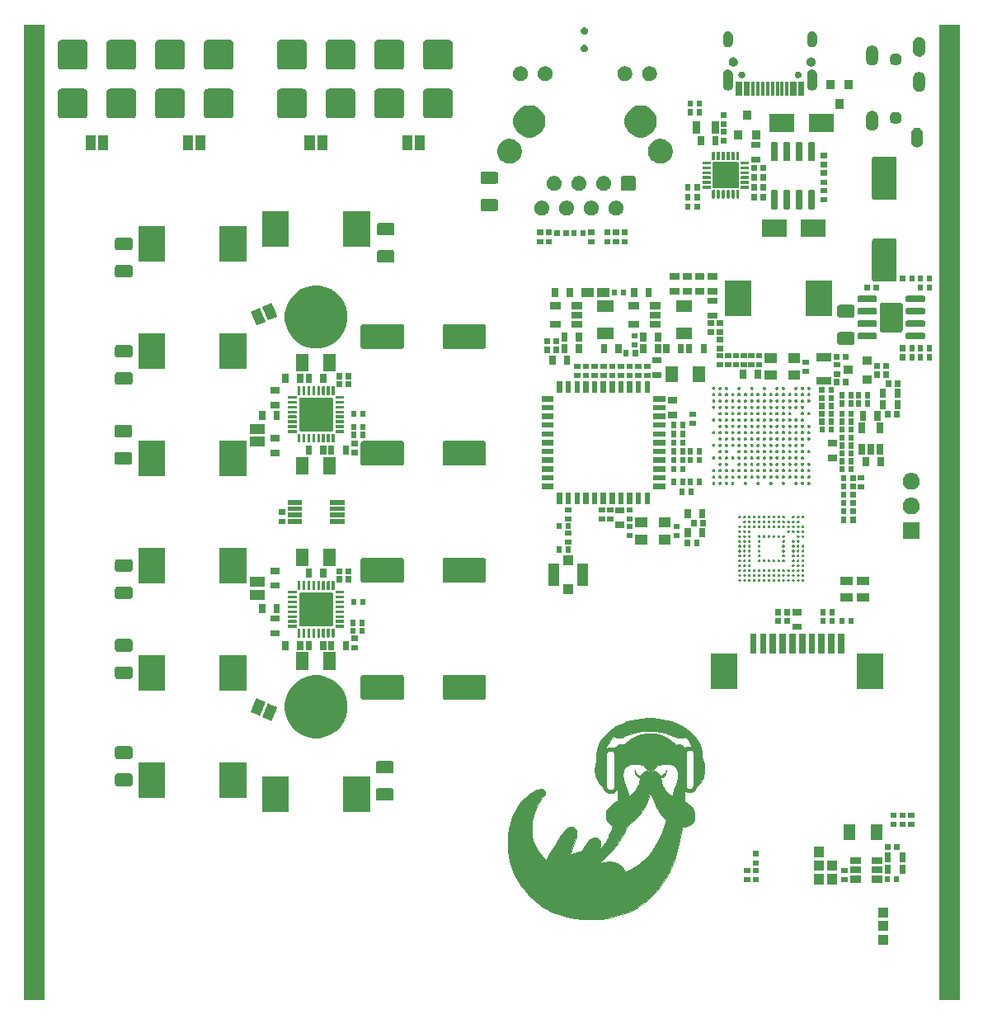
<source format=gts>
G04 #@! TF.GenerationSoftware,KiCad,Pcbnew,5.1.5+dfsg1-2build2*
G04 #@! TF.CreationDate,2021-04-11T14:42:19-07:00*
G04 #@! TF.ProjectId,OtterCastAmp,4f747465-7243-4617-9374-416d702e6b69,rev?*
G04 #@! TF.SameCoordinates,Original*
G04 #@! TF.FileFunction,Soldermask,Top*
G04 #@! TF.FilePolarity,Negative*
%FSLAX46Y46*%
G04 Gerber Fmt 4.6, Leading zero omitted, Abs format (unit mm)*
G04 Created by KiCad (PCBNEW 5.1.5+dfsg1-2build2) date 2021-04-11 14:42:19*
%MOMM*%
%LPD*%
G04 APERTURE LIST*
%ADD10C,0.100000*%
%ADD11C,0.010000*%
G04 APERTURE END LIST*
D10*
G36*
X102000000Y-150000000D02*
G01*
X100000000Y-150000000D01*
X100000000Y-50000000D01*
X102000000Y-50000000D01*
X102000000Y-150000000D01*
G37*
X102000000Y-150000000D02*
X100000000Y-150000000D01*
X100000000Y-50000000D01*
X102000000Y-50000000D01*
X102000000Y-150000000D01*
G36*
X196000000Y-150000000D02*
G01*
X194000000Y-150000000D01*
X194000000Y-50000000D01*
X196000000Y-50000000D01*
X196000000Y-150000000D01*
G37*
X196000000Y-150000000D02*
X194000000Y-150000000D01*
X194000000Y-50000000D01*
X196000000Y-50000000D01*
X196000000Y-150000000D01*
D11*
G36*
X164498457Y-121178816D02*
G01*
X165001966Y-121213505D01*
X165495026Y-121280681D01*
X165974802Y-121379384D01*
X166438456Y-121508653D01*
X166883155Y-121667526D01*
X167306062Y-121855043D01*
X167704342Y-122070243D01*
X168075159Y-122312165D01*
X168415677Y-122579848D01*
X168587683Y-122736423D01*
X168855691Y-123017771D01*
X169082607Y-123308272D01*
X169268880Y-123608915D01*
X169414958Y-123920693D01*
X169521290Y-124244598D01*
X169588324Y-124581622D01*
X169616508Y-124932755D01*
X169617542Y-125014780D01*
X169618306Y-125126053D01*
X169621710Y-125206502D01*
X169629613Y-125267627D01*
X169643874Y-125320931D01*
X169666352Y-125377915D01*
X169681861Y-125412721D01*
X169778311Y-125668286D01*
X169843326Y-125935663D01*
X169877845Y-126210102D01*
X169882810Y-126486852D01*
X169859162Y-126761164D01*
X169807844Y-127028288D01*
X169729796Y-127283475D01*
X169625960Y-127521973D01*
X169497278Y-127739034D01*
X169344690Y-127929908D01*
X169169138Y-128089844D01*
X169148138Y-128105585D01*
X169087696Y-128156865D01*
X169052252Y-128201576D01*
X169046167Y-128221200D01*
X169033352Y-128280731D01*
X168999275Y-128359456D01*
X168950483Y-128444654D01*
X168893526Y-128523603D01*
X168885673Y-128532966D01*
X168824217Y-128590805D01*
X168744560Y-128647976D01*
X168691080Y-128678251D01*
X168633080Y-128704944D01*
X168581742Y-128722198D01*
X168525082Y-128732012D01*
X168451119Y-128736385D01*
X168347869Y-128737316D01*
X168337083Y-128737300D01*
X168228775Y-128735960D01*
X168151652Y-128731301D01*
X168094599Y-128721628D01*
X168046499Y-128705242D01*
X168009000Y-128687208D01*
X167946190Y-128652134D01*
X167895297Y-128619675D01*
X167879851Y-128607847D01*
X167862476Y-128596779D01*
X167850865Y-128605073D01*
X167842570Y-128639548D01*
X167835142Y-128707023D01*
X167832226Y-128740507D01*
X167827856Y-128814146D01*
X167824061Y-128920020D01*
X167821078Y-129048032D01*
X167819146Y-129188086D01*
X167818500Y-129322722D01*
X167818500Y-129742557D01*
X167950792Y-129809259D01*
X168191877Y-129951477D01*
X168399817Y-130117894D01*
X168573439Y-130307296D01*
X168711573Y-130518470D01*
X168784086Y-130672521D01*
X168850035Y-130887728D01*
X168876390Y-131102756D01*
X168865092Y-131313391D01*
X168818082Y-131515418D01*
X168737303Y-131704621D01*
X168624697Y-131876786D01*
X168482205Y-132027698D01*
X168311770Y-132153143D01*
X168115333Y-132248905D01*
X168046816Y-132272744D01*
X167943455Y-132300959D01*
X167831474Y-132324693D01*
X167734814Y-132338882D01*
X167733344Y-132339020D01*
X167656278Y-132347047D01*
X167611446Y-132356524D01*
X167588896Y-132372450D01*
X167578677Y-132399826D01*
X167575237Y-132418461D01*
X167568418Y-132458808D01*
X167555847Y-132533546D01*
X167538759Y-132635310D01*
X167518391Y-132756739D01*
X167495979Y-132890469D01*
X167490330Y-132924195D01*
X167350278Y-133665885D01*
X167183571Y-134378373D01*
X166990465Y-135061096D01*
X166771219Y-135713493D01*
X166526090Y-136335003D01*
X166255336Y-136925065D01*
X165959215Y-137483115D01*
X165637984Y-138008593D01*
X165291901Y-138500938D01*
X164921224Y-138959588D01*
X164526345Y-139383845D01*
X164104391Y-139777126D01*
X163659764Y-140135590D01*
X163192072Y-140459412D01*
X162700923Y-140748768D01*
X162185925Y-141003833D01*
X161646686Y-141224782D01*
X161082815Y-141411791D01*
X160493920Y-141565036D01*
X159879608Y-141684690D01*
X159239487Y-141770931D01*
X159177344Y-141777390D01*
X159050446Y-141787763D01*
X158890774Y-141796931D01*
X158706122Y-141804767D01*
X158504283Y-141811148D01*
X158293052Y-141815947D01*
X158080221Y-141819041D01*
X157873586Y-141820303D01*
X157680939Y-141819608D01*
X157510075Y-141816832D01*
X157368787Y-141811850D01*
X157298667Y-141807537D01*
X156673249Y-141740242D01*
X156068627Y-141636309D01*
X155484950Y-141495783D01*
X154922366Y-141318710D01*
X154381023Y-141105136D01*
X153861071Y-140855107D01*
X153449280Y-140622005D01*
X153124764Y-140414508D01*
X152820767Y-140197090D01*
X152527511Y-139962014D01*
X152235216Y-139701541D01*
X152005685Y-139479833D01*
X151663791Y-139121536D01*
X151357274Y-138761141D01*
X151079716Y-138389807D01*
X150824701Y-137998694D01*
X150585812Y-137578959D01*
X150484864Y-137384333D01*
X150245209Y-136867828D01*
X150047664Y-136351047D01*
X149948869Y-136022425D01*
X159168203Y-136022425D01*
X159190210Y-136020702D01*
X159244941Y-136010999D01*
X159323892Y-135994943D01*
X159408869Y-135976353D01*
X159702002Y-135924213D01*
X159991655Y-135899499D01*
X160269587Y-135902354D01*
X160527556Y-135932921D01*
X160632417Y-135955137D01*
X160862375Y-136032179D01*
X161079631Y-136145613D01*
X161278383Y-136290748D01*
X161452830Y-136462897D01*
X161597173Y-136657370D01*
X161673742Y-136796958D01*
X161711472Y-136865600D01*
X161745595Y-136908397D01*
X161764873Y-136918667D01*
X161793404Y-136909498D01*
X161853208Y-136883957D01*
X161937892Y-136844994D01*
X162041061Y-136795557D01*
X162156322Y-136738594D01*
X162167765Y-136732850D01*
X162415315Y-136604450D01*
X162634771Y-136481331D01*
X162838383Y-136355960D01*
X163038403Y-136220803D01*
X163241331Y-136072658D01*
X163591182Y-135787645D01*
X163920108Y-135474534D01*
X164229030Y-135131896D01*
X164518868Y-134758304D01*
X164790543Y-134352328D01*
X165044974Y-133912542D01*
X165283083Y-133437517D01*
X165505788Y-132925826D01*
X165714010Y-132376040D01*
X165816059Y-132077078D01*
X165957230Y-131648740D01*
X165794812Y-131484412D01*
X165526364Y-131186510D01*
X165274180Y-130854214D01*
X165041502Y-130493412D01*
X164831570Y-130109988D01*
X164647623Y-129709830D01*
X164492903Y-129298823D01*
X164377479Y-128909669D01*
X164318205Y-128679421D01*
X164268739Y-128867335D01*
X164148416Y-129269999D01*
X164003315Y-129661385D01*
X163835661Y-130038204D01*
X163647681Y-130397165D01*
X163441599Y-130734977D01*
X163219642Y-131048351D01*
X162984035Y-131333996D01*
X162737004Y-131588621D01*
X162480774Y-131808937D01*
X162217572Y-131991654D01*
X162115091Y-132051146D01*
X161960245Y-132136130D01*
X161892402Y-132330413D01*
X161741376Y-132710607D01*
X161551941Y-133097879D01*
X161326468Y-133487952D01*
X161067330Y-133876553D01*
X160931786Y-134061167D01*
X160852170Y-134165321D01*
X160774517Y-134264306D01*
X160695614Y-134361739D01*
X160612251Y-134461235D01*
X160521215Y-134566411D01*
X160419294Y-134680883D01*
X160303277Y-134808268D01*
X160169951Y-134952181D01*
X160016105Y-135116238D01*
X159838526Y-135304057D01*
X159674737Y-135476457D01*
X159555824Y-135601801D01*
X159447025Y-135717203D01*
X159351592Y-135819158D01*
X159272777Y-135904162D01*
X159213832Y-135968709D01*
X159178007Y-136009295D01*
X159168203Y-136022425D01*
X149948869Y-136022425D01*
X149892270Y-135834160D01*
X149779070Y-135317335D01*
X149708107Y-134800740D01*
X149679422Y-134284544D01*
X149678753Y-134191215D01*
X149694732Y-133631714D01*
X149742007Y-133091609D01*
X149820000Y-132572184D01*
X149928133Y-132074726D01*
X150065827Y-131600518D01*
X150232504Y-131150846D01*
X150427587Y-130726996D01*
X150650498Y-130330252D01*
X150900657Y-129961900D01*
X151177488Y-129623225D01*
X151480412Y-129315511D01*
X151808852Y-129040045D01*
X152081790Y-128848771D01*
X152215723Y-128768173D01*
X152364041Y-128688804D01*
X152519398Y-128613727D01*
X152674445Y-128546003D01*
X152821834Y-128488694D01*
X152954219Y-128444864D01*
X153064251Y-128417573D01*
X153135428Y-128409666D01*
X153256619Y-128429660D01*
X153362809Y-128487491D01*
X153449282Y-128579929D01*
X153490871Y-128653083D01*
X153520064Y-128733678D01*
X153527764Y-128810175D01*
X153511763Y-128888684D01*
X153469858Y-128975315D01*
X153399842Y-129076177D01*
X153299510Y-129197380D01*
X153290803Y-129207345D01*
X153089554Y-129462132D01*
X152899690Y-129752328D01*
X152724074Y-130071878D01*
X152565565Y-130414724D01*
X152427024Y-130774809D01*
X152311314Y-131146077D01*
X152240796Y-131430206D01*
X152196043Y-131650054D01*
X152163161Y-131854591D01*
X152140237Y-132059632D01*
X152125358Y-132280996D01*
X152119284Y-132434979D01*
X152117727Y-132771200D01*
X152136417Y-133077841D01*
X152177354Y-133363524D01*
X152242541Y-133636868D01*
X152333980Y-133906494D01*
X152453672Y-134181023D01*
X152582904Y-134431583D01*
X152728731Y-134679402D01*
X152889800Y-134920685D01*
X153059954Y-135147349D01*
X153233034Y-135351315D01*
X153402885Y-135524499D01*
X153444388Y-135562275D01*
X153593748Y-135694693D01*
X153641198Y-135613472D01*
X153726090Y-135469914D01*
X153831610Y-135294428D01*
X153955491Y-135090691D01*
X154095470Y-134862385D01*
X154249282Y-134613188D01*
X154414661Y-134346782D01*
X154589342Y-134066846D01*
X154771061Y-133777061D01*
X154791371Y-133744759D01*
X154925239Y-133532231D01*
X155039205Y-133352209D01*
X155135658Y-133201208D01*
X155216992Y-133075747D01*
X155285595Y-132972344D01*
X155343860Y-132887515D01*
X155394178Y-132817779D01*
X155438939Y-132759652D01*
X155480535Y-132709653D01*
X155521357Y-132664298D01*
X155563000Y-132620916D01*
X155685922Y-132503623D01*
X155795023Y-132418541D01*
X155898244Y-132361571D01*
X156003527Y-132328611D01*
X156118811Y-132315562D01*
X156155667Y-132314917D01*
X156246702Y-132317448D01*
X156312320Y-132327559D01*
X156369266Y-132349026D01*
X156413181Y-132372976D01*
X156545809Y-132473224D01*
X156643522Y-132597301D01*
X156706077Y-132744744D01*
X156733229Y-132915092D01*
X156734295Y-132981667D01*
X156721588Y-133135004D01*
X156689480Y-133319801D01*
X156639632Y-133530795D01*
X156573702Y-133762722D01*
X156493348Y-134010318D01*
X156400230Y-134268319D01*
X156296006Y-134531461D01*
X156182336Y-134794481D01*
X156121369Y-134926648D01*
X156078752Y-135018393D01*
X156044344Y-135095147D01*
X156021378Y-135149498D01*
X156013086Y-135174031D01*
X156013245Y-135174634D01*
X156034244Y-135170191D01*
X156086108Y-135153422D01*
X156160205Y-135127229D01*
X156219753Y-135105190D01*
X156475931Y-135015479D01*
X156730279Y-134939046D01*
X156968315Y-134880127D01*
X157039207Y-134865560D01*
X157128871Y-134845907D01*
X157203859Y-134825239D01*
X157253595Y-134806682D01*
X157266480Y-134798373D01*
X157284347Y-134773398D01*
X157321403Y-134717653D01*
X157374350Y-134636237D01*
X157439892Y-134534249D01*
X157514732Y-134416788D01*
X157585721Y-134304583D01*
X157711515Y-134109082D01*
X157821818Y-133947185D01*
X157920288Y-133814741D01*
X158010584Y-133707602D01*
X158096365Y-133621617D01*
X158181290Y-133552637D01*
X158269019Y-133496510D01*
X158323570Y-133467748D01*
X158411505Y-133427943D01*
X158483277Y-133406232D01*
X158558320Y-133397799D01*
X158608658Y-133397078D01*
X158763822Y-133417217D01*
X158900103Y-133474331D01*
X159014735Y-133566251D01*
X159104951Y-133690807D01*
X159164145Y-133832810D01*
X159185968Y-133920427D01*
X159196446Y-134008876D01*
X159195217Y-134106933D01*
X159181920Y-134223376D01*
X159156193Y-134366979D01*
X159138682Y-134451124D01*
X159121714Y-134534900D01*
X159110149Y-134601560D01*
X159105573Y-134641428D01*
X159106391Y-134648279D01*
X159125065Y-134638958D01*
X159164245Y-134600198D01*
X159219950Y-134537097D01*
X159288200Y-134454752D01*
X159365016Y-134358259D01*
X159446418Y-134252715D01*
X159528427Y-134143216D01*
X159607062Y-134034859D01*
X159678344Y-133932741D01*
X159738293Y-133841957D01*
X159747755Y-133826921D01*
X159820860Y-133701918D01*
X159903012Y-133548418D01*
X159988639Y-133377648D01*
X160072167Y-133200840D01*
X160148021Y-133029224D01*
X160171162Y-132973837D01*
X160206207Y-132885766D01*
X160245933Y-132781504D01*
X160287628Y-132668705D01*
X160328581Y-132555023D01*
X160366080Y-132448112D01*
X160397414Y-132355626D01*
X160419870Y-132285219D01*
X160430736Y-132244546D01*
X160431333Y-132239480D01*
X160414830Y-132222192D01*
X160371133Y-132189022D01*
X160308966Y-132146499D01*
X160294879Y-132137314D01*
X160122743Y-132001300D01*
X159979348Y-131836364D01*
X159868314Y-131647659D01*
X159793263Y-131440338D01*
X159786790Y-131414214D01*
X159756804Y-131197771D01*
X159767012Y-130981376D01*
X159815411Y-130768475D01*
X159899997Y-130562515D01*
X160018769Y-130366942D01*
X160169724Y-130185203D01*
X160350858Y-130020746D01*
X160560169Y-129877016D01*
X160733212Y-129785470D01*
X160912049Y-129701664D01*
X160925691Y-129571143D01*
X160930462Y-129504590D01*
X160934159Y-129411064D01*
X160936809Y-129297122D01*
X160938441Y-129169322D01*
X160939083Y-129034220D01*
X160938765Y-128898374D01*
X160937514Y-128768340D01*
X160935360Y-128650676D01*
X160932330Y-128551939D01*
X160928453Y-128478686D01*
X160923758Y-128437474D01*
X160920734Y-128430833D01*
X160900722Y-128448318D01*
X160877337Y-128490780D01*
X160875765Y-128494497D01*
X160825670Y-128576247D01*
X160746782Y-128660438D01*
X160650559Y-128736388D01*
X160561622Y-128787463D01*
X160504590Y-128812301D01*
X160452650Y-128828527D01*
X160394256Y-128837915D01*
X160317863Y-128842240D01*
X160211926Y-128843276D01*
X160198500Y-128843266D01*
X160054485Y-128838978D01*
X159941532Y-128824258D01*
X159848956Y-128795682D01*
X159766069Y-128749827D01*
X159682185Y-128683269D01*
X159672802Y-128674866D01*
X159613344Y-128608956D01*
X159555224Y-128524094D01*
X159505320Y-128432837D01*
X159470509Y-128347738D01*
X159457667Y-128282164D01*
X159446398Y-128235992D01*
X159407338Y-128192070D01*
X159372562Y-128165946D01*
X159282877Y-128093185D01*
X159182761Y-127994841D01*
X159082426Y-127882292D01*
X158992083Y-127766912D01*
X158928431Y-127671187D01*
X158803800Y-127429875D01*
X158713350Y-127180462D01*
X158655320Y-126916111D01*
X158627947Y-126629985D01*
X158625161Y-126494083D01*
X158629469Y-126296170D01*
X158643653Y-126126640D01*
X158669670Y-125972292D01*
X158709482Y-125819921D01*
X158738430Y-125730833D01*
X158740471Y-125724204D01*
X159777257Y-125724204D01*
X159777810Y-125974015D01*
X159778755Y-126260899D01*
X159779802Y-126559241D01*
X159785750Y-128296565D01*
X159846691Y-128376453D01*
X159906447Y-128440636D01*
X159975452Y-128482449D01*
X160063725Y-128505746D01*
X160181289Y-128514378D01*
X160206201Y-128514671D01*
X160304924Y-128512162D01*
X160375490Y-128501836D01*
X160431731Y-128481256D01*
X160449618Y-128471734D01*
X160511057Y-128428600D01*
X160562613Y-128379120D01*
X160568917Y-128371192D01*
X160576427Y-128360211D01*
X160583005Y-128346896D01*
X160588722Y-128328494D01*
X160593650Y-128302256D01*
X160597861Y-128265428D01*
X160601426Y-128215260D01*
X160604418Y-128149000D01*
X160606908Y-128063897D01*
X160608969Y-127957199D01*
X160610671Y-127826155D01*
X160612088Y-127668013D01*
X160613291Y-127480022D01*
X160614351Y-127259431D01*
X160615342Y-127003487D01*
X160615434Y-126976183D01*
X161491460Y-126976183D01*
X161504674Y-127160836D01*
X161532492Y-127354909D01*
X161573968Y-127548683D01*
X161610766Y-127679417D01*
X161634994Y-127752793D01*
X161670887Y-127856328D01*
X161715093Y-127980601D01*
X161764257Y-128116191D01*
X161815027Y-128253677D01*
X161818330Y-128262530D01*
X161869801Y-128403455D01*
X161920086Y-128546720D01*
X161965668Y-128681896D01*
X162003032Y-128798553D01*
X162028663Y-128886263D01*
X162028844Y-128886946D01*
X162053219Y-128978009D01*
X162074182Y-129055170D01*
X162088969Y-129108313D01*
X162094054Y-129125474D01*
X162114798Y-129128951D01*
X162163027Y-129106630D01*
X162234829Y-129061112D01*
X162326295Y-128994996D01*
X162433512Y-128910882D01*
X162502269Y-128854123D01*
X162661031Y-128705301D01*
X162806747Y-128538805D01*
X162932869Y-128363639D01*
X163032849Y-128188801D01*
X163095041Y-128039250D01*
X163110065Y-127985413D01*
X163129880Y-127902803D01*
X163152615Y-127800600D01*
X163176402Y-127687988D01*
X163199373Y-127574149D01*
X163219658Y-127468265D01*
X163235388Y-127379519D01*
X163244696Y-127317092D01*
X163246420Y-127295470D01*
X163228541Y-127277517D01*
X163183142Y-127252293D01*
X163151826Y-127238383D01*
X163011830Y-127164249D01*
X162896711Y-127069567D01*
X162830333Y-126986318D01*
X162773087Y-126874744D01*
X162728440Y-126747130D01*
X162701973Y-126621740D01*
X162697157Y-126550406D01*
X162698147Y-126451750D01*
X162736936Y-126550952D01*
X162770779Y-126628235D01*
X162809150Y-126703124D01*
X162821563Y-126724322D01*
X162875172Y-126795416D01*
X162948380Y-126871630D01*
X163032667Y-126946226D01*
X163119514Y-127012469D01*
X163200399Y-127063621D01*
X163266803Y-127092945D01*
X163293318Y-127097333D01*
X163317960Y-127080059D01*
X163351339Y-127035818D01*
X163372457Y-126999687D01*
X163471438Y-126847505D01*
X163587389Y-126728978D01*
X163716815Y-126645967D01*
X163856221Y-126600332D01*
X164002112Y-126593934D01*
X164100443Y-126612161D01*
X164156821Y-126626635D01*
X164185557Y-126624851D01*
X164199988Y-126601177D01*
X164207396Y-126573385D01*
X164431833Y-126573385D01*
X164435647Y-126616855D01*
X164455363Y-126628569D01*
X164490042Y-126622303D01*
X164650507Y-126595716D01*
X164788491Y-126601259D01*
X164894034Y-126632194D01*
X164993805Y-126691672D01*
X165095430Y-126781009D01*
X165188367Y-126889587D01*
X165257735Y-126998478D01*
X165292045Y-127054146D01*
X165323320Y-127090001D01*
X165337515Y-127097333D01*
X165388337Y-127083713D01*
X165461644Y-127046198D01*
X165549003Y-126989810D01*
X165641980Y-126919570D01*
X165657360Y-126906928D01*
X165731093Y-126839972D01*
X165787534Y-126772444D01*
X165838329Y-126688989D01*
X165870330Y-126626133D01*
X165910041Y-126546624D01*
X165935374Y-126501866D01*
X165949350Y-126488016D01*
X165954991Y-126501232D01*
X165955633Y-126517652D01*
X165944755Y-126637775D01*
X165915020Y-126769605D01*
X165871745Y-126890100D01*
X165867613Y-126899081D01*
X165782171Y-127031899D01*
X165661712Y-127144402D01*
X165519826Y-127228418D01*
X165453220Y-127260276D01*
X165404866Y-127284719D01*
X165384467Y-127296825D01*
X165384333Y-127297124D01*
X165388222Y-127318562D01*
X165399011Y-127374747D01*
X165415382Y-127458896D01*
X165436015Y-127564230D01*
X165455881Y-127665155D01*
X165490697Y-127831678D01*
X165523165Y-127964083D01*
X165555519Y-128070335D01*
X165589992Y-128158400D01*
X165600733Y-128181734D01*
X165686224Y-128335244D01*
X165797414Y-128496449D01*
X165923638Y-128651364D01*
X166054237Y-128786001D01*
X166077513Y-128807116D01*
X166142233Y-128861874D01*
X166220142Y-128923857D01*
X166303733Y-128987579D01*
X166385502Y-129047552D01*
X166457944Y-129098288D01*
X166513553Y-129134300D01*
X166544824Y-129150098D01*
X166546977Y-129150385D01*
X166556997Y-129131237D01*
X166573935Y-129079914D01*
X166594966Y-129005437D01*
X166607348Y-128957499D01*
X166628998Y-128880885D01*
X166662819Y-128773397D01*
X166705900Y-128643718D01*
X166755330Y-128500528D01*
X166808196Y-128352509D01*
X166832725Y-128285571D01*
X166885586Y-128140849D01*
X166936054Y-127999511D01*
X166981344Y-127869607D01*
X167018666Y-127759186D01*
X167045234Y-127676298D01*
X167053622Y-127647667D01*
X167106751Y-127424827D01*
X167142211Y-127209081D01*
X167155400Y-127054815D01*
X167949109Y-127054815D01*
X167949582Y-127337557D01*
X167950771Y-127578373D01*
X167952677Y-127777398D01*
X167955301Y-127934764D01*
X167958644Y-128050607D01*
X167962708Y-128125059D01*
X167966737Y-128155930D01*
X168000666Y-128236787D01*
X168052960Y-128313165D01*
X168112636Y-128370681D01*
X168144857Y-128389159D01*
X168187038Y-128398040D01*
X168257165Y-128404843D01*
X168340855Y-128408223D01*
X168349828Y-128408325D01*
X168440426Y-128406761D01*
X168502660Y-128398402D01*
X168550308Y-128380483D01*
X168580511Y-128362042D01*
X168638695Y-128309619D01*
X168686490Y-128246065D01*
X168689474Y-128240663D01*
X168696486Y-128225845D01*
X168702610Y-128207663D01*
X168707906Y-128183323D01*
X168712433Y-128150030D01*
X168716252Y-128104988D01*
X168719423Y-128045403D01*
X168722005Y-127968479D01*
X168724058Y-127871421D01*
X168725643Y-127751433D01*
X168726819Y-127605722D01*
X168727646Y-127431490D01*
X168728185Y-127225944D01*
X168728494Y-126986288D01*
X168728635Y-126709727D01*
X168728667Y-126412946D01*
X168728703Y-126090960D01*
X168728686Y-125808575D01*
X168728427Y-125563057D01*
X168727736Y-125351674D01*
X168726423Y-125171693D01*
X168724299Y-125020382D01*
X168721174Y-124895008D01*
X168716860Y-124792837D01*
X168711167Y-124711138D01*
X168703904Y-124647177D01*
X168694884Y-124598221D01*
X168683916Y-124561539D01*
X168670811Y-124534397D01*
X168655379Y-124514062D01*
X168637431Y-124497802D01*
X168616778Y-124482885D01*
X168593765Y-124466958D01*
X168547070Y-124440639D01*
X168489199Y-124424386D01*
X168407540Y-124415295D01*
X168358250Y-124412707D01*
X168269020Y-124410561D01*
X168208761Y-124414654D01*
X168164294Y-124427293D01*
X168122438Y-124450785D01*
X168115978Y-124455112D01*
X168055676Y-124507597D01*
X168004373Y-124570768D01*
X167999561Y-124578572D01*
X167991704Y-124592760D01*
X167984842Y-124608683D01*
X167978899Y-124629178D01*
X167973794Y-124657084D01*
X167969451Y-124695240D01*
X167965791Y-124746483D01*
X167962734Y-124813653D01*
X167960204Y-124899587D01*
X167958121Y-125007125D01*
X167956408Y-125139104D01*
X167954986Y-125298364D01*
X167953776Y-125487742D01*
X167952700Y-125710078D01*
X167951680Y-125968209D01*
X167950638Y-126264974D01*
X167950306Y-126363017D01*
X167949351Y-126730013D01*
X167949109Y-127054815D01*
X167155400Y-127054815D01*
X167159430Y-127007682D01*
X167157838Y-126827883D01*
X167136867Y-126676938D01*
X167131586Y-126655615D01*
X167058507Y-126461419D01*
X166949029Y-126283517D01*
X166807668Y-126127334D01*
X166638939Y-125998299D01*
X166537308Y-125941457D01*
X166370491Y-125859083D01*
X166030870Y-125862422D01*
X165888455Y-125865020D01*
X165769490Y-125870707D01*
X165659571Y-125881011D01*
X165544298Y-125897458D01*
X165409268Y-125921576D01*
X165332299Y-125936505D01*
X164973348Y-126007250D01*
X164946636Y-126099677D01*
X164889006Y-126225503D01*
X164796619Y-126334949D01*
X164675674Y-126422339D01*
X164532372Y-126481999D01*
X164527430Y-126483403D01*
X164468721Y-126502762D01*
X164440611Y-126524216D01*
X164432167Y-126558057D01*
X164431833Y-126573385D01*
X164207396Y-126573385D01*
X164209313Y-126566196D01*
X164213786Y-126535205D01*
X164202761Y-126513236D01*
X164168129Y-126492991D01*
X164101785Y-126467176D01*
X164097592Y-126465646D01*
X163947061Y-126395823D01*
X163832405Y-126307603D01*
X163749755Y-126197168D01*
X163698357Y-126071633D01*
X163688333Y-126044010D01*
X163672125Y-126023879D01*
X163641971Y-126007850D01*
X163590112Y-125992534D01*
X163508789Y-125974541D01*
X163447384Y-125962012D01*
X163180796Y-125912075D01*
X162948914Y-125877278D01*
X162747121Y-125857091D01*
X162570796Y-125850981D01*
X162496840Y-125852757D01*
X162391311Y-125858804D01*
X162313093Y-125868193D01*
X162247163Y-125884369D01*
X162178499Y-125910775D01*
X162113445Y-125940659D01*
X161949240Y-126039593D01*
X161800611Y-126169747D01*
X161674174Y-126323047D01*
X161576543Y-126491417D01*
X161514336Y-126666782D01*
X161512638Y-126674000D01*
X161493798Y-126810665D01*
X161491460Y-126976183D01*
X160615434Y-126976183D01*
X160616333Y-126709440D01*
X160616892Y-126534775D01*
X160622534Y-124755133D01*
X160574559Y-124684638D01*
X160522288Y-124615892D01*
X160469715Y-124569998D01*
X160406534Y-124542572D01*
X160322437Y-124529230D01*
X160207119Y-124525589D01*
X160200592Y-124525583D01*
X160103394Y-124526447D01*
X160037437Y-124530551D01*
X159991641Y-124540168D01*
X159954924Y-124557566D01*
X159918284Y-124583427D01*
X159893169Y-124602229D01*
X159871138Y-124619703D01*
X159851998Y-124638591D01*
X159835556Y-124661637D01*
X159821620Y-124691583D01*
X159809998Y-124731173D01*
X159800498Y-124783149D01*
X159792928Y-124850254D01*
X159787094Y-124935232D01*
X159782806Y-125040825D01*
X159779870Y-125169775D01*
X159778095Y-125324827D01*
X159777288Y-125508722D01*
X159777257Y-125724204D01*
X158740471Y-125724204D01*
X158753155Y-125683030D01*
X158764040Y-125632621D01*
X158771643Y-125572346D01*
X158776522Y-125494946D01*
X158779234Y-125393162D01*
X158780337Y-125259736D01*
X158780458Y-125183728D01*
X158783356Y-124953887D01*
X158792620Y-124756678D01*
X158809323Y-124582728D01*
X158834539Y-124422668D01*
X158869341Y-124267127D01*
X158869932Y-124264967D01*
X159757254Y-124264967D01*
X159761567Y-124277863D01*
X159785747Y-124273252D01*
X159837374Y-124251157D01*
X159873017Y-124234858D01*
X159965338Y-124206470D01*
X160084526Y-124189467D01*
X160216625Y-124184031D01*
X160347677Y-124190347D01*
X160463726Y-124208597D01*
X160522927Y-124226333D01*
X160625104Y-124265750D01*
X160658602Y-124217924D01*
X160754610Y-124101061D01*
X160863674Y-124012152D01*
X160960411Y-123957014D01*
X161128603Y-123891095D01*
X161290999Y-123865630D01*
X161452123Y-123880016D01*
X161483495Y-123887340D01*
X161608913Y-123919471D01*
X161755665Y-123780504D01*
X162066996Y-123511865D01*
X162391793Y-123283129D01*
X162731155Y-123093711D01*
X163086176Y-122943029D01*
X163457954Y-122830500D01*
X163603132Y-122797769D01*
X163740614Y-122775744D01*
X163908099Y-122758570D01*
X164093488Y-122746682D01*
X164284680Y-122740517D01*
X164469577Y-122740511D01*
X164636080Y-122747100D01*
X164742245Y-122756710D01*
X165116171Y-122823410D01*
X165479912Y-122930185D01*
X165829809Y-123075280D01*
X166162201Y-123256943D01*
X166473429Y-123473420D01*
X166759834Y-123722958D01*
X166760405Y-123723514D01*
X166940560Y-123898937D01*
X167035571Y-123877082D01*
X167169217Y-123864485D01*
X167320210Y-123881573D01*
X167471869Y-123925131D01*
X167563984Y-123969869D01*
X167655043Y-124037462D01*
X167722077Y-124100293D01*
X167852375Y-124230591D01*
X167944068Y-124172632D01*
X168078451Y-124111232D01*
X168238106Y-124079041D01*
X168416491Y-124077340D01*
X168426640Y-124078150D01*
X168579697Y-124091059D01*
X168526038Y-123969654D01*
X168426011Y-123775074D01*
X168295965Y-123571828D01*
X168143468Y-123370726D01*
X167976089Y-123182578D01*
X167972022Y-123178383D01*
X167855880Y-123058850D01*
X167789224Y-123098178D01*
X167676467Y-123147775D01*
X167539275Y-123182130D01*
X167393807Y-123198015D01*
X167297034Y-123196516D01*
X167238847Y-123190982D01*
X167184603Y-123182260D01*
X167127813Y-123168071D01*
X167061986Y-123146139D01*
X166980634Y-123114186D01*
X166877269Y-123069935D01*
X166745399Y-123011108D01*
X166664917Y-122974687D01*
X166244955Y-122806232D01*
X165805911Y-122673518D01*
X165346714Y-122576347D01*
X164866294Y-122514523D01*
X164363582Y-122487850D01*
X164019083Y-122489405D01*
X163537264Y-122517664D01*
X163080049Y-122577255D01*
X162642372Y-122669313D01*
X162219168Y-122794976D01*
X161805370Y-122955378D01*
X161669583Y-123016330D01*
X161517885Y-123084802D01*
X161395364Y-123135077D01*
X161294217Y-123169563D01*
X161206642Y-123190670D01*
X161124838Y-123200807D01*
X161066167Y-123202667D01*
X160942298Y-123192860D01*
X160813023Y-123166313D01*
X160695520Y-123127332D01*
X160624447Y-123091908D01*
X160550546Y-123046234D01*
X160382822Y-123224992D01*
X160246725Y-123383192D01*
X160115524Y-123560259D01*
X159995055Y-123746655D01*
X159891152Y-123932845D01*
X159809649Y-124109288D01*
X159765225Y-124234542D01*
X159757254Y-124264967D01*
X158869932Y-124264967D01*
X158897071Y-124165866D01*
X159008919Y-123855606D01*
X159160816Y-123552753D01*
X159350813Y-123259404D01*
X159576958Y-122977654D01*
X159837301Y-122709598D01*
X160129894Y-122457332D01*
X160452785Y-122222953D01*
X160804026Y-122008555D01*
X161002833Y-121902819D01*
X161459388Y-121692923D01*
X161928349Y-121519545D01*
X162412504Y-121382009D01*
X162914638Y-121279637D01*
X163437537Y-121211753D01*
X163983989Y-121177678D01*
X163987333Y-121177575D01*
X164498457Y-121178816D01*
G37*
X164498457Y-121178816D02*
X165001966Y-121213505D01*
X165495026Y-121280681D01*
X165974802Y-121379384D01*
X166438456Y-121508653D01*
X166883155Y-121667526D01*
X167306062Y-121855043D01*
X167704342Y-122070243D01*
X168075159Y-122312165D01*
X168415677Y-122579848D01*
X168587683Y-122736423D01*
X168855691Y-123017771D01*
X169082607Y-123308272D01*
X169268880Y-123608915D01*
X169414958Y-123920693D01*
X169521290Y-124244598D01*
X169588324Y-124581622D01*
X169616508Y-124932755D01*
X169617542Y-125014780D01*
X169618306Y-125126053D01*
X169621710Y-125206502D01*
X169629613Y-125267627D01*
X169643874Y-125320931D01*
X169666352Y-125377915D01*
X169681861Y-125412721D01*
X169778311Y-125668286D01*
X169843326Y-125935663D01*
X169877845Y-126210102D01*
X169882810Y-126486852D01*
X169859162Y-126761164D01*
X169807844Y-127028288D01*
X169729796Y-127283475D01*
X169625960Y-127521973D01*
X169497278Y-127739034D01*
X169344690Y-127929908D01*
X169169138Y-128089844D01*
X169148138Y-128105585D01*
X169087696Y-128156865D01*
X169052252Y-128201576D01*
X169046167Y-128221200D01*
X169033352Y-128280731D01*
X168999275Y-128359456D01*
X168950483Y-128444654D01*
X168893526Y-128523603D01*
X168885673Y-128532966D01*
X168824217Y-128590805D01*
X168744560Y-128647976D01*
X168691080Y-128678251D01*
X168633080Y-128704944D01*
X168581742Y-128722198D01*
X168525082Y-128732012D01*
X168451119Y-128736385D01*
X168347869Y-128737316D01*
X168337083Y-128737300D01*
X168228775Y-128735960D01*
X168151652Y-128731301D01*
X168094599Y-128721628D01*
X168046499Y-128705242D01*
X168009000Y-128687208D01*
X167946190Y-128652134D01*
X167895297Y-128619675D01*
X167879851Y-128607847D01*
X167862476Y-128596779D01*
X167850865Y-128605073D01*
X167842570Y-128639548D01*
X167835142Y-128707023D01*
X167832226Y-128740507D01*
X167827856Y-128814146D01*
X167824061Y-128920020D01*
X167821078Y-129048032D01*
X167819146Y-129188086D01*
X167818500Y-129322722D01*
X167818500Y-129742557D01*
X167950792Y-129809259D01*
X168191877Y-129951477D01*
X168399817Y-130117894D01*
X168573439Y-130307296D01*
X168711573Y-130518470D01*
X168784086Y-130672521D01*
X168850035Y-130887728D01*
X168876390Y-131102756D01*
X168865092Y-131313391D01*
X168818082Y-131515418D01*
X168737303Y-131704621D01*
X168624697Y-131876786D01*
X168482205Y-132027698D01*
X168311770Y-132153143D01*
X168115333Y-132248905D01*
X168046816Y-132272744D01*
X167943455Y-132300959D01*
X167831474Y-132324693D01*
X167734814Y-132338882D01*
X167733344Y-132339020D01*
X167656278Y-132347047D01*
X167611446Y-132356524D01*
X167588896Y-132372450D01*
X167578677Y-132399826D01*
X167575237Y-132418461D01*
X167568418Y-132458808D01*
X167555847Y-132533546D01*
X167538759Y-132635310D01*
X167518391Y-132756739D01*
X167495979Y-132890469D01*
X167490330Y-132924195D01*
X167350278Y-133665885D01*
X167183571Y-134378373D01*
X166990465Y-135061096D01*
X166771219Y-135713493D01*
X166526090Y-136335003D01*
X166255336Y-136925065D01*
X165959215Y-137483115D01*
X165637984Y-138008593D01*
X165291901Y-138500938D01*
X164921224Y-138959588D01*
X164526345Y-139383845D01*
X164104391Y-139777126D01*
X163659764Y-140135590D01*
X163192072Y-140459412D01*
X162700923Y-140748768D01*
X162185925Y-141003833D01*
X161646686Y-141224782D01*
X161082815Y-141411791D01*
X160493920Y-141565036D01*
X159879608Y-141684690D01*
X159239487Y-141770931D01*
X159177344Y-141777390D01*
X159050446Y-141787763D01*
X158890774Y-141796931D01*
X158706122Y-141804767D01*
X158504283Y-141811148D01*
X158293052Y-141815947D01*
X158080221Y-141819041D01*
X157873586Y-141820303D01*
X157680939Y-141819608D01*
X157510075Y-141816832D01*
X157368787Y-141811850D01*
X157298667Y-141807537D01*
X156673249Y-141740242D01*
X156068627Y-141636309D01*
X155484950Y-141495783D01*
X154922366Y-141318710D01*
X154381023Y-141105136D01*
X153861071Y-140855107D01*
X153449280Y-140622005D01*
X153124764Y-140414508D01*
X152820767Y-140197090D01*
X152527511Y-139962014D01*
X152235216Y-139701541D01*
X152005685Y-139479833D01*
X151663791Y-139121536D01*
X151357274Y-138761141D01*
X151079716Y-138389807D01*
X150824701Y-137998694D01*
X150585812Y-137578959D01*
X150484864Y-137384333D01*
X150245209Y-136867828D01*
X150047664Y-136351047D01*
X149948869Y-136022425D01*
X159168203Y-136022425D01*
X159190210Y-136020702D01*
X159244941Y-136010999D01*
X159323892Y-135994943D01*
X159408869Y-135976353D01*
X159702002Y-135924213D01*
X159991655Y-135899499D01*
X160269587Y-135902354D01*
X160527556Y-135932921D01*
X160632417Y-135955137D01*
X160862375Y-136032179D01*
X161079631Y-136145613D01*
X161278383Y-136290748D01*
X161452830Y-136462897D01*
X161597173Y-136657370D01*
X161673742Y-136796958D01*
X161711472Y-136865600D01*
X161745595Y-136908397D01*
X161764873Y-136918667D01*
X161793404Y-136909498D01*
X161853208Y-136883957D01*
X161937892Y-136844994D01*
X162041061Y-136795557D01*
X162156322Y-136738594D01*
X162167765Y-136732850D01*
X162415315Y-136604450D01*
X162634771Y-136481331D01*
X162838383Y-136355960D01*
X163038403Y-136220803D01*
X163241331Y-136072658D01*
X163591182Y-135787645D01*
X163920108Y-135474534D01*
X164229030Y-135131896D01*
X164518868Y-134758304D01*
X164790543Y-134352328D01*
X165044974Y-133912542D01*
X165283083Y-133437517D01*
X165505788Y-132925826D01*
X165714010Y-132376040D01*
X165816059Y-132077078D01*
X165957230Y-131648740D01*
X165794812Y-131484412D01*
X165526364Y-131186510D01*
X165274180Y-130854214D01*
X165041502Y-130493412D01*
X164831570Y-130109988D01*
X164647623Y-129709830D01*
X164492903Y-129298823D01*
X164377479Y-128909669D01*
X164318205Y-128679421D01*
X164268739Y-128867335D01*
X164148416Y-129269999D01*
X164003315Y-129661385D01*
X163835661Y-130038204D01*
X163647681Y-130397165D01*
X163441599Y-130734977D01*
X163219642Y-131048351D01*
X162984035Y-131333996D01*
X162737004Y-131588621D01*
X162480774Y-131808937D01*
X162217572Y-131991654D01*
X162115091Y-132051146D01*
X161960245Y-132136130D01*
X161892402Y-132330413D01*
X161741376Y-132710607D01*
X161551941Y-133097879D01*
X161326468Y-133487952D01*
X161067330Y-133876553D01*
X160931786Y-134061167D01*
X160852170Y-134165321D01*
X160774517Y-134264306D01*
X160695614Y-134361739D01*
X160612251Y-134461235D01*
X160521215Y-134566411D01*
X160419294Y-134680883D01*
X160303277Y-134808268D01*
X160169951Y-134952181D01*
X160016105Y-135116238D01*
X159838526Y-135304057D01*
X159674737Y-135476457D01*
X159555824Y-135601801D01*
X159447025Y-135717203D01*
X159351592Y-135819158D01*
X159272777Y-135904162D01*
X159213832Y-135968709D01*
X159178007Y-136009295D01*
X159168203Y-136022425D01*
X149948869Y-136022425D01*
X149892270Y-135834160D01*
X149779070Y-135317335D01*
X149708107Y-134800740D01*
X149679422Y-134284544D01*
X149678753Y-134191215D01*
X149694732Y-133631714D01*
X149742007Y-133091609D01*
X149820000Y-132572184D01*
X149928133Y-132074726D01*
X150065827Y-131600518D01*
X150232504Y-131150846D01*
X150427587Y-130726996D01*
X150650498Y-130330252D01*
X150900657Y-129961900D01*
X151177488Y-129623225D01*
X151480412Y-129315511D01*
X151808852Y-129040045D01*
X152081790Y-128848771D01*
X152215723Y-128768173D01*
X152364041Y-128688804D01*
X152519398Y-128613727D01*
X152674445Y-128546003D01*
X152821834Y-128488694D01*
X152954219Y-128444864D01*
X153064251Y-128417573D01*
X153135428Y-128409666D01*
X153256619Y-128429660D01*
X153362809Y-128487491D01*
X153449282Y-128579929D01*
X153490871Y-128653083D01*
X153520064Y-128733678D01*
X153527764Y-128810175D01*
X153511763Y-128888684D01*
X153469858Y-128975315D01*
X153399842Y-129076177D01*
X153299510Y-129197380D01*
X153290803Y-129207345D01*
X153089554Y-129462132D01*
X152899690Y-129752328D01*
X152724074Y-130071878D01*
X152565565Y-130414724D01*
X152427024Y-130774809D01*
X152311314Y-131146077D01*
X152240796Y-131430206D01*
X152196043Y-131650054D01*
X152163161Y-131854591D01*
X152140237Y-132059632D01*
X152125358Y-132280996D01*
X152119284Y-132434979D01*
X152117727Y-132771200D01*
X152136417Y-133077841D01*
X152177354Y-133363524D01*
X152242541Y-133636868D01*
X152333980Y-133906494D01*
X152453672Y-134181023D01*
X152582904Y-134431583D01*
X152728731Y-134679402D01*
X152889800Y-134920685D01*
X153059954Y-135147349D01*
X153233034Y-135351315D01*
X153402885Y-135524499D01*
X153444388Y-135562275D01*
X153593748Y-135694693D01*
X153641198Y-135613472D01*
X153726090Y-135469914D01*
X153831610Y-135294428D01*
X153955491Y-135090691D01*
X154095470Y-134862385D01*
X154249282Y-134613188D01*
X154414661Y-134346782D01*
X154589342Y-134066846D01*
X154771061Y-133777061D01*
X154791371Y-133744759D01*
X154925239Y-133532231D01*
X155039205Y-133352209D01*
X155135658Y-133201208D01*
X155216992Y-133075747D01*
X155285595Y-132972344D01*
X155343860Y-132887515D01*
X155394178Y-132817779D01*
X155438939Y-132759652D01*
X155480535Y-132709653D01*
X155521357Y-132664298D01*
X155563000Y-132620916D01*
X155685922Y-132503623D01*
X155795023Y-132418541D01*
X155898244Y-132361571D01*
X156003527Y-132328611D01*
X156118811Y-132315562D01*
X156155667Y-132314917D01*
X156246702Y-132317448D01*
X156312320Y-132327559D01*
X156369266Y-132349026D01*
X156413181Y-132372976D01*
X156545809Y-132473224D01*
X156643522Y-132597301D01*
X156706077Y-132744744D01*
X156733229Y-132915092D01*
X156734295Y-132981667D01*
X156721588Y-133135004D01*
X156689480Y-133319801D01*
X156639632Y-133530795D01*
X156573702Y-133762722D01*
X156493348Y-134010318D01*
X156400230Y-134268319D01*
X156296006Y-134531461D01*
X156182336Y-134794481D01*
X156121369Y-134926648D01*
X156078752Y-135018393D01*
X156044344Y-135095147D01*
X156021378Y-135149498D01*
X156013086Y-135174031D01*
X156013245Y-135174634D01*
X156034244Y-135170191D01*
X156086108Y-135153422D01*
X156160205Y-135127229D01*
X156219753Y-135105190D01*
X156475931Y-135015479D01*
X156730279Y-134939046D01*
X156968315Y-134880127D01*
X157039207Y-134865560D01*
X157128871Y-134845907D01*
X157203859Y-134825239D01*
X157253595Y-134806682D01*
X157266480Y-134798373D01*
X157284347Y-134773398D01*
X157321403Y-134717653D01*
X157374350Y-134636237D01*
X157439892Y-134534249D01*
X157514732Y-134416788D01*
X157585721Y-134304583D01*
X157711515Y-134109082D01*
X157821818Y-133947185D01*
X157920288Y-133814741D01*
X158010584Y-133707602D01*
X158096365Y-133621617D01*
X158181290Y-133552637D01*
X158269019Y-133496510D01*
X158323570Y-133467748D01*
X158411505Y-133427943D01*
X158483277Y-133406232D01*
X158558320Y-133397799D01*
X158608658Y-133397078D01*
X158763822Y-133417217D01*
X158900103Y-133474331D01*
X159014735Y-133566251D01*
X159104951Y-133690807D01*
X159164145Y-133832810D01*
X159185968Y-133920427D01*
X159196446Y-134008876D01*
X159195217Y-134106933D01*
X159181920Y-134223376D01*
X159156193Y-134366979D01*
X159138682Y-134451124D01*
X159121714Y-134534900D01*
X159110149Y-134601560D01*
X159105573Y-134641428D01*
X159106391Y-134648279D01*
X159125065Y-134638958D01*
X159164245Y-134600198D01*
X159219950Y-134537097D01*
X159288200Y-134454752D01*
X159365016Y-134358259D01*
X159446418Y-134252715D01*
X159528427Y-134143216D01*
X159607062Y-134034859D01*
X159678344Y-133932741D01*
X159738293Y-133841957D01*
X159747755Y-133826921D01*
X159820860Y-133701918D01*
X159903012Y-133548418D01*
X159988639Y-133377648D01*
X160072167Y-133200840D01*
X160148021Y-133029224D01*
X160171162Y-132973837D01*
X160206207Y-132885766D01*
X160245933Y-132781504D01*
X160287628Y-132668705D01*
X160328581Y-132555023D01*
X160366080Y-132448112D01*
X160397414Y-132355626D01*
X160419870Y-132285219D01*
X160430736Y-132244546D01*
X160431333Y-132239480D01*
X160414830Y-132222192D01*
X160371133Y-132189022D01*
X160308966Y-132146499D01*
X160294879Y-132137314D01*
X160122743Y-132001300D01*
X159979348Y-131836364D01*
X159868314Y-131647659D01*
X159793263Y-131440338D01*
X159786790Y-131414214D01*
X159756804Y-131197771D01*
X159767012Y-130981376D01*
X159815411Y-130768475D01*
X159899997Y-130562515D01*
X160018769Y-130366942D01*
X160169724Y-130185203D01*
X160350858Y-130020746D01*
X160560169Y-129877016D01*
X160733212Y-129785470D01*
X160912049Y-129701664D01*
X160925691Y-129571143D01*
X160930462Y-129504590D01*
X160934159Y-129411064D01*
X160936809Y-129297122D01*
X160938441Y-129169322D01*
X160939083Y-129034220D01*
X160938765Y-128898374D01*
X160937514Y-128768340D01*
X160935360Y-128650676D01*
X160932330Y-128551939D01*
X160928453Y-128478686D01*
X160923758Y-128437474D01*
X160920734Y-128430833D01*
X160900722Y-128448318D01*
X160877337Y-128490780D01*
X160875765Y-128494497D01*
X160825670Y-128576247D01*
X160746782Y-128660438D01*
X160650559Y-128736388D01*
X160561622Y-128787463D01*
X160504590Y-128812301D01*
X160452650Y-128828527D01*
X160394256Y-128837915D01*
X160317863Y-128842240D01*
X160211926Y-128843276D01*
X160198500Y-128843266D01*
X160054485Y-128838978D01*
X159941532Y-128824258D01*
X159848956Y-128795682D01*
X159766069Y-128749827D01*
X159682185Y-128683269D01*
X159672802Y-128674866D01*
X159613344Y-128608956D01*
X159555224Y-128524094D01*
X159505320Y-128432837D01*
X159470509Y-128347738D01*
X159457667Y-128282164D01*
X159446398Y-128235992D01*
X159407338Y-128192070D01*
X159372562Y-128165946D01*
X159282877Y-128093185D01*
X159182761Y-127994841D01*
X159082426Y-127882292D01*
X158992083Y-127766912D01*
X158928431Y-127671187D01*
X158803800Y-127429875D01*
X158713350Y-127180462D01*
X158655320Y-126916111D01*
X158627947Y-126629985D01*
X158625161Y-126494083D01*
X158629469Y-126296170D01*
X158643653Y-126126640D01*
X158669670Y-125972292D01*
X158709482Y-125819921D01*
X158738430Y-125730833D01*
X158740471Y-125724204D01*
X159777257Y-125724204D01*
X159777810Y-125974015D01*
X159778755Y-126260899D01*
X159779802Y-126559241D01*
X159785750Y-128296565D01*
X159846691Y-128376453D01*
X159906447Y-128440636D01*
X159975452Y-128482449D01*
X160063725Y-128505746D01*
X160181289Y-128514378D01*
X160206201Y-128514671D01*
X160304924Y-128512162D01*
X160375490Y-128501836D01*
X160431731Y-128481256D01*
X160449618Y-128471734D01*
X160511057Y-128428600D01*
X160562613Y-128379120D01*
X160568917Y-128371192D01*
X160576427Y-128360211D01*
X160583005Y-128346896D01*
X160588722Y-128328494D01*
X160593650Y-128302256D01*
X160597861Y-128265428D01*
X160601426Y-128215260D01*
X160604418Y-128149000D01*
X160606908Y-128063897D01*
X160608969Y-127957199D01*
X160610671Y-127826155D01*
X160612088Y-127668013D01*
X160613291Y-127480022D01*
X160614351Y-127259431D01*
X160615342Y-127003487D01*
X160615434Y-126976183D01*
X161491460Y-126976183D01*
X161504674Y-127160836D01*
X161532492Y-127354909D01*
X161573968Y-127548683D01*
X161610766Y-127679417D01*
X161634994Y-127752793D01*
X161670887Y-127856328D01*
X161715093Y-127980601D01*
X161764257Y-128116191D01*
X161815027Y-128253677D01*
X161818330Y-128262530D01*
X161869801Y-128403455D01*
X161920086Y-128546720D01*
X161965668Y-128681896D01*
X162003032Y-128798553D01*
X162028663Y-128886263D01*
X162028844Y-128886946D01*
X162053219Y-128978009D01*
X162074182Y-129055170D01*
X162088969Y-129108313D01*
X162094054Y-129125474D01*
X162114798Y-129128951D01*
X162163027Y-129106630D01*
X162234829Y-129061112D01*
X162326295Y-128994996D01*
X162433512Y-128910882D01*
X162502269Y-128854123D01*
X162661031Y-128705301D01*
X162806747Y-128538805D01*
X162932869Y-128363639D01*
X163032849Y-128188801D01*
X163095041Y-128039250D01*
X163110065Y-127985413D01*
X163129880Y-127902803D01*
X163152615Y-127800600D01*
X163176402Y-127687988D01*
X163199373Y-127574149D01*
X163219658Y-127468265D01*
X163235388Y-127379519D01*
X163244696Y-127317092D01*
X163246420Y-127295470D01*
X163228541Y-127277517D01*
X163183142Y-127252293D01*
X163151826Y-127238383D01*
X163011830Y-127164249D01*
X162896711Y-127069567D01*
X162830333Y-126986318D01*
X162773087Y-126874744D01*
X162728440Y-126747130D01*
X162701973Y-126621740D01*
X162697157Y-126550406D01*
X162698147Y-126451750D01*
X162736936Y-126550952D01*
X162770779Y-126628235D01*
X162809150Y-126703124D01*
X162821563Y-126724322D01*
X162875172Y-126795416D01*
X162948380Y-126871630D01*
X163032667Y-126946226D01*
X163119514Y-127012469D01*
X163200399Y-127063621D01*
X163266803Y-127092945D01*
X163293318Y-127097333D01*
X163317960Y-127080059D01*
X163351339Y-127035818D01*
X163372457Y-126999687D01*
X163471438Y-126847505D01*
X163587389Y-126728978D01*
X163716815Y-126645967D01*
X163856221Y-126600332D01*
X164002112Y-126593934D01*
X164100443Y-126612161D01*
X164156821Y-126626635D01*
X164185557Y-126624851D01*
X164199988Y-126601177D01*
X164207396Y-126573385D01*
X164431833Y-126573385D01*
X164435647Y-126616855D01*
X164455363Y-126628569D01*
X164490042Y-126622303D01*
X164650507Y-126595716D01*
X164788491Y-126601259D01*
X164894034Y-126632194D01*
X164993805Y-126691672D01*
X165095430Y-126781009D01*
X165188367Y-126889587D01*
X165257735Y-126998478D01*
X165292045Y-127054146D01*
X165323320Y-127090001D01*
X165337515Y-127097333D01*
X165388337Y-127083713D01*
X165461644Y-127046198D01*
X165549003Y-126989810D01*
X165641980Y-126919570D01*
X165657360Y-126906928D01*
X165731093Y-126839972D01*
X165787534Y-126772444D01*
X165838329Y-126688989D01*
X165870330Y-126626133D01*
X165910041Y-126546624D01*
X165935374Y-126501866D01*
X165949350Y-126488016D01*
X165954991Y-126501232D01*
X165955633Y-126517652D01*
X165944755Y-126637775D01*
X165915020Y-126769605D01*
X165871745Y-126890100D01*
X165867613Y-126899081D01*
X165782171Y-127031899D01*
X165661712Y-127144402D01*
X165519826Y-127228418D01*
X165453220Y-127260276D01*
X165404866Y-127284719D01*
X165384467Y-127296825D01*
X165384333Y-127297124D01*
X165388222Y-127318562D01*
X165399011Y-127374747D01*
X165415382Y-127458896D01*
X165436015Y-127564230D01*
X165455881Y-127665155D01*
X165490697Y-127831678D01*
X165523165Y-127964083D01*
X165555519Y-128070335D01*
X165589992Y-128158400D01*
X165600733Y-128181734D01*
X165686224Y-128335244D01*
X165797414Y-128496449D01*
X165923638Y-128651364D01*
X166054237Y-128786001D01*
X166077513Y-128807116D01*
X166142233Y-128861874D01*
X166220142Y-128923857D01*
X166303733Y-128987579D01*
X166385502Y-129047552D01*
X166457944Y-129098288D01*
X166513553Y-129134300D01*
X166544824Y-129150098D01*
X166546977Y-129150385D01*
X166556997Y-129131237D01*
X166573935Y-129079914D01*
X166594966Y-129005437D01*
X166607348Y-128957499D01*
X166628998Y-128880885D01*
X166662819Y-128773397D01*
X166705900Y-128643718D01*
X166755330Y-128500528D01*
X166808196Y-128352509D01*
X166832725Y-128285571D01*
X166885586Y-128140849D01*
X166936054Y-127999511D01*
X166981344Y-127869607D01*
X167018666Y-127759186D01*
X167045234Y-127676298D01*
X167053622Y-127647667D01*
X167106751Y-127424827D01*
X167142211Y-127209081D01*
X167155400Y-127054815D01*
X167949109Y-127054815D01*
X167949582Y-127337557D01*
X167950771Y-127578373D01*
X167952677Y-127777398D01*
X167955301Y-127934764D01*
X167958644Y-128050607D01*
X167962708Y-128125059D01*
X167966737Y-128155930D01*
X168000666Y-128236787D01*
X168052960Y-128313165D01*
X168112636Y-128370681D01*
X168144857Y-128389159D01*
X168187038Y-128398040D01*
X168257165Y-128404843D01*
X168340855Y-128408223D01*
X168349828Y-128408325D01*
X168440426Y-128406761D01*
X168502660Y-128398402D01*
X168550308Y-128380483D01*
X168580511Y-128362042D01*
X168638695Y-128309619D01*
X168686490Y-128246065D01*
X168689474Y-128240663D01*
X168696486Y-128225845D01*
X168702610Y-128207663D01*
X168707906Y-128183323D01*
X168712433Y-128150030D01*
X168716252Y-128104988D01*
X168719423Y-128045403D01*
X168722005Y-127968479D01*
X168724058Y-127871421D01*
X168725643Y-127751433D01*
X168726819Y-127605722D01*
X168727646Y-127431490D01*
X168728185Y-127225944D01*
X168728494Y-126986288D01*
X168728635Y-126709727D01*
X168728667Y-126412946D01*
X168728703Y-126090960D01*
X168728686Y-125808575D01*
X168728427Y-125563057D01*
X168727736Y-125351674D01*
X168726423Y-125171693D01*
X168724299Y-125020382D01*
X168721174Y-124895008D01*
X168716860Y-124792837D01*
X168711167Y-124711138D01*
X168703904Y-124647177D01*
X168694884Y-124598221D01*
X168683916Y-124561539D01*
X168670811Y-124534397D01*
X168655379Y-124514062D01*
X168637431Y-124497802D01*
X168616778Y-124482885D01*
X168593765Y-124466958D01*
X168547070Y-124440639D01*
X168489199Y-124424386D01*
X168407540Y-124415295D01*
X168358250Y-124412707D01*
X168269020Y-124410561D01*
X168208761Y-124414654D01*
X168164294Y-124427293D01*
X168122438Y-124450785D01*
X168115978Y-124455112D01*
X168055676Y-124507597D01*
X168004373Y-124570768D01*
X167999561Y-124578572D01*
X167991704Y-124592760D01*
X167984842Y-124608683D01*
X167978899Y-124629178D01*
X167973794Y-124657084D01*
X167969451Y-124695240D01*
X167965791Y-124746483D01*
X167962734Y-124813653D01*
X167960204Y-124899587D01*
X167958121Y-125007125D01*
X167956408Y-125139104D01*
X167954986Y-125298364D01*
X167953776Y-125487742D01*
X167952700Y-125710078D01*
X167951680Y-125968209D01*
X167950638Y-126264974D01*
X167950306Y-126363017D01*
X167949351Y-126730013D01*
X167949109Y-127054815D01*
X167155400Y-127054815D01*
X167159430Y-127007682D01*
X167157838Y-126827883D01*
X167136867Y-126676938D01*
X167131586Y-126655615D01*
X167058507Y-126461419D01*
X166949029Y-126283517D01*
X166807668Y-126127334D01*
X166638939Y-125998299D01*
X166537308Y-125941457D01*
X166370491Y-125859083D01*
X166030870Y-125862422D01*
X165888455Y-125865020D01*
X165769490Y-125870707D01*
X165659571Y-125881011D01*
X165544298Y-125897458D01*
X165409268Y-125921576D01*
X165332299Y-125936505D01*
X164973348Y-126007250D01*
X164946636Y-126099677D01*
X164889006Y-126225503D01*
X164796619Y-126334949D01*
X164675674Y-126422339D01*
X164532372Y-126481999D01*
X164527430Y-126483403D01*
X164468721Y-126502762D01*
X164440611Y-126524216D01*
X164432167Y-126558057D01*
X164431833Y-126573385D01*
X164207396Y-126573385D01*
X164209313Y-126566196D01*
X164213786Y-126535205D01*
X164202761Y-126513236D01*
X164168129Y-126492991D01*
X164101785Y-126467176D01*
X164097592Y-126465646D01*
X163947061Y-126395823D01*
X163832405Y-126307603D01*
X163749755Y-126197168D01*
X163698357Y-126071633D01*
X163688333Y-126044010D01*
X163672125Y-126023879D01*
X163641971Y-126007850D01*
X163590112Y-125992534D01*
X163508789Y-125974541D01*
X163447384Y-125962012D01*
X163180796Y-125912075D01*
X162948914Y-125877278D01*
X162747121Y-125857091D01*
X162570796Y-125850981D01*
X162496840Y-125852757D01*
X162391311Y-125858804D01*
X162313093Y-125868193D01*
X162247163Y-125884369D01*
X162178499Y-125910775D01*
X162113445Y-125940659D01*
X161949240Y-126039593D01*
X161800611Y-126169747D01*
X161674174Y-126323047D01*
X161576543Y-126491417D01*
X161514336Y-126666782D01*
X161512638Y-126674000D01*
X161493798Y-126810665D01*
X161491460Y-126976183D01*
X160615434Y-126976183D01*
X160616333Y-126709440D01*
X160616892Y-126534775D01*
X160622534Y-124755133D01*
X160574559Y-124684638D01*
X160522288Y-124615892D01*
X160469715Y-124569998D01*
X160406534Y-124542572D01*
X160322437Y-124529230D01*
X160207119Y-124525589D01*
X160200592Y-124525583D01*
X160103394Y-124526447D01*
X160037437Y-124530551D01*
X159991641Y-124540168D01*
X159954924Y-124557566D01*
X159918284Y-124583427D01*
X159893169Y-124602229D01*
X159871138Y-124619703D01*
X159851998Y-124638591D01*
X159835556Y-124661637D01*
X159821620Y-124691583D01*
X159809998Y-124731173D01*
X159800498Y-124783149D01*
X159792928Y-124850254D01*
X159787094Y-124935232D01*
X159782806Y-125040825D01*
X159779870Y-125169775D01*
X159778095Y-125324827D01*
X159777288Y-125508722D01*
X159777257Y-125724204D01*
X158740471Y-125724204D01*
X158753155Y-125683030D01*
X158764040Y-125632621D01*
X158771643Y-125572346D01*
X158776522Y-125494946D01*
X158779234Y-125393162D01*
X158780337Y-125259736D01*
X158780458Y-125183728D01*
X158783356Y-124953887D01*
X158792620Y-124756678D01*
X158809323Y-124582728D01*
X158834539Y-124422668D01*
X158869341Y-124267127D01*
X158869932Y-124264967D01*
X159757254Y-124264967D01*
X159761567Y-124277863D01*
X159785747Y-124273252D01*
X159837374Y-124251157D01*
X159873017Y-124234858D01*
X159965338Y-124206470D01*
X160084526Y-124189467D01*
X160216625Y-124184031D01*
X160347677Y-124190347D01*
X160463726Y-124208597D01*
X160522927Y-124226333D01*
X160625104Y-124265750D01*
X160658602Y-124217924D01*
X160754610Y-124101061D01*
X160863674Y-124012152D01*
X160960411Y-123957014D01*
X161128603Y-123891095D01*
X161290999Y-123865630D01*
X161452123Y-123880016D01*
X161483495Y-123887340D01*
X161608913Y-123919471D01*
X161755665Y-123780504D01*
X162066996Y-123511865D01*
X162391793Y-123283129D01*
X162731155Y-123093711D01*
X163086176Y-122943029D01*
X163457954Y-122830500D01*
X163603132Y-122797769D01*
X163740614Y-122775744D01*
X163908099Y-122758570D01*
X164093488Y-122746682D01*
X164284680Y-122740517D01*
X164469577Y-122740511D01*
X164636080Y-122747100D01*
X164742245Y-122756710D01*
X165116171Y-122823410D01*
X165479912Y-122930185D01*
X165829809Y-123075280D01*
X166162201Y-123256943D01*
X166473429Y-123473420D01*
X166759834Y-123722958D01*
X166760405Y-123723514D01*
X166940560Y-123898937D01*
X167035571Y-123877082D01*
X167169217Y-123864485D01*
X167320210Y-123881573D01*
X167471869Y-123925131D01*
X167563984Y-123969869D01*
X167655043Y-124037462D01*
X167722077Y-124100293D01*
X167852375Y-124230591D01*
X167944068Y-124172632D01*
X168078451Y-124111232D01*
X168238106Y-124079041D01*
X168416491Y-124077340D01*
X168426640Y-124078150D01*
X168579697Y-124091059D01*
X168526038Y-123969654D01*
X168426011Y-123775074D01*
X168295965Y-123571828D01*
X168143468Y-123370726D01*
X167976089Y-123182578D01*
X167972022Y-123178383D01*
X167855880Y-123058850D01*
X167789224Y-123098178D01*
X167676467Y-123147775D01*
X167539275Y-123182130D01*
X167393807Y-123198015D01*
X167297034Y-123196516D01*
X167238847Y-123190982D01*
X167184603Y-123182260D01*
X167127813Y-123168071D01*
X167061986Y-123146139D01*
X166980634Y-123114186D01*
X166877269Y-123069935D01*
X166745399Y-123011108D01*
X166664917Y-122974687D01*
X166244955Y-122806232D01*
X165805911Y-122673518D01*
X165346714Y-122576347D01*
X164866294Y-122514523D01*
X164363582Y-122487850D01*
X164019083Y-122489405D01*
X163537264Y-122517664D01*
X163080049Y-122577255D01*
X162642372Y-122669313D01*
X162219168Y-122794976D01*
X161805370Y-122955378D01*
X161669583Y-123016330D01*
X161517885Y-123084802D01*
X161395364Y-123135077D01*
X161294217Y-123169563D01*
X161206642Y-123190670D01*
X161124838Y-123200807D01*
X161066167Y-123202667D01*
X160942298Y-123192860D01*
X160813023Y-123166313D01*
X160695520Y-123127332D01*
X160624447Y-123091908D01*
X160550546Y-123046234D01*
X160382822Y-123224992D01*
X160246725Y-123383192D01*
X160115524Y-123560259D01*
X159995055Y-123746655D01*
X159891152Y-123932845D01*
X159809649Y-124109288D01*
X159765225Y-124234542D01*
X159757254Y-124264967D01*
X158869932Y-124264967D01*
X158897071Y-124165866D01*
X159008919Y-123855606D01*
X159160816Y-123552753D01*
X159350813Y-123259404D01*
X159576958Y-122977654D01*
X159837301Y-122709598D01*
X160129894Y-122457332D01*
X160452785Y-122222953D01*
X160804026Y-122008555D01*
X161002833Y-121902819D01*
X161459388Y-121692923D01*
X161928349Y-121519545D01*
X162412504Y-121382009D01*
X162914638Y-121279637D01*
X163437537Y-121211753D01*
X163983989Y-121177678D01*
X163987333Y-121177575D01*
X164498457Y-121178816D01*
D10*
G36*
X188720000Y-144420000D02*
G01*
X187680000Y-144420000D01*
X187680000Y-143380000D01*
X188720000Y-143380000D01*
X188720000Y-144420000D01*
G37*
G36*
X188720000Y-143020000D02*
G01*
X187680000Y-143020000D01*
X187680000Y-141980000D01*
X188720000Y-141980000D01*
X188720000Y-143020000D01*
G37*
G36*
X188720000Y-141620000D02*
G01*
X187680000Y-141620000D01*
X187680000Y-140580000D01*
X188720000Y-140580000D01*
X188720000Y-141620000D01*
G37*
G36*
X183520000Y-138220000D02*
G01*
X182480000Y-138220000D01*
X182480000Y-137180000D01*
X183520000Y-137180000D01*
X183520000Y-138220000D01*
G37*
G36*
X182120000Y-138220000D02*
G01*
X181080000Y-138220000D01*
X181080000Y-137180000D01*
X182120000Y-137180000D01*
X182120000Y-138220000D01*
G37*
G36*
X188100000Y-138045000D02*
G01*
X187000000Y-138045000D01*
X187000000Y-137355000D01*
X188100000Y-137355000D01*
X188100000Y-138045000D01*
G37*
G36*
X185900000Y-138045000D02*
G01*
X184800000Y-138045000D01*
X184800000Y-137355000D01*
X185900000Y-137355000D01*
X185900000Y-138045000D01*
G37*
G36*
X188900000Y-138020000D02*
G01*
X188360000Y-138020000D01*
X188360000Y-137380000D01*
X188900000Y-137380000D01*
X188900000Y-138020000D01*
G37*
G36*
X189840000Y-138020000D02*
G01*
X189300000Y-138020000D01*
X189300000Y-137380000D01*
X189840000Y-137380000D01*
X189840000Y-138020000D01*
G37*
G36*
X174570000Y-137990000D02*
G01*
X173930000Y-137990000D01*
X173930000Y-137450000D01*
X174570000Y-137450000D01*
X174570000Y-137990000D01*
G37*
G36*
X184570000Y-137990000D02*
G01*
X183930000Y-137990000D01*
X183930000Y-137450000D01*
X184570000Y-137450000D01*
X184570000Y-137990000D01*
G37*
G36*
X175470000Y-137990000D02*
G01*
X174830000Y-137990000D01*
X174830000Y-137450000D01*
X175470000Y-137450000D01*
X175470000Y-137990000D01*
G37*
G36*
X189020000Y-137120000D02*
G01*
X188380000Y-137120000D01*
X188380000Y-136180000D01*
X189020000Y-136180000D01*
X189020000Y-137120000D01*
G37*
G36*
X190520000Y-137120000D02*
G01*
X189880000Y-137120000D01*
X189880000Y-136180000D01*
X190520000Y-136180000D01*
X190520000Y-137120000D01*
G37*
G36*
X188100000Y-137095000D02*
G01*
X187000000Y-137095000D01*
X187000000Y-136405000D01*
X188100000Y-136405000D01*
X188100000Y-137095000D01*
G37*
G36*
X185900000Y-137095000D02*
G01*
X184800000Y-137095000D01*
X184800000Y-136405000D01*
X185900000Y-136405000D01*
X185900000Y-137095000D01*
G37*
G36*
X174570000Y-137050000D02*
G01*
X173930000Y-137050000D01*
X173930000Y-136510000D01*
X174570000Y-136510000D01*
X174570000Y-137050000D01*
G37*
G36*
X175470000Y-137050000D02*
G01*
X174830000Y-137050000D01*
X174830000Y-136510000D01*
X175470000Y-136510000D01*
X175470000Y-137050000D01*
G37*
G36*
X184570000Y-137050000D02*
G01*
X183930000Y-137050000D01*
X183930000Y-136510000D01*
X184570000Y-136510000D01*
X184570000Y-137050000D01*
G37*
G36*
X182120000Y-136820000D02*
G01*
X181080000Y-136820000D01*
X181080000Y-135780000D01*
X182120000Y-135780000D01*
X182120000Y-136820000D01*
G37*
G36*
X183520000Y-136820000D02*
G01*
X182480000Y-136820000D01*
X182480000Y-135780000D01*
X183520000Y-135780000D01*
X183520000Y-136820000D01*
G37*
G36*
X175470000Y-136290000D02*
G01*
X174830000Y-136290000D01*
X174830000Y-135750000D01*
X175470000Y-135750000D01*
X175470000Y-136290000D01*
G37*
G36*
X185900000Y-136145000D02*
G01*
X184800000Y-136145000D01*
X184800000Y-135455000D01*
X185900000Y-135455000D01*
X185900000Y-136145000D01*
G37*
G36*
X188100000Y-136145000D02*
G01*
X187000000Y-136145000D01*
X187000000Y-135455000D01*
X188100000Y-135455000D01*
X188100000Y-136145000D01*
G37*
G36*
X189020000Y-135920000D02*
G01*
X188380000Y-135920000D01*
X188380000Y-134980000D01*
X189020000Y-134980000D01*
X189020000Y-135920000D01*
G37*
G36*
X190520000Y-135920000D02*
G01*
X189880000Y-135920000D01*
X189880000Y-134980000D01*
X190520000Y-134980000D01*
X190520000Y-135920000D01*
G37*
G36*
X182120000Y-135420000D02*
G01*
X181080000Y-135420000D01*
X181080000Y-134380000D01*
X182120000Y-134380000D01*
X182120000Y-135420000D01*
G37*
G36*
X175470000Y-135350000D02*
G01*
X174830000Y-135350000D01*
X174830000Y-134810000D01*
X175470000Y-134810000D01*
X175470000Y-135350000D01*
G37*
G36*
X188950000Y-134720000D02*
G01*
X188410000Y-134720000D01*
X188410000Y-134080000D01*
X188950000Y-134080000D01*
X188950000Y-134720000D01*
G37*
G36*
X189890000Y-134720000D02*
G01*
X189350000Y-134720000D01*
X189350000Y-134080000D01*
X189890000Y-134080000D01*
X189890000Y-134720000D01*
G37*
G36*
X188169999Y-133670000D02*
G01*
X186929999Y-133670000D01*
X186929999Y-132030000D01*
X188169999Y-132030000D01*
X188169999Y-133670000D01*
G37*
G36*
X185369999Y-133670000D02*
G01*
X184129999Y-133670000D01*
X184129999Y-132030000D01*
X185369999Y-132030000D01*
X185369999Y-133670000D01*
G37*
G36*
X189620000Y-132340000D02*
G01*
X188980000Y-132340000D01*
X188980000Y-131800000D01*
X189620000Y-131800000D01*
X189620000Y-132340000D01*
G37*
G36*
X190520000Y-132340000D02*
G01*
X189880000Y-132340000D01*
X189880000Y-131800000D01*
X190520000Y-131800000D01*
X190520000Y-132340000D01*
G37*
G36*
X191420000Y-132340000D02*
G01*
X190780000Y-132340000D01*
X190780000Y-131800000D01*
X191420000Y-131800000D01*
X191420000Y-132340000D01*
G37*
G36*
X189620000Y-131400000D02*
G01*
X188980000Y-131400000D01*
X188980000Y-130860000D01*
X189620000Y-130860000D01*
X189620000Y-131400000D01*
G37*
G36*
X190520000Y-131400000D02*
G01*
X189880000Y-131400000D01*
X189880000Y-130860000D01*
X190520000Y-130860000D01*
X190520000Y-131400000D01*
G37*
G36*
X191420000Y-131400000D02*
G01*
X190780000Y-131400000D01*
X190780000Y-130860000D01*
X191420000Y-130860000D01*
X191420000Y-131400000D01*
G37*
G36*
X135520000Y-130820000D02*
G01*
X132780000Y-130820000D01*
X132780000Y-127180000D01*
X135520000Y-127180000D01*
X135520000Y-130820000D01*
G37*
G36*
X127220000Y-130820000D02*
G01*
X124480000Y-130820000D01*
X124480000Y-127180000D01*
X127220000Y-127180000D01*
X127220000Y-130820000D01*
G37*
G36*
X137749385Y-128359789D02*
G01*
X137794946Y-128373609D01*
X137836935Y-128396053D01*
X137873741Y-128426259D01*
X137903947Y-128463065D01*
X137926391Y-128505054D01*
X137940211Y-128550615D01*
X137945000Y-128599233D01*
X137945000Y-129400767D01*
X137940211Y-129449385D01*
X137926391Y-129494946D01*
X137903947Y-129536935D01*
X137873741Y-129573741D01*
X137836935Y-129603947D01*
X137794946Y-129626391D01*
X137749385Y-129640211D01*
X137700767Y-129645000D01*
X136399233Y-129645000D01*
X136350615Y-129640211D01*
X136305054Y-129626391D01*
X136263065Y-129603947D01*
X136226259Y-129573741D01*
X136196053Y-129536935D01*
X136173609Y-129494946D01*
X136159789Y-129449385D01*
X136155000Y-129400767D01*
X136155000Y-128599233D01*
X136159789Y-128550615D01*
X136173609Y-128505054D01*
X136196053Y-128463065D01*
X136226259Y-128426259D01*
X136263065Y-128396053D01*
X136305054Y-128373609D01*
X136350615Y-128359789D01*
X136399233Y-128355000D01*
X137700767Y-128355000D01*
X137749385Y-128359789D01*
G37*
G36*
X122820000Y-129320000D02*
G01*
X120080000Y-129320000D01*
X120080000Y-125680000D01*
X122820000Y-125680000D01*
X122820000Y-129320000D01*
G37*
G36*
X114520000Y-129320000D02*
G01*
X111780000Y-129320000D01*
X111780000Y-125680000D01*
X114520000Y-125680000D01*
X114520000Y-129320000D01*
G37*
G36*
X110949385Y-126859789D02*
G01*
X110994946Y-126873609D01*
X111036935Y-126896053D01*
X111073741Y-126926259D01*
X111103947Y-126963065D01*
X111126391Y-127005054D01*
X111140211Y-127050615D01*
X111145000Y-127099233D01*
X111145000Y-127900767D01*
X111140211Y-127949385D01*
X111126391Y-127994946D01*
X111103947Y-128036935D01*
X111073741Y-128073741D01*
X111036935Y-128103947D01*
X110994946Y-128126391D01*
X110949385Y-128140211D01*
X110900767Y-128145000D01*
X109599233Y-128145000D01*
X109550615Y-128140211D01*
X109505054Y-128126391D01*
X109463065Y-128103947D01*
X109426259Y-128073741D01*
X109396053Y-128036935D01*
X109373609Y-127994946D01*
X109359789Y-127949385D01*
X109355000Y-127900767D01*
X109355000Y-127099233D01*
X109359789Y-127050615D01*
X109373609Y-127005054D01*
X109396053Y-126963065D01*
X109426259Y-126926259D01*
X109463065Y-126896053D01*
X109505054Y-126873609D01*
X109550615Y-126859789D01*
X109599233Y-126855000D01*
X110900767Y-126855000D01*
X110949385Y-126859789D01*
G37*
G36*
X137749385Y-125559789D02*
G01*
X137794946Y-125573609D01*
X137836935Y-125596053D01*
X137873741Y-125626259D01*
X137903947Y-125663065D01*
X137926391Y-125705054D01*
X137940211Y-125750615D01*
X137945000Y-125799233D01*
X137945000Y-126600767D01*
X137940211Y-126649385D01*
X137926391Y-126694946D01*
X137903947Y-126736935D01*
X137873741Y-126773741D01*
X137836935Y-126803947D01*
X137794946Y-126826391D01*
X137749385Y-126840211D01*
X137700767Y-126845000D01*
X136399233Y-126845000D01*
X136350615Y-126840211D01*
X136305054Y-126826391D01*
X136263065Y-126803947D01*
X136226259Y-126773741D01*
X136196053Y-126736935D01*
X136173609Y-126694946D01*
X136159789Y-126649385D01*
X136155000Y-126600767D01*
X136155000Y-125799233D01*
X136159789Y-125750615D01*
X136173609Y-125705054D01*
X136196053Y-125663065D01*
X136226259Y-125626259D01*
X136263065Y-125596053D01*
X136305054Y-125573609D01*
X136350615Y-125559789D01*
X136399233Y-125555000D01*
X137700767Y-125555000D01*
X137749385Y-125559789D01*
G37*
G36*
X110949385Y-124059789D02*
G01*
X110994946Y-124073609D01*
X111036935Y-124096053D01*
X111073741Y-124126259D01*
X111103947Y-124163065D01*
X111126391Y-124205054D01*
X111140211Y-124250615D01*
X111145000Y-124299233D01*
X111145000Y-125100767D01*
X111140211Y-125149385D01*
X111126391Y-125194946D01*
X111103947Y-125236935D01*
X111073741Y-125273741D01*
X111036935Y-125303947D01*
X110994946Y-125326391D01*
X110949385Y-125340211D01*
X110900767Y-125345000D01*
X109599233Y-125345000D01*
X109550615Y-125340211D01*
X109505054Y-125326391D01*
X109463065Y-125303947D01*
X109426259Y-125273741D01*
X109396053Y-125236935D01*
X109373609Y-125194946D01*
X109359789Y-125149385D01*
X109355000Y-125100767D01*
X109355000Y-124299233D01*
X109359789Y-124250615D01*
X109373609Y-124205054D01*
X109396053Y-124163065D01*
X109426259Y-124126259D01*
X109463065Y-124096053D01*
X109505054Y-124073609D01*
X109550615Y-124059789D01*
X109599233Y-124055000D01*
X110900767Y-124055000D01*
X110949385Y-124059789D01*
G37*
G36*
X130939239Y-116903743D02*
G01*
X131525242Y-117146473D01*
X132052630Y-117498863D01*
X132501137Y-117947370D01*
X132853527Y-118474758D01*
X133096257Y-119060761D01*
X133220000Y-119682858D01*
X133220000Y-120317142D01*
X133096257Y-120939239D01*
X132853527Y-121525242D01*
X132501137Y-122052630D01*
X132052630Y-122501137D01*
X131525242Y-122853527D01*
X130939239Y-123096257D01*
X130317142Y-123220000D01*
X129682858Y-123220000D01*
X129060761Y-123096257D01*
X128474758Y-122853527D01*
X127947370Y-122501137D01*
X127498863Y-122052630D01*
X127146473Y-121525242D01*
X126903743Y-120939239D01*
X126780000Y-120317142D01*
X126780000Y-119682858D01*
X126903743Y-119060761D01*
X127146473Y-118474758D01*
X127498863Y-117947370D01*
X127947370Y-117498863D01*
X128474758Y-117146473D01*
X129060761Y-116903743D01*
X129682858Y-116780000D01*
X130317142Y-116780000D01*
X130939239Y-116903743D01*
G37*
G36*
X125355799Y-119763096D02*
G01*
X126027853Y-120048366D01*
X126027853Y-120048367D01*
X125870104Y-120420000D01*
X125426128Y-121465944D01*
X125426127Y-121465944D01*
X125093748Y-121324857D01*
X124468803Y-121059584D01*
X125070528Y-119642006D01*
X125070529Y-119642006D01*
X125355799Y-119763096D01*
G37*
G36*
X124032473Y-119201378D02*
G01*
X124831197Y-119540416D01*
X124831197Y-119540417D01*
X124653674Y-119958634D01*
X124229472Y-120957994D01*
X124229471Y-120957994D01*
X123944201Y-120836904D01*
X123272147Y-120551634D01*
X123334874Y-120403859D01*
X123485771Y-120048366D01*
X123873872Y-119134056D01*
X123873873Y-119134056D01*
X124032473Y-119201378D01*
G37*
G36*
X147231627Y-116734616D02*
G01*
X147275504Y-116747925D01*
X147315939Y-116769538D01*
X147351378Y-116798622D01*
X147380462Y-116834061D01*
X147402075Y-116874496D01*
X147415384Y-116918373D01*
X147420000Y-116965233D01*
X147420000Y-119034767D01*
X147415384Y-119081627D01*
X147402075Y-119125504D01*
X147380462Y-119165939D01*
X147351378Y-119201378D01*
X147315939Y-119230462D01*
X147275504Y-119252075D01*
X147231627Y-119265384D01*
X147184767Y-119270000D01*
X143215233Y-119270000D01*
X143168373Y-119265384D01*
X143124496Y-119252075D01*
X143084061Y-119230462D01*
X143048622Y-119201378D01*
X143019538Y-119165939D01*
X142997925Y-119125504D01*
X142984616Y-119081627D01*
X142980000Y-119034767D01*
X142980000Y-116965233D01*
X142984616Y-116918373D01*
X142997925Y-116874496D01*
X143019538Y-116834061D01*
X143048622Y-116798622D01*
X143084061Y-116769538D01*
X143124496Y-116747925D01*
X143168373Y-116734616D01*
X143215233Y-116730000D01*
X147184767Y-116730000D01*
X147231627Y-116734616D01*
G37*
G36*
X138831627Y-116734616D02*
G01*
X138875504Y-116747925D01*
X138915939Y-116769538D01*
X138951378Y-116798622D01*
X138980462Y-116834061D01*
X139002075Y-116874496D01*
X139015384Y-116918373D01*
X139020000Y-116965233D01*
X139020000Y-119034767D01*
X139015384Y-119081627D01*
X139002075Y-119125504D01*
X138980462Y-119165939D01*
X138951378Y-119201378D01*
X138915939Y-119230462D01*
X138875504Y-119252075D01*
X138831627Y-119265384D01*
X138784767Y-119270000D01*
X134815233Y-119270000D01*
X134768373Y-119265384D01*
X134724496Y-119252075D01*
X134684061Y-119230462D01*
X134648622Y-119201378D01*
X134619538Y-119165939D01*
X134597925Y-119125504D01*
X134584616Y-119081627D01*
X134580000Y-119034767D01*
X134580000Y-116965233D01*
X134584616Y-116918373D01*
X134597925Y-116874496D01*
X134619538Y-116834061D01*
X134648622Y-116798622D01*
X134684061Y-116769538D01*
X134724496Y-116747925D01*
X134768373Y-116734616D01*
X134815233Y-116730000D01*
X138784767Y-116730000D01*
X138831627Y-116734616D01*
G37*
G36*
X122820000Y-118320000D02*
G01*
X120080000Y-118320000D01*
X120080000Y-114680000D01*
X122820000Y-114680000D01*
X122820000Y-118320000D01*
G37*
G36*
X114520000Y-118320000D02*
G01*
X111780000Y-118320000D01*
X111780000Y-114680000D01*
X114520000Y-114680000D01*
X114520000Y-118320000D01*
G37*
G36*
X188250000Y-118170000D02*
G01*
X185530000Y-118170000D01*
X185530000Y-114530000D01*
X188250000Y-114530000D01*
X188250000Y-118170000D01*
G37*
G36*
X173270000Y-118170000D02*
G01*
X170550000Y-118170000D01*
X170550000Y-114530000D01*
X173270000Y-114530000D01*
X173270000Y-118170000D01*
G37*
G36*
X110949385Y-115859789D02*
G01*
X110994946Y-115873609D01*
X111036935Y-115896053D01*
X111073741Y-115926259D01*
X111103947Y-115963065D01*
X111126391Y-116005054D01*
X111140211Y-116050615D01*
X111145000Y-116099233D01*
X111145000Y-116900767D01*
X111140211Y-116949385D01*
X111126391Y-116994946D01*
X111103947Y-117036935D01*
X111073741Y-117073741D01*
X111036935Y-117103947D01*
X110994946Y-117126391D01*
X110949385Y-117140211D01*
X110900767Y-117145000D01*
X109599233Y-117145000D01*
X109550615Y-117140211D01*
X109505054Y-117126391D01*
X109463065Y-117103947D01*
X109426259Y-117073741D01*
X109396053Y-117036935D01*
X109373609Y-116994946D01*
X109359789Y-116949385D01*
X109355000Y-116900767D01*
X109355000Y-116099233D01*
X109359789Y-116050615D01*
X109373609Y-116005054D01*
X109396053Y-115963065D01*
X109426259Y-115926259D01*
X109463065Y-115896053D01*
X109505054Y-115873609D01*
X109550615Y-115859789D01*
X109599233Y-115855000D01*
X110900767Y-115855000D01*
X110949385Y-115859789D01*
G37*
G36*
X132045000Y-116195000D02*
G01*
X130755000Y-116195000D01*
X130755000Y-114405000D01*
X132045000Y-114405000D01*
X132045000Y-116195000D01*
G37*
G36*
X129245000Y-116195000D02*
G01*
X127955000Y-116195000D01*
X127955000Y-114405000D01*
X129245000Y-114405000D01*
X129245000Y-116195000D01*
G37*
G36*
X181225000Y-114570000D02*
G01*
X180575000Y-114570000D01*
X180575000Y-112530000D01*
X181225000Y-112530000D01*
X181225000Y-114570000D01*
G37*
G36*
X180225000Y-114570000D02*
G01*
X179575000Y-114570000D01*
X179575000Y-112530000D01*
X180225000Y-112530000D01*
X180225000Y-114570000D01*
G37*
G36*
X179225000Y-114570000D02*
G01*
X178575000Y-114570000D01*
X178575000Y-112530000D01*
X179225000Y-112530000D01*
X179225000Y-114570000D01*
G37*
G36*
X178225000Y-114570000D02*
G01*
X177575000Y-114570000D01*
X177575000Y-112530000D01*
X178225000Y-112530000D01*
X178225000Y-114570000D01*
G37*
G36*
X177225000Y-114570000D02*
G01*
X176575000Y-114570000D01*
X176575000Y-112530000D01*
X177225000Y-112530000D01*
X177225000Y-114570000D01*
G37*
G36*
X176225000Y-114570000D02*
G01*
X175575000Y-114570000D01*
X175575000Y-112530000D01*
X176225000Y-112530000D01*
X176225000Y-114570000D01*
G37*
G36*
X175225000Y-114570000D02*
G01*
X174575000Y-114570000D01*
X174575000Y-112530000D01*
X175225000Y-112530000D01*
X175225000Y-114570000D01*
G37*
G36*
X182225000Y-114570000D02*
G01*
X181575000Y-114570000D01*
X181575000Y-112530000D01*
X182225000Y-112530000D01*
X182225000Y-114570000D01*
G37*
G36*
X183225000Y-114570000D02*
G01*
X182575000Y-114570000D01*
X182575000Y-112530000D01*
X183225000Y-112530000D01*
X183225000Y-114570000D01*
G37*
G36*
X184225000Y-114570000D02*
G01*
X183575000Y-114570000D01*
X183575000Y-112530000D01*
X184225000Y-112530000D01*
X184225000Y-114570000D01*
G37*
G36*
X110949385Y-113059789D02*
G01*
X110994946Y-113073609D01*
X111036935Y-113096053D01*
X111073741Y-113126259D01*
X111103947Y-113163065D01*
X111126391Y-113205054D01*
X111140211Y-113250615D01*
X111145000Y-113299233D01*
X111145000Y-114100767D01*
X111140211Y-114149385D01*
X111126391Y-114194946D01*
X111103947Y-114236935D01*
X111073741Y-114273741D01*
X111036935Y-114303947D01*
X110994946Y-114326391D01*
X110949385Y-114340211D01*
X110900767Y-114345000D01*
X109599233Y-114345000D01*
X109550615Y-114340211D01*
X109505054Y-114326391D01*
X109463065Y-114303947D01*
X109426259Y-114273741D01*
X109396053Y-114236935D01*
X109373609Y-114194946D01*
X109359789Y-114149385D01*
X109355000Y-114100767D01*
X109355000Y-113299233D01*
X109359789Y-113250615D01*
X109373609Y-113205054D01*
X109396053Y-113163065D01*
X109426259Y-113126259D01*
X109463065Y-113096053D01*
X109505054Y-113073609D01*
X109550615Y-113059789D01*
X109599233Y-113055000D01*
X110900767Y-113055000D01*
X110949385Y-113059789D01*
G37*
G36*
X134270000Y-114190000D02*
G01*
X133630000Y-114190000D01*
X133630000Y-113650000D01*
X134270000Y-113650000D01*
X134270000Y-114190000D01*
G37*
G36*
X127170000Y-114170000D02*
G01*
X126530000Y-114170000D01*
X126530000Y-113230000D01*
X127170000Y-113230000D01*
X127170000Y-114170000D01*
G37*
G36*
X129570000Y-114170000D02*
G01*
X128930000Y-114170000D01*
X128930000Y-113230000D01*
X129570000Y-113230000D01*
X129570000Y-114170000D01*
G37*
G36*
X128670000Y-114170000D02*
G01*
X128030000Y-114170000D01*
X128030000Y-113230000D01*
X128670000Y-113230000D01*
X128670000Y-114170000D01*
G37*
G36*
X131870000Y-114170000D02*
G01*
X131230000Y-114170000D01*
X131230000Y-113230000D01*
X131870000Y-113230000D01*
X131870000Y-114170000D01*
G37*
G36*
X131070000Y-114170000D02*
G01*
X130430000Y-114170000D01*
X130430000Y-113230000D01*
X131070000Y-113230000D01*
X131070000Y-114170000D01*
G37*
G36*
X133370000Y-114170000D02*
G01*
X132730000Y-114170000D01*
X132730000Y-113230000D01*
X133370000Y-113230000D01*
X133370000Y-114170000D01*
G37*
G36*
X134270000Y-113250000D02*
G01*
X133630000Y-113250000D01*
X133630000Y-112710000D01*
X134270000Y-112710000D01*
X134270000Y-113250000D01*
G37*
G36*
X129846681Y-111981272D02*
G01*
X129857916Y-111984680D01*
X129868266Y-111990212D01*
X129877340Y-111997660D01*
X129884788Y-112006734D01*
X129890320Y-112017084D01*
X129893728Y-112028319D01*
X129895000Y-112041231D01*
X129895000Y-112833769D01*
X129893728Y-112846681D01*
X129890320Y-112857916D01*
X129884788Y-112868266D01*
X129877340Y-112877340D01*
X129868266Y-112884788D01*
X129857916Y-112890320D01*
X129846681Y-112893728D01*
X129833769Y-112895000D01*
X129666231Y-112895000D01*
X129653319Y-112893728D01*
X129642084Y-112890320D01*
X129631734Y-112884788D01*
X129622660Y-112877340D01*
X129615212Y-112868266D01*
X129609680Y-112857916D01*
X129606272Y-112846681D01*
X129605000Y-112833769D01*
X129605000Y-112041231D01*
X129606272Y-112028319D01*
X129609680Y-112017084D01*
X129615212Y-112006734D01*
X129622660Y-111997660D01*
X129631734Y-111990212D01*
X129642084Y-111984680D01*
X129653319Y-111981272D01*
X129666231Y-111980000D01*
X129833769Y-111980000D01*
X129846681Y-111981272D01*
G37*
G36*
X130346681Y-111981272D02*
G01*
X130357916Y-111984680D01*
X130368266Y-111990212D01*
X130377340Y-111997660D01*
X130384788Y-112006734D01*
X130390320Y-112017084D01*
X130393728Y-112028319D01*
X130395000Y-112041231D01*
X130395000Y-112833769D01*
X130393728Y-112846681D01*
X130390320Y-112857916D01*
X130384788Y-112868266D01*
X130377340Y-112877340D01*
X130368266Y-112884788D01*
X130357916Y-112890320D01*
X130346681Y-112893728D01*
X130333769Y-112895000D01*
X130166231Y-112895000D01*
X130153319Y-112893728D01*
X130142084Y-112890320D01*
X130131734Y-112884788D01*
X130122660Y-112877340D01*
X130115212Y-112868266D01*
X130109680Y-112857916D01*
X130106272Y-112846681D01*
X130105000Y-112833769D01*
X130105000Y-112041231D01*
X130106272Y-112028319D01*
X130109680Y-112017084D01*
X130115212Y-112006734D01*
X130122660Y-111997660D01*
X130131734Y-111990212D01*
X130142084Y-111984680D01*
X130153319Y-111981272D01*
X130166231Y-111980000D01*
X130333769Y-111980000D01*
X130346681Y-111981272D01*
G37*
G36*
X128846681Y-111981272D02*
G01*
X128857916Y-111984680D01*
X128868266Y-111990212D01*
X128877340Y-111997660D01*
X128884788Y-112006734D01*
X128890320Y-112017084D01*
X128893728Y-112028319D01*
X128895000Y-112041231D01*
X128895000Y-112833769D01*
X128893728Y-112846681D01*
X128890320Y-112857916D01*
X128884788Y-112868266D01*
X128877340Y-112877340D01*
X128868266Y-112884788D01*
X128857916Y-112890320D01*
X128846681Y-112893728D01*
X128833769Y-112895000D01*
X128666231Y-112895000D01*
X128653319Y-112893728D01*
X128642084Y-112890320D01*
X128631734Y-112884788D01*
X128622660Y-112877340D01*
X128615212Y-112868266D01*
X128609680Y-112857916D01*
X128606272Y-112846681D01*
X128605000Y-112833769D01*
X128605000Y-112041231D01*
X128606272Y-112028319D01*
X128609680Y-112017084D01*
X128615212Y-112006734D01*
X128622660Y-111997660D01*
X128631734Y-111990212D01*
X128642084Y-111984680D01*
X128653319Y-111981272D01*
X128666231Y-111980000D01*
X128833769Y-111980000D01*
X128846681Y-111981272D01*
G37*
G36*
X129346681Y-111981272D02*
G01*
X129357916Y-111984680D01*
X129368266Y-111990212D01*
X129377340Y-111997660D01*
X129384788Y-112006734D01*
X129390320Y-112017084D01*
X129393728Y-112028319D01*
X129395000Y-112041231D01*
X129395000Y-112833769D01*
X129393728Y-112846681D01*
X129390320Y-112857916D01*
X129384788Y-112868266D01*
X129377340Y-112877340D01*
X129368266Y-112884788D01*
X129357916Y-112890320D01*
X129346681Y-112893728D01*
X129333769Y-112895000D01*
X129166231Y-112895000D01*
X129153319Y-112893728D01*
X129142084Y-112890320D01*
X129131734Y-112884788D01*
X129122660Y-112877340D01*
X129115212Y-112868266D01*
X129109680Y-112857916D01*
X129106272Y-112846681D01*
X129105000Y-112833769D01*
X129105000Y-112041231D01*
X129106272Y-112028319D01*
X129109680Y-112017084D01*
X129115212Y-112006734D01*
X129122660Y-111997660D01*
X129131734Y-111990212D01*
X129142084Y-111984680D01*
X129153319Y-111981272D01*
X129166231Y-111980000D01*
X129333769Y-111980000D01*
X129346681Y-111981272D01*
G37*
G36*
X130846681Y-111981272D02*
G01*
X130857916Y-111984680D01*
X130868266Y-111990212D01*
X130877340Y-111997660D01*
X130884788Y-112006734D01*
X130890320Y-112017084D01*
X130893728Y-112028319D01*
X130895000Y-112041231D01*
X130895000Y-112833769D01*
X130893728Y-112846681D01*
X130890320Y-112857916D01*
X130884788Y-112868266D01*
X130877340Y-112877340D01*
X130868266Y-112884788D01*
X130857916Y-112890320D01*
X130846681Y-112893728D01*
X130833769Y-112895000D01*
X130666231Y-112895000D01*
X130653319Y-112893728D01*
X130642084Y-112890320D01*
X130631734Y-112884788D01*
X130622660Y-112877340D01*
X130615212Y-112868266D01*
X130609680Y-112857916D01*
X130606272Y-112846681D01*
X130605000Y-112833769D01*
X130605000Y-112041231D01*
X130606272Y-112028319D01*
X130609680Y-112017084D01*
X130615212Y-112006734D01*
X130622660Y-111997660D01*
X130631734Y-111990212D01*
X130642084Y-111984680D01*
X130653319Y-111981272D01*
X130666231Y-111980000D01*
X130833769Y-111980000D01*
X130846681Y-111981272D01*
G37*
G36*
X131346681Y-111981272D02*
G01*
X131357916Y-111984680D01*
X131368266Y-111990212D01*
X131377340Y-111997660D01*
X131384788Y-112006734D01*
X131390320Y-112017084D01*
X131393728Y-112028319D01*
X131395000Y-112041231D01*
X131395000Y-112833769D01*
X131393728Y-112846681D01*
X131390320Y-112857916D01*
X131384788Y-112868266D01*
X131377340Y-112877340D01*
X131368266Y-112884788D01*
X131357916Y-112890320D01*
X131346681Y-112893728D01*
X131333769Y-112895000D01*
X131166231Y-112895000D01*
X131153319Y-112893728D01*
X131142084Y-112890320D01*
X131131734Y-112884788D01*
X131122660Y-112877340D01*
X131115212Y-112868266D01*
X131109680Y-112857916D01*
X131106272Y-112846681D01*
X131105000Y-112833769D01*
X131105000Y-112041231D01*
X131106272Y-112028319D01*
X131109680Y-112017084D01*
X131115212Y-112006734D01*
X131122660Y-111997660D01*
X131131734Y-111990212D01*
X131142084Y-111984680D01*
X131153319Y-111981272D01*
X131166231Y-111980000D01*
X131333769Y-111980000D01*
X131346681Y-111981272D01*
G37*
G36*
X128346681Y-111981272D02*
G01*
X128357916Y-111984680D01*
X128368266Y-111990212D01*
X128377340Y-111997660D01*
X128384788Y-112006734D01*
X128390320Y-112017084D01*
X128393728Y-112028319D01*
X128395000Y-112041231D01*
X128395000Y-112833769D01*
X128393728Y-112846681D01*
X128390320Y-112857916D01*
X128384788Y-112868266D01*
X128377340Y-112877340D01*
X128368266Y-112884788D01*
X128357916Y-112890320D01*
X128346681Y-112893728D01*
X128333769Y-112895000D01*
X128166231Y-112895000D01*
X128153319Y-112893728D01*
X128142084Y-112890320D01*
X128131734Y-112884788D01*
X128122660Y-112877340D01*
X128115212Y-112868266D01*
X128109680Y-112857916D01*
X128106272Y-112846681D01*
X128105000Y-112833769D01*
X128105000Y-112041231D01*
X128106272Y-112028319D01*
X128109680Y-112017084D01*
X128115212Y-112006734D01*
X128122660Y-111997660D01*
X128131734Y-111990212D01*
X128142084Y-111984680D01*
X128153319Y-111981272D01*
X128166231Y-111980000D01*
X128333769Y-111980000D01*
X128346681Y-111981272D01*
G37*
G36*
X131846681Y-111981272D02*
G01*
X131857916Y-111984680D01*
X131868266Y-111990212D01*
X131877340Y-111997660D01*
X131884788Y-112006734D01*
X131890320Y-112017084D01*
X131893728Y-112028319D01*
X131895000Y-112041231D01*
X131895000Y-112833769D01*
X131893728Y-112846681D01*
X131890320Y-112857916D01*
X131884788Y-112868266D01*
X131877340Y-112877340D01*
X131868266Y-112884788D01*
X131857916Y-112890320D01*
X131846681Y-112893728D01*
X131833769Y-112895000D01*
X131666231Y-112895000D01*
X131653319Y-112893728D01*
X131642084Y-112890320D01*
X131631734Y-112884788D01*
X131622660Y-112877340D01*
X131615212Y-112868266D01*
X131609680Y-112857916D01*
X131606272Y-112846681D01*
X131605000Y-112833769D01*
X131605000Y-112041231D01*
X131606272Y-112028319D01*
X131609680Y-112017084D01*
X131615212Y-112006734D01*
X131622660Y-111997660D01*
X131631734Y-111990212D01*
X131642084Y-111984680D01*
X131653319Y-111981272D01*
X131666231Y-111980000D01*
X131833769Y-111980000D01*
X131846681Y-111981272D01*
G37*
G36*
X126270000Y-112770000D02*
G01*
X125330000Y-112770000D01*
X125330000Y-112130000D01*
X126270000Y-112130000D01*
X126270000Y-112770000D01*
G37*
G36*
X134050000Y-112520000D02*
G01*
X133510000Y-112520000D01*
X133510000Y-111880000D01*
X134050000Y-111880000D01*
X134050000Y-112520000D01*
G37*
G36*
X134990000Y-112520000D02*
G01*
X134450000Y-112520000D01*
X134450000Y-111880000D01*
X134990000Y-111880000D01*
X134990000Y-112520000D01*
G37*
G36*
X179820000Y-112120000D02*
G01*
X178880000Y-112120000D01*
X178880000Y-111480000D01*
X179820000Y-111480000D01*
X179820000Y-112120000D01*
G37*
G36*
X132846681Y-111606272D02*
G01*
X132857916Y-111609680D01*
X132868266Y-111615212D01*
X132877340Y-111622660D01*
X132884788Y-111631734D01*
X132890320Y-111642084D01*
X132893728Y-111653319D01*
X132895000Y-111666231D01*
X132895000Y-111833769D01*
X132893728Y-111846681D01*
X132890320Y-111857916D01*
X132884788Y-111868266D01*
X132877340Y-111877340D01*
X132868266Y-111884788D01*
X132857916Y-111890320D01*
X132846681Y-111893728D01*
X132833769Y-111895000D01*
X132041231Y-111895000D01*
X132028319Y-111893728D01*
X132017084Y-111890320D01*
X132006734Y-111884788D01*
X131997660Y-111877340D01*
X131990212Y-111868266D01*
X131984680Y-111857916D01*
X131981272Y-111846681D01*
X131980000Y-111833769D01*
X131980000Y-111666231D01*
X131981272Y-111653319D01*
X131984680Y-111642084D01*
X131990212Y-111631734D01*
X131997660Y-111622660D01*
X132006734Y-111615212D01*
X132017084Y-111609680D01*
X132028319Y-111606272D01*
X132041231Y-111605000D01*
X132833769Y-111605000D01*
X132846681Y-111606272D01*
G37*
G36*
X127971681Y-111606272D02*
G01*
X127982916Y-111609680D01*
X127993266Y-111615212D01*
X128002340Y-111622660D01*
X128009788Y-111631734D01*
X128015320Y-111642084D01*
X128018728Y-111653319D01*
X128020000Y-111666231D01*
X128020000Y-111833769D01*
X128018728Y-111846681D01*
X128015320Y-111857916D01*
X128009788Y-111868266D01*
X128002340Y-111877340D01*
X127993266Y-111884788D01*
X127982916Y-111890320D01*
X127971681Y-111893728D01*
X127958769Y-111895000D01*
X127166231Y-111895000D01*
X127153319Y-111893728D01*
X127142084Y-111890320D01*
X127131734Y-111884788D01*
X127122660Y-111877340D01*
X127115212Y-111868266D01*
X127109680Y-111857916D01*
X127106272Y-111846681D01*
X127105000Y-111833769D01*
X127105000Y-111666231D01*
X127106272Y-111653319D01*
X127109680Y-111642084D01*
X127115212Y-111631734D01*
X127122660Y-111622660D01*
X127131734Y-111615212D01*
X127142084Y-111609680D01*
X127153319Y-111606272D01*
X127166231Y-111605000D01*
X127958769Y-111605000D01*
X127971681Y-111606272D01*
G37*
G36*
X131558620Y-108259568D02*
G01*
X131602035Y-108272737D01*
X131642038Y-108294120D01*
X131677103Y-108322897D01*
X131705880Y-108357962D01*
X131727263Y-108397965D01*
X131740432Y-108441380D01*
X131745000Y-108487755D01*
X131745000Y-111512245D01*
X131740432Y-111558620D01*
X131727263Y-111602035D01*
X131705880Y-111642038D01*
X131677103Y-111677103D01*
X131642038Y-111705880D01*
X131602035Y-111727263D01*
X131558620Y-111740432D01*
X131512245Y-111745000D01*
X128487755Y-111745000D01*
X128441380Y-111740432D01*
X128397965Y-111727263D01*
X128357962Y-111705880D01*
X128322897Y-111677103D01*
X128294120Y-111642038D01*
X128272737Y-111602035D01*
X128259568Y-111558620D01*
X128255000Y-111512245D01*
X128255000Y-108487755D01*
X128259568Y-108441380D01*
X128272737Y-108397965D01*
X128294120Y-108357962D01*
X128322897Y-108322897D01*
X128357962Y-108294120D01*
X128397965Y-108272737D01*
X128441380Y-108259568D01*
X128487755Y-108255000D01*
X131512245Y-108255000D01*
X131558620Y-108259568D01*
G37*
G36*
X134990000Y-111720000D02*
G01*
X134450000Y-111720000D01*
X134450000Y-111080000D01*
X134990000Y-111080000D01*
X134990000Y-111720000D01*
G37*
G36*
X134050000Y-111720000D02*
G01*
X133510000Y-111720000D01*
X133510000Y-111080000D01*
X134050000Y-111080000D01*
X134050000Y-111720000D01*
G37*
G36*
X185190000Y-111520000D02*
G01*
X184650000Y-111520000D01*
X184650000Y-110880000D01*
X185190000Y-110880000D01*
X185190000Y-111520000D01*
G37*
G36*
X177700000Y-111520000D02*
G01*
X177160000Y-111520000D01*
X177160000Y-110880000D01*
X177700000Y-110880000D01*
X177700000Y-111520000D01*
G37*
G36*
X178640000Y-111520000D02*
G01*
X178100000Y-111520000D01*
X178100000Y-110880000D01*
X178640000Y-110880000D01*
X178640000Y-111520000D01*
G37*
G36*
X182300000Y-111520000D02*
G01*
X181760000Y-111520000D01*
X181760000Y-110880000D01*
X182300000Y-110880000D01*
X182300000Y-111520000D01*
G37*
G36*
X183240000Y-111520000D02*
G01*
X182700000Y-111520000D01*
X182700000Y-110880000D01*
X183240000Y-110880000D01*
X183240000Y-111520000D01*
G37*
G36*
X184250000Y-111520000D02*
G01*
X183710000Y-111520000D01*
X183710000Y-110880000D01*
X184250000Y-110880000D01*
X184250000Y-111520000D01*
G37*
G36*
X127971681Y-111106272D02*
G01*
X127982916Y-111109680D01*
X127993266Y-111115212D01*
X128002340Y-111122660D01*
X128009788Y-111131734D01*
X128015320Y-111142084D01*
X128018728Y-111153319D01*
X128020000Y-111166231D01*
X128020000Y-111333769D01*
X128018728Y-111346681D01*
X128015320Y-111357916D01*
X128009788Y-111368266D01*
X128002340Y-111377340D01*
X127993266Y-111384788D01*
X127982916Y-111390320D01*
X127971681Y-111393728D01*
X127958769Y-111395000D01*
X127166231Y-111395000D01*
X127153319Y-111393728D01*
X127142084Y-111390320D01*
X127131734Y-111384788D01*
X127122660Y-111377340D01*
X127115212Y-111368266D01*
X127109680Y-111357916D01*
X127106272Y-111346681D01*
X127105000Y-111333769D01*
X127105000Y-111166231D01*
X127106272Y-111153319D01*
X127109680Y-111142084D01*
X127115212Y-111131734D01*
X127122660Y-111122660D01*
X127131734Y-111115212D01*
X127142084Y-111109680D01*
X127153319Y-111106272D01*
X127166231Y-111105000D01*
X127958769Y-111105000D01*
X127971681Y-111106272D01*
G37*
G36*
X132846681Y-111106272D02*
G01*
X132857916Y-111109680D01*
X132868266Y-111115212D01*
X132877340Y-111122660D01*
X132884788Y-111131734D01*
X132890320Y-111142084D01*
X132893728Y-111153319D01*
X132895000Y-111166231D01*
X132895000Y-111333769D01*
X132893728Y-111346681D01*
X132890320Y-111357916D01*
X132884788Y-111368266D01*
X132877340Y-111377340D01*
X132868266Y-111384788D01*
X132857916Y-111390320D01*
X132846681Y-111393728D01*
X132833769Y-111395000D01*
X132041231Y-111395000D01*
X132028319Y-111393728D01*
X132017084Y-111390320D01*
X132006734Y-111384788D01*
X131997660Y-111377340D01*
X131990212Y-111368266D01*
X131984680Y-111357916D01*
X131981272Y-111346681D01*
X131980000Y-111333769D01*
X131980000Y-111166231D01*
X131981272Y-111153319D01*
X131984680Y-111142084D01*
X131990212Y-111131734D01*
X131997660Y-111122660D01*
X132006734Y-111115212D01*
X132017084Y-111109680D01*
X132028319Y-111106272D01*
X132041231Y-111105000D01*
X132833769Y-111105000D01*
X132846681Y-111106272D01*
G37*
G36*
X126270000Y-111270000D02*
G01*
X125330000Y-111270000D01*
X125330000Y-110630000D01*
X126270000Y-110630000D01*
X126270000Y-111270000D01*
G37*
G36*
X132846681Y-110606272D02*
G01*
X132857916Y-110609680D01*
X132868266Y-110615212D01*
X132877340Y-110622660D01*
X132884788Y-110631734D01*
X132890320Y-110642084D01*
X132893728Y-110653319D01*
X132895000Y-110666231D01*
X132895000Y-110833769D01*
X132893728Y-110846681D01*
X132890320Y-110857916D01*
X132884788Y-110868266D01*
X132877340Y-110877340D01*
X132868266Y-110884788D01*
X132857916Y-110890320D01*
X132846681Y-110893728D01*
X132833769Y-110895000D01*
X132041231Y-110895000D01*
X132028319Y-110893728D01*
X132017084Y-110890320D01*
X132006734Y-110884788D01*
X131997660Y-110877340D01*
X131990212Y-110868266D01*
X131984680Y-110857916D01*
X131981272Y-110846681D01*
X131980000Y-110833769D01*
X131980000Y-110666231D01*
X131981272Y-110653319D01*
X131984680Y-110642084D01*
X131990212Y-110631734D01*
X131997660Y-110622660D01*
X132006734Y-110615212D01*
X132017084Y-110609680D01*
X132028319Y-110606272D01*
X132041231Y-110605000D01*
X132833769Y-110605000D01*
X132846681Y-110606272D01*
G37*
G36*
X127971681Y-110606272D02*
G01*
X127982916Y-110609680D01*
X127993266Y-110615212D01*
X128002340Y-110622660D01*
X128009788Y-110631734D01*
X128015320Y-110642084D01*
X128018728Y-110653319D01*
X128020000Y-110666231D01*
X128020000Y-110833769D01*
X128018728Y-110846681D01*
X128015320Y-110857916D01*
X128009788Y-110868266D01*
X128002340Y-110877340D01*
X127993266Y-110884788D01*
X127982916Y-110890320D01*
X127971681Y-110893728D01*
X127958769Y-110895000D01*
X127166231Y-110895000D01*
X127153319Y-110893728D01*
X127142084Y-110890320D01*
X127131734Y-110884788D01*
X127122660Y-110877340D01*
X127115212Y-110868266D01*
X127109680Y-110857916D01*
X127106272Y-110846681D01*
X127105000Y-110833769D01*
X127105000Y-110666231D01*
X127106272Y-110653319D01*
X127109680Y-110642084D01*
X127115212Y-110631734D01*
X127122660Y-110622660D01*
X127131734Y-110615212D01*
X127142084Y-110609680D01*
X127153319Y-110606272D01*
X127166231Y-110605000D01*
X127958769Y-110605000D01*
X127971681Y-110606272D01*
G37*
G36*
X183240000Y-110620000D02*
G01*
X182700000Y-110620000D01*
X182700000Y-109980000D01*
X183240000Y-109980000D01*
X183240000Y-110620000D01*
G37*
G36*
X182300000Y-110620000D02*
G01*
X181760000Y-110620000D01*
X181760000Y-109980000D01*
X182300000Y-109980000D01*
X182300000Y-110620000D01*
G37*
G36*
X178640000Y-110620000D02*
G01*
X178100000Y-110620000D01*
X178100000Y-109980000D01*
X178640000Y-109980000D01*
X178640000Y-110620000D01*
G37*
G36*
X177700000Y-110620000D02*
G01*
X177160000Y-110620000D01*
X177160000Y-109980000D01*
X177700000Y-109980000D01*
X177700000Y-110620000D01*
G37*
G36*
X179820000Y-110620000D02*
G01*
X178880000Y-110620000D01*
X178880000Y-109980000D01*
X179820000Y-109980000D01*
X179820000Y-110620000D01*
G37*
G36*
X127971681Y-110106272D02*
G01*
X127982916Y-110109680D01*
X127993266Y-110115212D01*
X128002340Y-110122660D01*
X128009788Y-110131734D01*
X128015320Y-110142084D01*
X128018728Y-110153319D01*
X128020000Y-110166231D01*
X128020000Y-110333769D01*
X128018728Y-110346681D01*
X128015320Y-110357916D01*
X128009788Y-110368266D01*
X128002340Y-110377340D01*
X127993266Y-110384788D01*
X127982916Y-110390320D01*
X127971681Y-110393728D01*
X127958769Y-110395000D01*
X127166231Y-110395000D01*
X127153319Y-110393728D01*
X127142084Y-110390320D01*
X127131734Y-110384788D01*
X127122660Y-110377340D01*
X127115212Y-110368266D01*
X127109680Y-110357916D01*
X127106272Y-110346681D01*
X127105000Y-110333769D01*
X127105000Y-110166231D01*
X127106272Y-110153319D01*
X127109680Y-110142084D01*
X127115212Y-110131734D01*
X127122660Y-110122660D01*
X127131734Y-110115212D01*
X127142084Y-110109680D01*
X127153319Y-110106272D01*
X127166231Y-110105000D01*
X127958769Y-110105000D01*
X127971681Y-110106272D01*
G37*
G36*
X132846681Y-110106272D02*
G01*
X132857916Y-110109680D01*
X132868266Y-110115212D01*
X132877340Y-110122660D01*
X132884788Y-110131734D01*
X132890320Y-110142084D01*
X132893728Y-110153319D01*
X132895000Y-110166231D01*
X132895000Y-110333769D01*
X132893728Y-110346681D01*
X132890320Y-110357916D01*
X132884788Y-110368266D01*
X132877340Y-110377340D01*
X132868266Y-110384788D01*
X132857916Y-110390320D01*
X132846681Y-110393728D01*
X132833769Y-110395000D01*
X132041231Y-110395000D01*
X132028319Y-110393728D01*
X132017084Y-110390320D01*
X132006734Y-110384788D01*
X131997660Y-110377340D01*
X131990212Y-110368266D01*
X131984680Y-110357916D01*
X131981272Y-110346681D01*
X131980000Y-110333769D01*
X131980000Y-110166231D01*
X131981272Y-110153319D01*
X131984680Y-110142084D01*
X131990212Y-110131734D01*
X131997660Y-110122660D01*
X132006734Y-110115212D01*
X132017084Y-110109680D01*
X132028319Y-110106272D01*
X132041231Y-110105000D01*
X132833769Y-110105000D01*
X132846681Y-110106272D01*
G37*
G36*
X126270000Y-110370000D02*
G01*
X125630000Y-110370000D01*
X125630000Y-109430000D01*
X126270000Y-109430000D01*
X126270000Y-110370000D01*
G37*
G36*
X124770000Y-110370000D02*
G01*
X124130000Y-110370000D01*
X124130000Y-109430000D01*
X124770000Y-109430000D01*
X124770000Y-110370000D01*
G37*
G36*
X127971681Y-109606272D02*
G01*
X127982916Y-109609680D01*
X127993266Y-109615212D01*
X128002340Y-109622660D01*
X128009788Y-109631734D01*
X128015320Y-109642084D01*
X128018728Y-109653319D01*
X128020000Y-109666231D01*
X128020000Y-109833769D01*
X128018728Y-109846681D01*
X128015320Y-109857916D01*
X128009788Y-109868266D01*
X128002340Y-109877340D01*
X127993266Y-109884788D01*
X127982916Y-109890320D01*
X127971681Y-109893728D01*
X127958769Y-109895000D01*
X127166231Y-109895000D01*
X127153319Y-109893728D01*
X127142084Y-109890320D01*
X127131734Y-109884788D01*
X127122660Y-109877340D01*
X127115212Y-109868266D01*
X127109680Y-109857916D01*
X127106272Y-109846681D01*
X127105000Y-109833769D01*
X127105000Y-109666231D01*
X127106272Y-109653319D01*
X127109680Y-109642084D01*
X127115212Y-109631734D01*
X127122660Y-109622660D01*
X127131734Y-109615212D01*
X127142084Y-109609680D01*
X127153319Y-109606272D01*
X127166231Y-109605000D01*
X127958769Y-109605000D01*
X127971681Y-109606272D01*
G37*
G36*
X132846681Y-109606272D02*
G01*
X132857916Y-109609680D01*
X132868266Y-109615212D01*
X132877340Y-109622660D01*
X132884788Y-109631734D01*
X132890320Y-109642084D01*
X132893728Y-109653319D01*
X132895000Y-109666231D01*
X132895000Y-109833769D01*
X132893728Y-109846681D01*
X132890320Y-109857916D01*
X132884788Y-109868266D01*
X132877340Y-109877340D01*
X132868266Y-109884788D01*
X132857916Y-109890320D01*
X132846681Y-109893728D01*
X132833769Y-109895000D01*
X132041231Y-109895000D01*
X132028319Y-109893728D01*
X132017084Y-109890320D01*
X132006734Y-109884788D01*
X131997660Y-109877340D01*
X131990212Y-109868266D01*
X131984680Y-109857916D01*
X131981272Y-109846681D01*
X131980000Y-109833769D01*
X131980000Y-109666231D01*
X131981272Y-109653319D01*
X131984680Y-109642084D01*
X131990212Y-109631734D01*
X131997660Y-109622660D01*
X132006734Y-109615212D01*
X132017084Y-109609680D01*
X132028319Y-109606272D01*
X132041231Y-109605000D01*
X132833769Y-109605000D01*
X132846681Y-109606272D01*
G37*
G36*
X134150000Y-109570000D02*
G01*
X133610000Y-109570000D01*
X133610000Y-108930000D01*
X134150000Y-108930000D01*
X134150000Y-109570000D01*
G37*
G36*
X135090000Y-109570000D02*
G01*
X134550000Y-109570000D01*
X134550000Y-108930000D01*
X135090000Y-108930000D01*
X135090000Y-109570000D01*
G37*
G36*
X132846681Y-109106272D02*
G01*
X132857916Y-109109680D01*
X132868266Y-109115212D01*
X132877340Y-109122660D01*
X132884788Y-109131734D01*
X132890320Y-109142084D01*
X132893728Y-109153319D01*
X132895000Y-109166231D01*
X132895000Y-109333769D01*
X132893728Y-109346681D01*
X132890320Y-109357916D01*
X132884788Y-109368266D01*
X132877340Y-109377340D01*
X132868266Y-109384788D01*
X132857916Y-109390320D01*
X132846681Y-109393728D01*
X132833769Y-109395000D01*
X132041231Y-109395000D01*
X132028319Y-109393728D01*
X132017084Y-109390320D01*
X132006734Y-109384788D01*
X131997660Y-109377340D01*
X131990212Y-109368266D01*
X131984680Y-109357916D01*
X131981272Y-109346681D01*
X131980000Y-109333769D01*
X131980000Y-109166231D01*
X131981272Y-109153319D01*
X131984680Y-109142084D01*
X131990212Y-109131734D01*
X131997660Y-109122660D01*
X132006734Y-109115212D01*
X132017084Y-109109680D01*
X132028319Y-109106272D01*
X132041231Y-109105000D01*
X132833769Y-109105000D01*
X132846681Y-109106272D01*
G37*
G36*
X127971681Y-109106272D02*
G01*
X127982916Y-109109680D01*
X127993266Y-109115212D01*
X128002340Y-109122660D01*
X128009788Y-109131734D01*
X128015320Y-109142084D01*
X128018728Y-109153319D01*
X128020000Y-109166231D01*
X128020000Y-109333769D01*
X128018728Y-109346681D01*
X128015320Y-109357916D01*
X128009788Y-109368266D01*
X128002340Y-109377340D01*
X127993266Y-109384788D01*
X127982916Y-109390320D01*
X127971681Y-109393728D01*
X127958769Y-109395000D01*
X127166231Y-109395000D01*
X127153319Y-109393728D01*
X127142084Y-109390320D01*
X127131734Y-109384788D01*
X127122660Y-109377340D01*
X127115212Y-109368266D01*
X127109680Y-109357916D01*
X127106272Y-109346681D01*
X127105000Y-109333769D01*
X127105000Y-109166231D01*
X127106272Y-109153319D01*
X127109680Y-109142084D01*
X127115212Y-109131734D01*
X127122660Y-109122660D01*
X127131734Y-109115212D01*
X127142084Y-109109680D01*
X127153319Y-109106272D01*
X127166231Y-109105000D01*
X127958769Y-109105000D01*
X127971681Y-109106272D01*
G37*
G36*
X186745000Y-109245000D02*
G01*
X185480000Y-109245000D01*
X185480000Y-108355000D01*
X186745000Y-108355000D01*
X186745000Y-109245000D01*
G37*
G36*
X185120000Y-109245000D02*
G01*
X183855000Y-109245000D01*
X183855000Y-108355000D01*
X185120000Y-108355000D01*
X185120000Y-109245000D01*
G37*
G36*
X124720000Y-109020000D02*
G01*
X123180000Y-109020000D01*
X123180000Y-107980000D01*
X124720000Y-107980000D01*
X124720000Y-109020000D01*
G37*
G36*
X110949385Y-107659789D02*
G01*
X110994946Y-107673609D01*
X111036935Y-107696053D01*
X111073741Y-107726259D01*
X111103947Y-107763065D01*
X111126391Y-107805054D01*
X111140211Y-107850615D01*
X111145000Y-107899233D01*
X111145000Y-108700767D01*
X111140211Y-108749385D01*
X111126391Y-108794946D01*
X111103947Y-108836935D01*
X111073741Y-108873741D01*
X111036935Y-108903947D01*
X110994946Y-108926391D01*
X110949385Y-108940211D01*
X110900767Y-108945000D01*
X109599233Y-108945000D01*
X109550615Y-108940211D01*
X109505054Y-108926391D01*
X109463065Y-108903947D01*
X109426259Y-108873741D01*
X109396053Y-108836935D01*
X109373609Y-108794946D01*
X109359789Y-108749385D01*
X109355000Y-108700767D01*
X109355000Y-107899233D01*
X109359789Y-107850615D01*
X109373609Y-107805054D01*
X109396053Y-107763065D01*
X109426259Y-107726259D01*
X109463065Y-107696053D01*
X109505054Y-107673609D01*
X109550615Y-107659789D01*
X109599233Y-107655000D01*
X110900767Y-107655000D01*
X110949385Y-107659789D01*
G37*
G36*
X127971681Y-108606272D02*
G01*
X127982916Y-108609680D01*
X127993266Y-108615212D01*
X128002340Y-108622660D01*
X128009788Y-108631734D01*
X128015320Y-108642084D01*
X128018728Y-108653319D01*
X128020000Y-108666231D01*
X128020000Y-108833769D01*
X128018728Y-108846681D01*
X128015320Y-108857916D01*
X128009788Y-108868266D01*
X128002340Y-108877340D01*
X127993266Y-108884788D01*
X127982916Y-108890320D01*
X127971681Y-108893728D01*
X127958769Y-108895000D01*
X127166231Y-108895000D01*
X127153319Y-108893728D01*
X127142084Y-108890320D01*
X127131734Y-108884788D01*
X127122660Y-108877340D01*
X127115212Y-108868266D01*
X127109680Y-108857916D01*
X127106272Y-108846681D01*
X127105000Y-108833769D01*
X127105000Y-108666231D01*
X127106272Y-108653319D01*
X127109680Y-108642084D01*
X127115212Y-108631734D01*
X127122660Y-108622660D01*
X127131734Y-108615212D01*
X127142084Y-108609680D01*
X127153319Y-108606272D01*
X127166231Y-108605000D01*
X127958769Y-108605000D01*
X127971681Y-108606272D01*
G37*
G36*
X132846681Y-108606272D02*
G01*
X132857916Y-108609680D01*
X132868266Y-108615212D01*
X132877340Y-108622660D01*
X132884788Y-108631734D01*
X132890320Y-108642084D01*
X132893728Y-108653319D01*
X132895000Y-108666231D01*
X132895000Y-108833769D01*
X132893728Y-108846681D01*
X132890320Y-108857916D01*
X132884788Y-108868266D01*
X132877340Y-108877340D01*
X132868266Y-108884788D01*
X132857916Y-108890320D01*
X132846681Y-108893728D01*
X132833769Y-108895000D01*
X132041231Y-108895000D01*
X132028319Y-108893728D01*
X132017084Y-108890320D01*
X132006734Y-108884788D01*
X131997660Y-108877340D01*
X131990212Y-108868266D01*
X131984680Y-108857916D01*
X131981272Y-108846681D01*
X131980000Y-108833769D01*
X131980000Y-108666231D01*
X131981272Y-108653319D01*
X131984680Y-108642084D01*
X131990212Y-108631734D01*
X131997660Y-108622660D01*
X132006734Y-108615212D01*
X132017084Y-108609680D01*
X132028319Y-108606272D01*
X132041231Y-108605000D01*
X132833769Y-108605000D01*
X132846681Y-108606272D01*
G37*
G36*
X156420000Y-108470000D02*
G01*
X155380000Y-108470000D01*
X155380000Y-107430000D01*
X156420000Y-107430000D01*
X156420000Y-108470000D01*
G37*
G36*
X127971681Y-108106272D02*
G01*
X127982916Y-108109680D01*
X127993266Y-108115212D01*
X128002340Y-108122660D01*
X128009788Y-108131734D01*
X128015320Y-108142084D01*
X128018728Y-108153319D01*
X128020000Y-108166231D01*
X128020000Y-108333769D01*
X128018728Y-108346681D01*
X128015320Y-108357916D01*
X128009788Y-108368266D01*
X128002340Y-108377340D01*
X127993266Y-108384788D01*
X127982916Y-108390320D01*
X127971681Y-108393728D01*
X127958769Y-108395000D01*
X127166231Y-108395000D01*
X127153319Y-108393728D01*
X127142084Y-108390320D01*
X127131734Y-108384788D01*
X127122660Y-108377340D01*
X127115212Y-108368266D01*
X127109680Y-108357916D01*
X127106272Y-108346681D01*
X127105000Y-108333769D01*
X127105000Y-108166231D01*
X127106272Y-108153319D01*
X127109680Y-108142084D01*
X127115212Y-108131734D01*
X127122660Y-108122660D01*
X127131734Y-108115212D01*
X127142084Y-108109680D01*
X127153319Y-108106272D01*
X127166231Y-108105000D01*
X127958769Y-108105000D01*
X127971681Y-108106272D01*
G37*
G36*
X132846681Y-108106272D02*
G01*
X132857916Y-108109680D01*
X132868266Y-108115212D01*
X132877340Y-108122660D01*
X132884788Y-108131734D01*
X132890320Y-108142084D01*
X132893728Y-108153319D01*
X132895000Y-108166231D01*
X132895000Y-108333769D01*
X132893728Y-108346681D01*
X132890320Y-108357916D01*
X132884788Y-108368266D01*
X132877340Y-108377340D01*
X132868266Y-108384788D01*
X132857916Y-108390320D01*
X132846681Y-108393728D01*
X132833769Y-108395000D01*
X132041231Y-108395000D01*
X132028319Y-108393728D01*
X132017084Y-108390320D01*
X132006734Y-108384788D01*
X131997660Y-108377340D01*
X131990212Y-108368266D01*
X131984680Y-108357916D01*
X131981272Y-108346681D01*
X131980000Y-108333769D01*
X131980000Y-108166231D01*
X131981272Y-108153319D01*
X131984680Y-108142084D01*
X131990212Y-108131734D01*
X131997660Y-108122660D01*
X132006734Y-108115212D01*
X132017084Y-108109680D01*
X132028319Y-108106272D01*
X132041231Y-108105000D01*
X132833769Y-108105000D01*
X132846681Y-108106272D01*
G37*
G36*
X129846681Y-107106272D02*
G01*
X129857916Y-107109680D01*
X129868266Y-107115212D01*
X129877340Y-107122660D01*
X129884788Y-107131734D01*
X129890320Y-107142084D01*
X129893728Y-107153319D01*
X129895000Y-107166231D01*
X129895000Y-107958769D01*
X129893728Y-107971681D01*
X129890320Y-107982916D01*
X129884788Y-107993266D01*
X129877340Y-108002340D01*
X129868266Y-108009788D01*
X129857916Y-108015320D01*
X129846681Y-108018728D01*
X129833769Y-108020000D01*
X129666231Y-108020000D01*
X129653319Y-108018728D01*
X129642084Y-108015320D01*
X129631734Y-108009788D01*
X129622660Y-108002340D01*
X129615212Y-107993266D01*
X129609680Y-107982916D01*
X129606272Y-107971681D01*
X129605000Y-107958769D01*
X129605000Y-107166231D01*
X129606272Y-107153319D01*
X129609680Y-107142084D01*
X129615212Y-107131734D01*
X129622660Y-107122660D01*
X129631734Y-107115212D01*
X129642084Y-107109680D01*
X129653319Y-107106272D01*
X129666231Y-107105000D01*
X129833769Y-107105000D01*
X129846681Y-107106272D01*
G37*
G36*
X130846681Y-107106272D02*
G01*
X130857916Y-107109680D01*
X130868266Y-107115212D01*
X130877340Y-107122660D01*
X130884788Y-107131734D01*
X130890320Y-107142084D01*
X130893728Y-107153319D01*
X130895000Y-107166231D01*
X130895000Y-107958769D01*
X130893728Y-107971681D01*
X130890320Y-107982916D01*
X130884788Y-107993266D01*
X130877340Y-108002340D01*
X130868266Y-108009788D01*
X130857916Y-108015320D01*
X130846681Y-108018728D01*
X130833769Y-108020000D01*
X130666231Y-108020000D01*
X130653319Y-108018728D01*
X130642084Y-108015320D01*
X130631734Y-108009788D01*
X130622660Y-108002340D01*
X130615212Y-107993266D01*
X130609680Y-107982916D01*
X130606272Y-107971681D01*
X130605000Y-107958769D01*
X130605000Y-107166231D01*
X130606272Y-107153319D01*
X130609680Y-107142084D01*
X130615212Y-107131734D01*
X130622660Y-107122660D01*
X130631734Y-107115212D01*
X130642084Y-107109680D01*
X130653319Y-107106272D01*
X130666231Y-107105000D01*
X130833769Y-107105000D01*
X130846681Y-107106272D01*
G37*
G36*
X130346681Y-107106272D02*
G01*
X130357916Y-107109680D01*
X130368266Y-107115212D01*
X130377340Y-107122660D01*
X130384788Y-107131734D01*
X130390320Y-107142084D01*
X130393728Y-107153319D01*
X130395000Y-107166231D01*
X130395000Y-107958769D01*
X130393728Y-107971681D01*
X130390320Y-107982916D01*
X130384788Y-107993266D01*
X130377340Y-108002340D01*
X130368266Y-108009788D01*
X130357916Y-108015320D01*
X130346681Y-108018728D01*
X130333769Y-108020000D01*
X130166231Y-108020000D01*
X130153319Y-108018728D01*
X130142084Y-108015320D01*
X130131734Y-108009788D01*
X130122660Y-108002340D01*
X130115212Y-107993266D01*
X130109680Y-107982916D01*
X130106272Y-107971681D01*
X130105000Y-107958769D01*
X130105000Y-107166231D01*
X130106272Y-107153319D01*
X130109680Y-107142084D01*
X130115212Y-107131734D01*
X130122660Y-107122660D01*
X130131734Y-107115212D01*
X130142084Y-107109680D01*
X130153319Y-107106272D01*
X130166231Y-107105000D01*
X130333769Y-107105000D01*
X130346681Y-107106272D01*
G37*
G36*
X129346681Y-107106272D02*
G01*
X129357916Y-107109680D01*
X129368266Y-107115212D01*
X129377340Y-107122660D01*
X129384788Y-107131734D01*
X129390320Y-107142084D01*
X129393728Y-107153319D01*
X129395000Y-107166231D01*
X129395000Y-107958769D01*
X129393728Y-107971681D01*
X129390320Y-107982916D01*
X129384788Y-107993266D01*
X129377340Y-108002340D01*
X129368266Y-108009788D01*
X129357916Y-108015320D01*
X129346681Y-108018728D01*
X129333769Y-108020000D01*
X129166231Y-108020000D01*
X129153319Y-108018728D01*
X129142084Y-108015320D01*
X129131734Y-108009788D01*
X129122660Y-108002340D01*
X129115212Y-107993266D01*
X129109680Y-107982916D01*
X129106272Y-107971681D01*
X129105000Y-107958769D01*
X129105000Y-107166231D01*
X129106272Y-107153319D01*
X129109680Y-107142084D01*
X129115212Y-107131734D01*
X129122660Y-107122660D01*
X129131734Y-107115212D01*
X129142084Y-107109680D01*
X129153319Y-107106272D01*
X129166231Y-107105000D01*
X129333769Y-107105000D01*
X129346681Y-107106272D01*
G37*
G36*
X128846681Y-107106272D02*
G01*
X128857916Y-107109680D01*
X128868266Y-107115212D01*
X128877340Y-107122660D01*
X128884788Y-107131734D01*
X128890320Y-107142084D01*
X128893728Y-107153319D01*
X128895000Y-107166231D01*
X128895000Y-107958769D01*
X128893728Y-107971681D01*
X128890320Y-107982916D01*
X128884788Y-107993266D01*
X128877340Y-108002340D01*
X128868266Y-108009788D01*
X128857916Y-108015320D01*
X128846681Y-108018728D01*
X128833769Y-108020000D01*
X128666231Y-108020000D01*
X128653319Y-108018728D01*
X128642084Y-108015320D01*
X128631734Y-108009788D01*
X128622660Y-108002340D01*
X128615212Y-107993266D01*
X128609680Y-107982916D01*
X128606272Y-107971681D01*
X128605000Y-107958769D01*
X128605000Y-107166231D01*
X128606272Y-107153319D01*
X128609680Y-107142084D01*
X128615212Y-107131734D01*
X128622660Y-107122660D01*
X128631734Y-107115212D01*
X128642084Y-107109680D01*
X128653319Y-107106272D01*
X128666231Y-107105000D01*
X128833769Y-107105000D01*
X128846681Y-107106272D01*
G37*
G36*
X128346681Y-107106272D02*
G01*
X128357916Y-107109680D01*
X128368266Y-107115212D01*
X128377340Y-107122660D01*
X128384788Y-107131734D01*
X128390320Y-107142084D01*
X128393728Y-107153319D01*
X128395000Y-107166231D01*
X128395000Y-107958769D01*
X128393728Y-107971681D01*
X128390320Y-107982916D01*
X128384788Y-107993266D01*
X128377340Y-108002340D01*
X128368266Y-108009788D01*
X128357916Y-108015320D01*
X128346681Y-108018728D01*
X128333769Y-108020000D01*
X128166231Y-108020000D01*
X128153319Y-108018728D01*
X128142084Y-108015320D01*
X128131734Y-108009788D01*
X128122660Y-108002340D01*
X128115212Y-107993266D01*
X128109680Y-107982916D01*
X128106272Y-107971681D01*
X128105000Y-107958769D01*
X128105000Y-107166231D01*
X128106272Y-107153319D01*
X128109680Y-107142084D01*
X128115212Y-107131734D01*
X128122660Y-107122660D01*
X128131734Y-107115212D01*
X128142084Y-107109680D01*
X128153319Y-107106272D01*
X128166231Y-107105000D01*
X128333769Y-107105000D01*
X128346681Y-107106272D01*
G37*
G36*
X131846681Y-107106272D02*
G01*
X131857916Y-107109680D01*
X131868266Y-107115212D01*
X131877340Y-107122660D01*
X131884788Y-107131734D01*
X131890320Y-107142084D01*
X131893728Y-107153319D01*
X131895000Y-107166231D01*
X131895000Y-107958769D01*
X131893728Y-107971681D01*
X131890320Y-107982916D01*
X131884788Y-107993266D01*
X131877340Y-108002340D01*
X131868266Y-108009788D01*
X131857916Y-108015320D01*
X131846681Y-108018728D01*
X131833769Y-108020000D01*
X131666231Y-108020000D01*
X131653319Y-108018728D01*
X131642084Y-108015320D01*
X131631734Y-108009788D01*
X131622660Y-108002340D01*
X131615212Y-107993266D01*
X131609680Y-107982916D01*
X131606272Y-107971681D01*
X131605000Y-107958769D01*
X131605000Y-107166231D01*
X131606272Y-107153319D01*
X131609680Y-107142084D01*
X131615212Y-107131734D01*
X131622660Y-107122660D01*
X131631734Y-107115212D01*
X131642084Y-107109680D01*
X131653319Y-107106272D01*
X131666231Y-107105000D01*
X131833769Y-107105000D01*
X131846681Y-107106272D01*
G37*
G36*
X131346681Y-107106272D02*
G01*
X131357916Y-107109680D01*
X131368266Y-107115212D01*
X131377340Y-107122660D01*
X131384788Y-107131734D01*
X131390320Y-107142084D01*
X131393728Y-107153319D01*
X131395000Y-107166231D01*
X131395000Y-107958769D01*
X131393728Y-107971681D01*
X131390320Y-107982916D01*
X131384788Y-107993266D01*
X131377340Y-108002340D01*
X131368266Y-108009788D01*
X131357916Y-108015320D01*
X131346681Y-108018728D01*
X131333769Y-108020000D01*
X131166231Y-108020000D01*
X131153319Y-108018728D01*
X131142084Y-108015320D01*
X131131734Y-108009788D01*
X131122660Y-108002340D01*
X131115212Y-107993266D01*
X131109680Y-107982916D01*
X131106272Y-107971681D01*
X131105000Y-107958769D01*
X131105000Y-107166231D01*
X131106272Y-107153319D01*
X131109680Y-107142084D01*
X131115212Y-107131734D01*
X131122660Y-107122660D01*
X131131734Y-107115212D01*
X131142084Y-107109680D01*
X131153319Y-107106272D01*
X131166231Y-107105000D01*
X131333769Y-107105000D01*
X131346681Y-107106272D01*
G37*
G36*
X126270000Y-107870000D02*
G01*
X125330000Y-107870000D01*
X125330000Y-107230000D01*
X126270000Y-107230000D01*
X126270000Y-107870000D01*
G37*
G36*
X124720000Y-107720000D02*
G01*
X123180000Y-107720000D01*
X123180000Y-106680000D01*
X124720000Y-106680000D01*
X124720000Y-107720000D01*
G37*
G36*
X157920000Y-107570000D02*
G01*
X156830000Y-107570000D01*
X156830000Y-105330000D01*
X157920000Y-105330000D01*
X157920000Y-107570000D01*
G37*
G36*
X154970000Y-107570000D02*
G01*
X153880000Y-107570000D01*
X153880000Y-105330000D01*
X154970000Y-105330000D01*
X154970000Y-107570000D01*
G37*
G36*
X185120000Y-107545000D02*
G01*
X183855000Y-107545000D01*
X183855000Y-106655000D01*
X185120000Y-106655000D01*
X185120000Y-107545000D01*
G37*
G36*
X186745000Y-107545000D02*
G01*
X185480000Y-107545000D01*
X185480000Y-106655000D01*
X186745000Y-106655000D01*
X186745000Y-107545000D01*
G37*
G36*
X122820000Y-107320000D02*
G01*
X120080000Y-107320000D01*
X120080000Y-103680000D01*
X122820000Y-103680000D01*
X122820000Y-107320000D01*
G37*
G36*
X114520000Y-107320000D02*
G01*
X111780000Y-107320000D01*
X111780000Y-103680000D01*
X114520000Y-103680000D01*
X114520000Y-107320000D01*
G37*
G36*
X138831627Y-104734616D02*
G01*
X138875504Y-104747925D01*
X138915939Y-104769538D01*
X138951378Y-104798622D01*
X138980462Y-104834061D01*
X139002075Y-104874496D01*
X139015384Y-104918373D01*
X139020000Y-104965233D01*
X139020000Y-107034767D01*
X139015384Y-107081627D01*
X139002075Y-107125504D01*
X138980462Y-107165939D01*
X138951378Y-107201378D01*
X138915939Y-107230462D01*
X138875504Y-107252075D01*
X138831627Y-107265384D01*
X138784767Y-107270000D01*
X134815233Y-107270000D01*
X134768373Y-107265384D01*
X134724496Y-107252075D01*
X134684061Y-107230462D01*
X134648622Y-107201378D01*
X134619538Y-107165939D01*
X134597925Y-107125504D01*
X134584616Y-107081627D01*
X134580000Y-107034767D01*
X134580000Y-104965233D01*
X134584616Y-104918373D01*
X134597925Y-104874496D01*
X134619538Y-104834061D01*
X134648622Y-104798622D01*
X134684061Y-104769538D01*
X134724496Y-104747925D01*
X134768373Y-104734616D01*
X134815233Y-104730000D01*
X138784767Y-104730000D01*
X138831627Y-104734616D01*
G37*
G36*
X147231627Y-104734616D02*
G01*
X147275504Y-104747925D01*
X147315939Y-104769538D01*
X147351378Y-104798622D01*
X147380462Y-104834061D01*
X147402075Y-104874496D01*
X147415384Y-104918373D01*
X147420000Y-104965233D01*
X147420000Y-107034767D01*
X147415384Y-107081627D01*
X147402075Y-107125504D01*
X147380462Y-107165939D01*
X147351378Y-107201378D01*
X147315939Y-107230462D01*
X147275504Y-107252075D01*
X147231627Y-107265384D01*
X147184767Y-107270000D01*
X143215233Y-107270000D01*
X143168373Y-107265384D01*
X143124496Y-107252075D01*
X143084061Y-107230462D01*
X143048622Y-107201378D01*
X143019538Y-107165939D01*
X142997925Y-107125504D01*
X142984616Y-107081627D01*
X142980000Y-107034767D01*
X142980000Y-104965233D01*
X142984616Y-104918373D01*
X142997925Y-104874496D01*
X143019538Y-104834061D01*
X143048622Y-104798622D01*
X143084061Y-104769538D01*
X143124496Y-104747925D01*
X143168373Y-104734616D01*
X143215233Y-104730000D01*
X147184767Y-104730000D01*
X147231627Y-104734616D01*
G37*
G36*
X133590000Y-107220000D02*
G01*
X133050000Y-107220000D01*
X133050000Y-106580000D01*
X133590000Y-106580000D01*
X133590000Y-107220000D01*
G37*
G36*
X132650000Y-107220000D02*
G01*
X132110000Y-107220000D01*
X132110000Y-106580000D01*
X132650000Y-106580000D01*
X132650000Y-107220000D01*
G37*
G36*
X177022389Y-106891151D02*
G01*
X177031567Y-106892977D01*
X177042309Y-106897427D01*
X177057499Y-106903719D01*
X177080838Y-106919313D01*
X177100687Y-106939162D01*
X177116281Y-106962501D01*
X177127023Y-106988434D01*
X177132500Y-107015965D01*
X177132500Y-107044035D01*
X177127023Y-107071566D01*
X177116281Y-107097499D01*
X177116280Y-107097500D01*
X177100688Y-107120837D01*
X177080837Y-107140688D01*
X177069168Y-107148484D01*
X177057499Y-107156281D01*
X177042309Y-107162573D01*
X177031567Y-107167023D01*
X177022389Y-107168849D01*
X177004035Y-107172500D01*
X176975965Y-107172500D01*
X176957611Y-107168849D01*
X176948433Y-107167023D01*
X176937691Y-107162573D01*
X176922501Y-107156281D01*
X176910832Y-107148484D01*
X176899163Y-107140688D01*
X176879312Y-107120837D01*
X176863720Y-107097500D01*
X176863719Y-107097499D01*
X176852977Y-107071566D01*
X176847500Y-107044035D01*
X176847500Y-107015965D01*
X176852977Y-106988434D01*
X176863719Y-106962501D01*
X176879313Y-106939162D01*
X176899162Y-106919313D01*
X176922501Y-106903719D01*
X176937691Y-106897427D01*
X176948433Y-106892977D01*
X176957611Y-106891151D01*
X176975965Y-106887500D01*
X177004035Y-106887500D01*
X177022389Y-106891151D01*
G37*
G36*
X178022389Y-106891151D02*
G01*
X178031567Y-106892977D01*
X178042309Y-106897427D01*
X178057499Y-106903719D01*
X178080838Y-106919313D01*
X178100687Y-106939162D01*
X178116281Y-106962501D01*
X178127023Y-106988434D01*
X178132500Y-107015965D01*
X178132500Y-107044035D01*
X178127023Y-107071566D01*
X178116281Y-107097499D01*
X178116280Y-107097500D01*
X178100688Y-107120837D01*
X178080837Y-107140688D01*
X178069168Y-107148484D01*
X178057499Y-107156281D01*
X178042309Y-107162573D01*
X178031567Y-107167023D01*
X178022389Y-107168849D01*
X178004035Y-107172500D01*
X177975965Y-107172500D01*
X177957611Y-107168849D01*
X177948433Y-107167023D01*
X177937691Y-107162573D01*
X177922501Y-107156281D01*
X177910832Y-107148484D01*
X177899163Y-107140688D01*
X177879312Y-107120837D01*
X177863720Y-107097500D01*
X177863719Y-107097499D01*
X177852977Y-107071566D01*
X177847500Y-107044035D01*
X177847500Y-107015965D01*
X177852977Y-106988434D01*
X177863719Y-106962501D01*
X177879313Y-106939162D01*
X177899162Y-106919313D01*
X177922501Y-106903719D01*
X177937691Y-106897427D01*
X177948433Y-106892977D01*
X177957611Y-106891151D01*
X177975965Y-106887500D01*
X178004035Y-106887500D01*
X178022389Y-106891151D01*
G37*
G36*
X175522389Y-106891151D02*
G01*
X175531567Y-106892977D01*
X175542309Y-106897427D01*
X175557499Y-106903719D01*
X175580838Y-106919313D01*
X175600687Y-106939162D01*
X175616281Y-106962501D01*
X175627023Y-106988434D01*
X175632500Y-107015965D01*
X175632500Y-107044035D01*
X175627023Y-107071566D01*
X175616281Y-107097499D01*
X175616280Y-107097500D01*
X175600688Y-107120837D01*
X175580837Y-107140688D01*
X175569168Y-107148484D01*
X175557499Y-107156281D01*
X175542309Y-107162573D01*
X175531567Y-107167023D01*
X175522389Y-107168849D01*
X175504035Y-107172500D01*
X175475965Y-107172500D01*
X175457611Y-107168849D01*
X175448433Y-107167023D01*
X175437691Y-107162573D01*
X175422501Y-107156281D01*
X175410832Y-107148484D01*
X175399163Y-107140688D01*
X175379312Y-107120837D01*
X175363720Y-107097500D01*
X175363719Y-107097499D01*
X175352977Y-107071566D01*
X175347500Y-107044035D01*
X175347500Y-107015965D01*
X175352977Y-106988434D01*
X175363719Y-106962501D01*
X175379313Y-106939162D01*
X175399162Y-106919313D01*
X175422501Y-106903719D01*
X175437691Y-106897427D01*
X175448433Y-106892977D01*
X175457611Y-106891151D01*
X175475965Y-106887500D01*
X175504035Y-106887500D01*
X175522389Y-106891151D01*
G37*
G36*
X178522389Y-106891151D02*
G01*
X178531567Y-106892977D01*
X178542309Y-106897427D01*
X178557499Y-106903719D01*
X178580838Y-106919313D01*
X178600687Y-106939162D01*
X178616281Y-106962501D01*
X178627023Y-106988434D01*
X178632500Y-107015965D01*
X178632500Y-107044035D01*
X178627023Y-107071566D01*
X178616281Y-107097499D01*
X178616280Y-107097500D01*
X178600688Y-107120837D01*
X178580837Y-107140688D01*
X178569168Y-107148484D01*
X178557499Y-107156281D01*
X178542309Y-107162573D01*
X178531567Y-107167023D01*
X178522389Y-107168849D01*
X178504035Y-107172500D01*
X178475965Y-107172500D01*
X178457611Y-107168849D01*
X178448433Y-107167023D01*
X178437691Y-107162573D01*
X178422501Y-107156281D01*
X178410832Y-107148484D01*
X178399163Y-107140688D01*
X178379312Y-107120837D01*
X178363720Y-107097500D01*
X178363719Y-107097499D01*
X178352977Y-107071566D01*
X178347500Y-107044035D01*
X178347500Y-107015965D01*
X178352977Y-106988434D01*
X178363719Y-106962501D01*
X178379313Y-106939162D01*
X178399162Y-106919313D01*
X178422501Y-106903719D01*
X178437691Y-106897427D01*
X178448433Y-106892977D01*
X178457611Y-106891151D01*
X178475965Y-106887500D01*
X178504035Y-106887500D01*
X178522389Y-106891151D01*
G37*
G36*
X176022389Y-106891151D02*
G01*
X176031567Y-106892977D01*
X176042309Y-106897427D01*
X176057499Y-106903719D01*
X176080838Y-106919313D01*
X176100687Y-106939162D01*
X176116281Y-106962501D01*
X176127023Y-106988434D01*
X176132500Y-107015965D01*
X176132500Y-107044035D01*
X176127023Y-107071566D01*
X176116281Y-107097499D01*
X176116280Y-107097500D01*
X176100688Y-107120837D01*
X176080837Y-107140688D01*
X176069168Y-107148484D01*
X176057499Y-107156281D01*
X176042309Y-107162573D01*
X176031567Y-107167023D01*
X176022389Y-107168849D01*
X176004035Y-107172500D01*
X175975965Y-107172500D01*
X175957611Y-107168849D01*
X175948433Y-107167023D01*
X175937691Y-107162573D01*
X175922501Y-107156281D01*
X175910832Y-107148484D01*
X175899163Y-107140688D01*
X175879312Y-107120837D01*
X175863720Y-107097500D01*
X175863719Y-107097499D01*
X175852977Y-107071566D01*
X175847500Y-107044035D01*
X175847500Y-107015965D01*
X175852977Y-106988434D01*
X175863719Y-106962501D01*
X175879313Y-106939162D01*
X175899162Y-106919313D01*
X175922501Y-106903719D01*
X175937691Y-106897427D01*
X175948433Y-106892977D01*
X175957611Y-106891151D01*
X175975965Y-106887500D01*
X176004035Y-106887500D01*
X176022389Y-106891151D01*
G37*
G36*
X177522389Y-106891151D02*
G01*
X177531567Y-106892977D01*
X177542309Y-106897427D01*
X177557499Y-106903719D01*
X177580838Y-106919313D01*
X177600687Y-106939162D01*
X177616281Y-106962501D01*
X177627023Y-106988434D01*
X177632500Y-107015965D01*
X177632500Y-107044035D01*
X177627023Y-107071566D01*
X177616281Y-107097499D01*
X177616280Y-107097500D01*
X177600688Y-107120837D01*
X177580837Y-107140688D01*
X177569168Y-107148484D01*
X177557499Y-107156281D01*
X177542309Y-107162573D01*
X177531567Y-107167023D01*
X177522389Y-107168849D01*
X177504035Y-107172500D01*
X177475965Y-107172500D01*
X177457611Y-107168849D01*
X177448433Y-107167023D01*
X177437691Y-107162573D01*
X177422501Y-107156281D01*
X177410832Y-107148484D01*
X177399163Y-107140688D01*
X177379312Y-107120837D01*
X177363720Y-107097500D01*
X177363719Y-107097499D01*
X177352977Y-107071566D01*
X177347500Y-107044035D01*
X177347500Y-107015965D01*
X177352977Y-106988434D01*
X177363719Y-106962501D01*
X177379313Y-106939162D01*
X177399162Y-106919313D01*
X177422501Y-106903719D01*
X177437691Y-106897427D01*
X177448433Y-106892977D01*
X177457611Y-106891151D01*
X177475965Y-106887500D01*
X177504035Y-106887500D01*
X177522389Y-106891151D01*
G37*
G36*
X175022389Y-106891151D02*
G01*
X175031567Y-106892977D01*
X175042309Y-106897427D01*
X175057499Y-106903719D01*
X175080838Y-106919313D01*
X175100687Y-106939162D01*
X175116281Y-106962501D01*
X175127023Y-106988434D01*
X175132500Y-107015965D01*
X175132500Y-107044035D01*
X175127023Y-107071566D01*
X175116281Y-107097499D01*
X175116280Y-107097500D01*
X175100688Y-107120837D01*
X175080837Y-107140688D01*
X175069168Y-107148484D01*
X175057499Y-107156281D01*
X175042309Y-107162573D01*
X175031567Y-107167023D01*
X175022389Y-107168849D01*
X175004035Y-107172500D01*
X174975965Y-107172500D01*
X174957611Y-107168849D01*
X174948433Y-107167023D01*
X174937691Y-107162573D01*
X174922501Y-107156281D01*
X174910832Y-107148484D01*
X174899163Y-107140688D01*
X174879312Y-107120837D01*
X174863720Y-107097500D01*
X174863719Y-107097499D01*
X174852977Y-107071566D01*
X174847500Y-107044035D01*
X174847500Y-107015965D01*
X174852977Y-106988434D01*
X174863719Y-106962501D01*
X174879313Y-106939162D01*
X174899162Y-106919313D01*
X174922501Y-106903719D01*
X174937691Y-106897427D01*
X174948433Y-106892977D01*
X174957611Y-106891151D01*
X174975965Y-106887500D01*
X175004035Y-106887500D01*
X175022389Y-106891151D01*
G37*
G36*
X179022389Y-106891151D02*
G01*
X179031567Y-106892977D01*
X179042309Y-106897427D01*
X179057499Y-106903719D01*
X179080838Y-106919313D01*
X179100687Y-106939162D01*
X179116281Y-106962501D01*
X179127023Y-106988434D01*
X179132500Y-107015965D01*
X179132500Y-107044035D01*
X179127023Y-107071566D01*
X179116281Y-107097499D01*
X179116280Y-107097500D01*
X179100688Y-107120837D01*
X179080837Y-107140688D01*
X179069168Y-107148484D01*
X179057499Y-107156281D01*
X179042309Y-107162573D01*
X179031567Y-107167023D01*
X179022389Y-107168849D01*
X179004035Y-107172500D01*
X178975965Y-107172500D01*
X178957611Y-107168849D01*
X178948433Y-107167023D01*
X178937691Y-107162573D01*
X178922501Y-107156281D01*
X178910832Y-107148484D01*
X178899163Y-107140688D01*
X178879312Y-107120837D01*
X178863720Y-107097500D01*
X178863719Y-107097499D01*
X178852977Y-107071566D01*
X178847500Y-107044035D01*
X178847500Y-107015965D01*
X178852977Y-106988434D01*
X178863719Y-106962501D01*
X178879313Y-106939162D01*
X178899162Y-106919313D01*
X178922501Y-106903719D01*
X178937691Y-106897427D01*
X178948433Y-106892977D01*
X178957611Y-106891151D01*
X178975965Y-106887500D01*
X179004035Y-106887500D01*
X179022389Y-106891151D01*
G37*
G36*
X174522389Y-106891151D02*
G01*
X174531567Y-106892977D01*
X174542309Y-106897427D01*
X174557499Y-106903719D01*
X174580838Y-106919313D01*
X174600687Y-106939162D01*
X174616281Y-106962501D01*
X174627023Y-106988434D01*
X174632500Y-107015965D01*
X174632500Y-107044035D01*
X174627023Y-107071566D01*
X174616281Y-107097499D01*
X174616280Y-107097500D01*
X174600688Y-107120837D01*
X174580837Y-107140688D01*
X174569168Y-107148484D01*
X174557499Y-107156281D01*
X174542309Y-107162573D01*
X174531567Y-107167023D01*
X174522389Y-107168849D01*
X174504035Y-107172500D01*
X174475965Y-107172500D01*
X174457611Y-107168849D01*
X174448433Y-107167023D01*
X174437691Y-107162573D01*
X174422501Y-107156281D01*
X174410832Y-107148484D01*
X174399163Y-107140688D01*
X174379312Y-107120837D01*
X174363720Y-107097500D01*
X174363719Y-107097499D01*
X174352977Y-107071566D01*
X174347500Y-107044035D01*
X174347500Y-107015965D01*
X174352977Y-106988434D01*
X174363719Y-106962501D01*
X174379313Y-106939162D01*
X174399162Y-106919313D01*
X174422501Y-106903719D01*
X174437691Y-106897427D01*
X174448433Y-106892977D01*
X174457611Y-106891151D01*
X174475965Y-106887500D01*
X174504035Y-106887500D01*
X174522389Y-106891151D01*
G37*
G36*
X179522389Y-106891151D02*
G01*
X179531567Y-106892977D01*
X179542309Y-106897427D01*
X179557499Y-106903719D01*
X179580838Y-106919313D01*
X179600687Y-106939162D01*
X179616281Y-106962501D01*
X179627023Y-106988434D01*
X179632500Y-107015965D01*
X179632500Y-107044035D01*
X179627023Y-107071566D01*
X179616281Y-107097499D01*
X179616280Y-107097500D01*
X179600688Y-107120837D01*
X179580837Y-107140688D01*
X179569168Y-107148484D01*
X179557499Y-107156281D01*
X179542309Y-107162573D01*
X179531567Y-107167023D01*
X179522389Y-107168849D01*
X179504035Y-107172500D01*
X179475965Y-107172500D01*
X179457611Y-107168849D01*
X179448433Y-107167023D01*
X179437691Y-107162573D01*
X179422501Y-107156281D01*
X179410832Y-107148484D01*
X179399163Y-107140688D01*
X179379312Y-107120837D01*
X179363720Y-107097500D01*
X179363719Y-107097499D01*
X179352977Y-107071566D01*
X179347500Y-107044035D01*
X179347500Y-107015965D01*
X179352977Y-106988434D01*
X179363719Y-106962501D01*
X179379313Y-106939162D01*
X179399162Y-106919313D01*
X179422501Y-106903719D01*
X179437691Y-106897427D01*
X179448433Y-106892977D01*
X179457611Y-106891151D01*
X179475965Y-106887500D01*
X179504035Y-106887500D01*
X179522389Y-106891151D01*
G37*
G36*
X174022389Y-106891151D02*
G01*
X174031567Y-106892977D01*
X174042309Y-106897427D01*
X174057499Y-106903719D01*
X174080838Y-106919313D01*
X174100687Y-106939162D01*
X174116281Y-106962501D01*
X174127023Y-106988434D01*
X174132500Y-107015965D01*
X174132500Y-107044035D01*
X174127023Y-107071566D01*
X174116281Y-107097499D01*
X174116280Y-107097500D01*
X174100688Y-107120837D01*
X174080837Y-107140688D01*
X174069168Y-107148484D01*
X174057499Y-107156281D01*
X174042309Y-107162573D01*
X174031567Y-107167023D01*
X174022389Y-107168849D01*
X174004035Y-107172500D01*
X173975965Y-107172500D01*
X173957611Y-107168849D01*
X173948433Y-107167023D01*
X173937691Y-107162573D01*
X173922501Y-107156281D01*
X173910832Y-107148484D01*
X173899163Y-107140688D01*
X173879312Y-107120837D01*
X173863720Y-107097500D01*
X173863719Y-107097499D01*
X173852977Y-107071566D01*
X173847500Y-107044035D01*
X173847500Y-107015965D01*
X173852977Y-106988434D01*
X173863719Y-106962501D01*
X173879313Y-106939162D01*
X173899162Y-106919313D01*
X173922501Y-106903719D01*
X173937691Y-106897427D01*
X173948433Y-106892977D01*
X173957611Y-106891151D01*
X173975965Y-106887500D01*
X174004035Y-106887500D01*
X174022389Y-106891151D01*
G37*
G36*
X180022389Y-106891151D02*
G01*
X180031567Y-106892977D01*
X180042309Y-106897427D01*
X180057499Y-106903719D01*
X180080838Y-106919313D01*
X180100687Y-106939162D01*
X180116281Y-106962501D01*
X180127023Y-106988434D01*
X180132500Y-107015965D01*
X180132500Y-107044035D01*
X180127023Y-107071566D01*
X180116281Y-107097499D01*
X180116280Y-107097500D01*
X180100688Y-107120837D01*
X180080837Y-107140688D01*
X180069168Y-107148484D01*
X180057499Y-107156281D01*
X180042309Y-107162573D01*
X180031567Y-107167023D01*
X180022389Y-107168849D01*
X180004035Y-107172500D01*
X179975965Y-107172500D01*
X179957611Y-107168849D01*
X179948433Y-107167023D01*
X179937691Y-107162573D01*
X179922501Y-107156281D01*
X179910832Y-107148484D01*
X179899163Y-107140688D01*
X179879312Y-107120837D01*
X179863720Y-107097500D01*
X179863719Y-107097499D01*
X179852977Y-107071566D01*
X179847500Y-107044035D01*
X179847500Y-107015965D01*
X179852977Y-106988434D01*
X179863719Y-106962501D01*
X179879313Y-106939162D01*
X179899162Y-106919313D01*
X179922501Y-106903719D01*
X179937691Y-106897427D01*
X179948433Y-106892977D01*
X179957611Y-106891151D01*
X179975965Y-106887500D01*
X180004035Y-106887500D01*
X180022389Y-106891151D01*
G37*
G36*
X173522389Y-106891151D02*
G01*
X173531567Y-106892977D01*
X173542309Y-106897427D01*
X173557499Y-106903719D01*
X173580838Y-106919313D01*
X173600687Y-106939162D01*
X173616281Y-106962501D01*
X173627023Y-106988434D01*
X173632500Y-107015965D01*
X173632500Y-107044035D01*
X173627023Y-107071566D01*
X173616281Y-107097499D01*
X173616280Y-107097500D01*
X173600688Y-107120837D01*
X173580837Y-107140688D01*
X173569168Y-107148484D01*
X173557499Y-107156281D01*
X173542309Y-107162573D01*
X173531567Y-107167023D01*
X173522389Y-107168849D01*
X173504035Y-107172500D01*
X173475965Y-107172500D01*
X173457611Y-107168849D01*
X173448433Y-107167023D01*
X173437691Y-107162573D01*
X173422501Y-107156281D01*
X173410832Y-107148484D01*
X173399163Y-107140688D01*
X173379312Y-107120837D01*
X173363720Y-107097500D01*
X173363719Y-107097499D01*
X173352977Y-107071566D01*
X173347500Y-107044035D01*
X173347500Y-107015965D01*
X173352977Y-106988434D01*
X173363719Y-106962501D01*
X173379313Y-106939162D01*
X173399162Y-106919313D01*
X173422501Y-106903719D01*
X173437691Y-106897427D01*
X173448433Y-106892977D01*
X173457611Y-106891151D01*
X173475965Y-106887500D01*
X173504035Y-106887500D01*
X173522389Y-106891151D01*
G37*
G36*
X176522389Y-106891151D02*
G01*
X176531567Y-106892977D01*
X176542309Y-106897427D01*
X176557499Y-106903719D01*
X176580838Y-106919313D01*
X176600687Y-106939162D01*
X176616281Y-106962501D01*
X176627023Y-106988434D01*
X176632500Y-107015965D01*
X176632500Y-107044035D01*
X176627023Y-107071566D01*
X176616281Y-107097499D01*
X176616280Y-107097500D01*
X176600688Y-107120837D01*
X176580837Y-107140688D01*
X176569168Y-107148484D01*
X176557499Y-107156281D01*
X176542309Y-107162573D01*
X176531567Y-107167023D01*
X176522389Y-107168849D01*
X176504035Y-107172500D01*
X176475965Y-107172500D01*
X176457611Y-107168849D01*
X176448433Y-107167023D01*
X176437691Y-107162573D01*
X176422501Y-107156281D01*
X176410832Y-107148484D01*
X176399163Y-107140688D01*
X176379312Y-107120837D01*
X176363720Y-107097500D01*
X176363719Y-107097499D01*
X176352977Y-107071566D01*
X176347500Y-107044035D01*
X176347500Y-107015965D01*
X176352977Y-106988434D01*
X176363719Y-106962501D01*
X176379313Y-106939162D01*
X176399162Y-106919313D01*
X176422501Y-106903719D01*
X176437691Y-106897427D01*
X176448433Y-106892977D01*
X176457611Y-106891151D01*
X176475965Y-106887500D01*
X176504035Y-106887500D01*
X176522389Y-106891151D01*
G37*
G36*
X131070000Y-106770000D02*
G01*
X130430000Y-106770000D01*
X130430000Y-105830000D01*
X131070000Y-105830000D01*
X131070000Y-106770000D01*
G37*
G36*
X129570000Y-106770000D02*
G01*
X128930000Y-106770000D01*
X128930000Y-105830000D01*
X129570000Y-105830000D01*
X129570000Y-106770000D01*
G37*
G36*
X180022389Y-106391151D02*
G01*
X180031567Y-106392977D01*
X180042309Y-106397427D01*
X180057499Y-106403719D01*
X180080838Y-106419313D01*
X180100687Y-106439162D01*
X180116281Y-106462501D01*
X180122573Y-106477691D01*
X180127023Y-106488433D01*
X180132500Y-106515967D01*
X180132500Y-106544033D01*
X180127023Y-106571567D01*
X180122573Y-106582309D01*
X180116281Y-106597499D01*
X180100687Y-106620838D01*
X180080838Y-106640687D01*
X180057499Y-106656281D01*
X180042309Y-106662573D01*
X180031567Y-106667023D01*
X180022389Y-106668849D01*
X180004035Y-106672500D01*
X179975965Y-106672500D01*
X179957611Y-106668849D01*
X179948433Y-106667023D01*
X179937691Y-106662573D01*
X179922501Y-106656281D01*
X179899162Y-106640687D01*
X179879313Y-106620838D01*
X179863719Y-106597499D01*
X179857427Y-106582309D01*
X179852977Y-106571567D01*
X179847500Y-106544033D01*
X179847500Y-106515967D01*
X179852977Y-106488433D01*
X179857427Y-106477691D01*
X179863719Y-106462501D01*
X179879313Y-106439162D01*
X179899162Y-106419313D01*
X179922501Y-106403719D01*
X179937691Y-106397427D01*
X179948433Y-106392977D01*
X179957611Y-106391151D01*
X179975965Y-106387500D01*
X180004035Y-106387500D01*
X180022389Y-106391151D01*
G37*
G36*
X179022389Y-106391151D02*
G01*
X179031567Y-106392977D01*
X179042309Y-106397427D01*
X179057499Y-106403719D01*
X179080838Y-106419313D01*
X179100687Y-106439162D01*
X179116281Y-106462501D01*
X179122573Y-106477691D01*
X179127023Y-106488433D01*
X179132500Y-106515967D01*
X179132500Y-106544033D01*
X179127023Y-106571567D01*
X179122573Y-106582309D01*
X179116281Y-106597499D01*
X179100687Y-106620838D01*
X179080838Y-106640687D01*
X179057499Y-106656281D01*
X179042309Y-106662573D01*
X179031567Y-106667023D01*
X179022389Y-106668849D01*
X179004035Y-106672500D01*
X178975965Y-106672500D01*
X178957611Y-106668849D01*
X178948433Y-106667023D01*
X178937691Y-106662573D01*
X178922501Y-106656281D01*
X178899162Y-106640687D01*
X178879313Y-106620838D01*
X178863719Y-106597499D01*
X178857427Y-106582309D01*
X178852977Y-106571567D01*
X178847500Y-106544033D01*
X178847500Y-106515967D01*
X178852977Y-106488433D01*
X178857427Y-106477691D01*
X178863719Y-106462501D01*
X178879313Y-106439162D01*
X178899162Y-106419313D01*
X178922501Y-106403719D01*
X178937691Y-106397427D01*
X178948433Y-106392977D01*
X178957611Y-106391151D01*
X178975965Y-106387500D01*
X179004035Y-106387500D01*
X179022389Y-106391151D01*
G37*
G36*
X176522389Y-106391151D02*
G01*
X176531567Y-106392977D01*
X176542309Y-106397427D01*
X176557499Y-106403719D01*
X176580838Y-106419313D01*
X176600687Y-106439162D01*
X176616281Y-106462501D01*
X176622573Y-106477691D01*
X176627023Y-106488433D01*
X176632500Y-106515967D01*
X176632500Y-106544033D01*
X176627023Y-106571567D01*
X176622573Y-106582309D01*
X176616281Y-106597499D01*
X176600687Y-106620838D01*
X176580838Y-106640687D01*
X176557499Y-106656281D01*
X176542309Y-106662573D01*
X176531567Y-106667023D01*
X176522389Y-106668849D01*
X176504035Y-106672500D01*
X176475965Y-106672500D01*
X176457611Y-106668849D01*
X176448433Y-106667023D01*
X176437691Y-106662573D01*
X176422501Y-106656281D01*
X176399162Y-106640687D01*
X176379313Y-106620838D01*
X176363719Y-106597499D01*
X176357427Y-106582309D01*
X176352977Y-106571567D01*
X176347500Y-106544033D01*
X176347500Y-106515967D01*
X176352977Y-106488433D01*
X176357427Y-106477691D01*
X176363719Y-106462501D01*
X176379313Y-106439162D01*
X176399162Y-106419313D01*
X176422501Y-106403719D01*
X176437691Y-106397427D01*
X176448433Y-106392977D01*
X176457611Y-106391151D01*
X176475965Y-106387500D01*
X176504035Y-106387500D01*
X176522389Y-106391151D01*
G37*
G36*
X178522389Y-106391151D02*
G01*
X178531567Y-106392977D01*
X178542309Y-106397427D01*
X178557499Y-106403719D01*
X178580838Y-106419313D01*
X178600687Y-106439162D01*
X178616281Y-106462501D01*
X178622573Y-106477691D01*
X178627023Y-106488433D01*
X178632500Y-106515967D01*
X178632500Y-106544033D01*
X178627023Y-106571567D01*
X178622573Y-106582309D01*
X178616281Y-106597499D01*
X178600687Y-106620838D01*
X178580838Y-106640687D01*
X178557499Y-106656281D01*
X178542309Y-106662573D01*
X178531567Y-106667023D01*
X178522389Y-106668849D01*
X178504035Y-106672500D01*
X178475965Y-106672500D01*
X178457611Y-106668849D01*
X178448433Y-106667023D01*
X178437691Y-106662573D01*
X178422501Y-106656281D01*
X178399162Y-106640687D01*
X178379313Y-106620838D01*
X178363719Y-106597499D01*
X178357427Y-106582309D01*
X178352977Y-106571567D01*
X178347500Y-106544033D01*
X178347500Y-106515967D01*
X178352977Y-106488433D01*
X178357427Y-106477691D01*
X178363719Y-106462501D01*
X178379313Y-106439162D01*
X178399162Y-106419313D01*
X178422501Y-106403719D01*
X178437691Y-106397427D01*
X178448433Y-106392977D01*
X178457611Y-106391151D01*
X178475965Y-106387500D01*
X178504035Y-106387500D01*
X178522389Y-106391151D01*
G37*
G36*
X176022389Y-106391151D02*
G01*
X176031567Y-106392977D01*
X176042309Y-106397427D01*
X176057499Y-106403719D01*
X176080838Y-106419313D01*
X176100687Y-106439162D01*
X176116281Y-106462501D01*
X176122573Y-106477691D01*
X176127023Y-106488433D01*
X176132500Y-106515967D01*
X176132500Y-106544033D01*
X176127023Y-106571567D01*
X176122573Y-106582309D01*
X176116281Y-106597499D01*
X176100687Y-106620838D01*
X176080838Y-106640687D01*
X176057499Y-106656281D01*
X176042309Y-106662573D01*
X176031567Y-106667023D01*
X176022389Y-106668849D01*
X176004035Y-106672500D01*
X175975965Y-106672500D01*
X175957611Y-106668849D01*
X175948433Y-106667023D01*
X175937691Y-106662573D01*
X175922501Y-106656281D01*
X175899162Y-106640687D01*
X175879313Y-106620838D01*
X175863719Y-106597499D01*
X175857427Y-106582309D01*
X175852977Y-106571567D01*
X175847500Y-106544033D01*
X175847500Y-106515967D01*
X175852977Y-106488433D01*
X175857427Y-106477691D01*
X175863719Y-106462501D01*
X175879313Y-106439162D01*
X175899162Y-106419313D01*
X175922501Y-106403719D01*
X175937691Y-106397427D01*
X175948433Y-106392977D01*
X175957611Y-106391151D01*
X175975965Y-106387500D01*
X176004035Y-106387500D01*
X176022389Y-106391151D01*
G37*
G36*
X175022389Y-106391151D02*
G01*
X175031567Y-106392977D01*
X175042309Y-106397427D01*
X175057499Y-106403719D01*
X175080838Y-106419313D01*
X175100687Y-106439162D01*
X175116281Y-106462501D01*
X175122573Y-106477691D01*
X175127023Y-106488433D01*
X175132500Y-106515967D01*
X175132500Y-106544033D01*
X175127023Y-106571567D01*
X175122573Y-106582309D01*
X175116281Y-106597499D01*
X175100687Y-106620838D01*
X175080838Y-106640687D01*
X175057499Y-106656281D01*
X175042309Y-106662573D01*
X175031567Y-106667023D01*
X175022389Y-106668849D01*
X175004035Y-106672500D01*
X174975965Y-106672500D01*
X174957611Y-106668849D01*
X174948433Y-106667023D01*
X174937691Y-106662573D01*
X174922501Y-106656281D01*
X174899162Y-106640687D01*
X174879313Y-106620838D01*
X174863719Y-106597499D01*
X174857427Y-106582309D01*
X174852977Y-106571567D01*
X174847500Y-106544033D01*
X174847500Y-106515967D01*
X174852977Y-106488433D01*
X174857427Y-106477691D01*
X174863719Y-106462501D01*
X174879313Y-106439162D01*
X174899162Y-106419313D01*
X174922501Y-106403719D01*
X174937691Y-106397427D01*
X174948433Y-106392977D01*
X174957611Y-106391151D01*
X174975965Y-106387500D01*
X175004035Y-106387500D01*
X175022389Y-106391151D01*
G37*
G36*
X179522389Y-106391151D02*
G01*
X179531567Y-106392977D01*
X179542309Y-106397427D01*
X179557499Y-106403719D01*
X179580838Y-106419313D01*
X179600687Y-106439162D01*
X179616281Y-106462501D01*
X179622573Y-106477691D01*
X179627023Y-106488433D01*
X179632500Y-106515967D01*
X179632500Y-106544033D01*
X179627023Y-106571567D01*
X179622573Y-106582309D01*
X179616281Y-106597499D01*
X179600687Y-106620838D01*
X179580838Y-106640687D01*
X179557499Y-106656281D01*
X179542309Y-106662573D01*
X179531567Y-106667023D01*
X179522389Y-106668849D01*
X179504035Y-106672500D01*
X179475965Y-106672500D01*
X179457611Y-106668849D01*
X179448433Y-106667023D01*
X179437691Y-106662573D01*
X179422501Y-106656281D01*
X179399162Y-106640687D01*
X179379313Y-106620838D01*
X179363719Y-106597499D01*
X179357427Y-106582309D01*
X179352977Y-106571567D01*
X179347500Y-106544033D01*
X179347500Y-106515967D01*
X179352977Y-106488433D01*
X179357427Y-106477691D01*
X179363719Y-106462501D01*
X179379313Y-106439162D01*
X179399162Y-106419313D01*
X179422501Y-106403719D01*
X179437691Y-106397427D01*
X179448433Y-106392977D01*
X179457611Y-106391151D01*
X179475965Y-106387500D01*
X179504035Y-106387500D01*
X179522389Y-106391151D01*
G37*
G36*
X174022389Y-106391151D02*
G01*
X174031567Y-106392977D01*
X174042309Y-106397427D01*
X174057499Y-106403719D01*
X174080838Y-106419313D01*
X174100687Y-106439162D01*
X174116281Y-106462501D01*
X174122573Y-106477691D01*
X174127023Y-106488433D01*
X174132500Y-106515967D01*
X174132500Y-106544033D01*
X174127023Y-106571567D01*
X174122573Y-106582309D01*
X174116281Y-106597499D01*
X174100687Y-106620838D01*
X174080838Y-106640687D01*
X174057499Y-106656281D01*
X174042309Y-106662573D01*
X174031567Y-106667023D01*
X174022389Y-106668849D01*
X174004035Y-106672500D01*
X173975965Y-106672500D01*
X173957611Y-106668849D01*
X173948433Y-106667023D01*
X173937691Y-106662573D01*
X173922501Y-106656281D01*
X173899162Y-106640687D01*
X173879313Y-106620838D01*
X173863719Y-106597499D01*
X173857427Y-106582309D01*
X173852977Y-106571567D01*
X173847500Y-106544033D01*
X173847500Y-106515967D01*
X173852977Y-106488433D01*
X173857427Y-106477691D01*
X173863719Y-106462501D01*
X173879313Y-106439162D01*
X173899162Y-106419313D01*
X173922501Y-106403719D01*
X173937691Y-106397427D01*
X173948433Y-106392977D01*
X173957611Y-106391151D01*
X173975965Y-106387500D01*
X174004035Y-106387500D01*
X174022389Y-106391151D01*
G37*
G36*
X173522389Y-106391151D02*
G01*
X173531567Y-106392977D01*
X173542309Y-106397427D01*
X173557499Y-106403719D01*
X173580838Y-106419313D01*
X173600687Y-106439162D01*
X173616281Y-106462501D01*
X173622573Y-106477691D01*
X173627023Y-106488433D01*
X173632500Y-106515967D01*
X173632500Y-106544033D01*
X173627023Y-106571567D01*
X173622573Y-106582309D01*
X173616281Y-106597499D01*
X173600687Y-106620838D01*
X173580838Y-106640687D01*
X173557499Y-106656281D01*
X173542309Y-106662573D01*
X173531567Y-106667023D01*
X173522389Y-106668849D01*
X173504035Y-106672500D01*
X173475965Y-106672500D01*
X173457611Y-106668849D01*
X173448433Y-106667023D01*
X173437691Y-106662573D01*
X173422501Y-106656281D01*
X173399162Y-106640687D01*
X173379313Y-106620838D01*
X173363719Y-106597499D01*
X173357427Y-106582309D01*
X173352977Y-106571567D01*
X173347500Y-106544033D01*
X173347500Y-106515967D01*
X173352977Y-106488433D01*
X173357427Y-106477691D01*
X173363719Y-106462501D01*
X173379313Y-106439162D01*
X173399162Y-106419313D01*
X173422501Y-106403719D01*
X173437691Y-106397427D01*
X173448433Y-106392977D01*
X173457611Y-106391151D01*
X173475965Y-106387500D01*
X173504035Y-106387500D01*
X173522389Y-106391151D01*
G37*
G36*
X175522389Y-106391151D02*
G01*
X175531567Y-106392977D01*
X175542309Y-106397427D01*
X175557499Y-106403719D01*
X175580838Y-106419313D01*
X175600687Y-106439162D01*
X175616281Y-106462501D01*
X175622573Y-106477691D01*
X175627023Y-106488433D01*
X175632500Y-106515967D01*
X175632500Y-106544033D01*
X175627023Y-106571567D01*
X175622573Y-106582309D01*
X175616281Y-106597499D01*
X175600687Y-106620838D01*
X175580838Y-106640687D01*
X175557499Y-106656281D01*
X175542309Y-106662573D01*
X175531567Y-106667023D01*
X175522389Y-106668849D01*
X175504035Y-106672500D01*
X175475965Y-106672500D01*
X175457611Y-106668849D01*
X175448433Y-106667023D01*
X175437691Y-106662573D01*
X175422501Y-106656281D01*
X175399162Y-106640687D01*
X175379313Y-106620838D01*
X175363719Y-106597499D01*
X175357427Y-106582309D01*
X175352977Y-106571567D01*
X175347500Y-106544033D01*
X175347500Y-106515967D01*
X175352977Y-106488433D01*
X175357427Y-106477691D01*
X175363719Y-106462501D01*
X175379313Y-106439162D01*
X175399162Y-106419313D01*
X175422501Y-106403719D01*
X175437691Y-106397427D01*
X175448433Y-106392977D01*
X175457611Y-106391151D01*
X175475965Y-106387500D01*
X175504035Y-106387500D01*
X175522389Y-106391151D01*
G37*
G36*
X177022389Y-106391151D02*
G01*
X177031567Y-106392977D01*
X177042309Y-106397427D01*
X177057499Y-106403719D01*
X177080838Y-106419313D01*
X177100687Y-106439162D01*
X177116281Y-106462501D01*
X177122573Y-106477691D01*
X177127023Y-106488433D01*
X177132500Y-106515967D01*
X177132500Y-106544033D01*
X177127023Y-106571567D01*
X177122573Y-106582309D01*
X177116281Y-106597499D01*
X177100687Y-106620838D01*
X177080838Y-106640687D01*
X177057499Y-106656281D01*
X177042309Y-106662573D01*
X177031567Y-106667023D01*
X177022389Y-106668849D01*
X177004035Y-106672500D01*
X176975965Y-106672500D01*
X176957611Y-106668849D01*
X176948433Y-106667023D01*
X176937691Y-106662573D01*
X176922501Y-106656281D01*
X176899162Y-106640687D01*
X176879313Y-106620838D01*
X176863719Y-106597499D01*
X176857427Y-106582309D01*
X176852977Y-106571567D01*
X176847500Y-106544033D01*
X176847500Y-106515967D01*
X176852977Y-106488433D01*
X176857427Y-106477691D01*
X176863719Y-106462501D01*
X176879313Y-106439162D01*
X176899162Y-106419313D01*
X176922501Y-106403719D01*
X176937691Y-106397427D01*
X176948433Y-106392977D01*
X176957611Y-106391151D01*
X176975965Y-106387500D01*
X177004035Y-106387500D01*
X177022389Y-106391151D01*
G37*
G36*
X177522389Y-106391151D02*
G01*
X177531567Y-106392977D01*
X177542309Y-106397427D01*
X177557499Y-106403719D01*
X177580838Y-106419313D01*
X177600687Y-106439162D01*
X177616281Y-106462501D01*
X177622573Y-106477691D01*
X177627023Y-106488433D01*
X177632500Y-106515967D01*
X177632500Y-106544033D01*
X177627023Y-106571567D01*
X177622573Y-106582309D01*
X177616281Y-106597499D01*
X177600687Y-106620838D01*
X177580838Y-106640687D01*
X177557499Y-106656281D01*
X177542309Y-106662573D01*
X177531567Y-106667023D01*
X177522389Y-106668849D01*
X177504035Y-106672500D01*
X177475965Y-106672500D01*
X177457611Y-106668849D01*
X177448433Y-106667023D01*
X177437691Y-106662573D01*
X177422501Y-106656281D01*
X177399162Y-106640687D01*
X177379313Y-106620838D01*
X177363719Y-106597499D01*
X177357427Y-106582309D01*
X177352977Y-106571567D01*
X177347500Y-106544033D01*
X177347500Y-106515967D01*
X177352977Y-106488433D01*
X177357427Y-106477691D01*
X177363719Y-106462501D01*
X177379313Y-106439162D01*
X177399162Y-106419313D01*
X177422501Y-106403719D01*
X177437691Y-106397427D01*
X177448433Y-106392977D01*
X177457611Y-106391151D01*
X177475965Y-106387500D01*
X177504035Y-106387500D01*
X177522389Y-106391151D01*
G37*
G36*
X178022389Y-106391151D02*
G01*
X178031567Y-106392977D01*
X178042309Y-106397427D01*
X178057499Y-106403719D01*
X178080838Y-106419313D01*
X178100687Y-106439162D01*
X178116281Y-106462501D01*
X178122573Y-106477691D01*
X178127023Y-106488433D01*
X178132500Y-106515967D01*
X178132500Y-106544033D01*
X178127023Y-106571567D01*
X178122573Y-106582309D01*
X178116281Y-106597499D01*
X178100687Y-106620838D01*
X178080838Y-106640687D01*
X178057499Y-106656281D01*
X178042309Y-106662573D01*
X178031567Y-106667023D01*
X178022389Y-106668849D01*
X178004035Y-106672500D01*
X177975965Y-106672500D01*
X177957611Y-106668849D01*
X177948433Y-106667023D01*
X177937691Y-106662573D01*
X177922501Y-106656281D01*
X177899162Y-106640687D01*
X177879313Y-106620838D01*
X177863719Y-106597499D01*
X177857427Y-106582309D01*
X177852977Y-106571567D01*
X177847500Y-106544033D01*
X177847500Y-106515967D01*
X177852977Y-106488433D01*
X177857427Y-106477691D01*
X177863719Y-106462501D01*
X177879313Y-106439162D01*
X177899162Y-106419313D01*
X177922501Y-106403719D01*
X177937691Y-106397427D01*
X177948433Y-106392977D01*
X177957611Y-106391151D01*
X177975965Y-106387500D01*
X178004035Y-106387500D01*
X178022389Y-106391151D01*
G37*
G36*
X174522389Y-106391151D02*
G01*
X174531567Y-106392977D01*
X174542309Y-106397427D01*
X174557499Y-106403719D01*
X174580838Y-106419313D01*
X174600687Y-106439162D01*
X174616281Y-106462501D01*
X174622573Y-106477691D01*
X174627023Y-106488433D01*
X174632500Y-106515967D01*
X174632500Y-106544033D01*
X174627023Y-106571567D01*
X174622573Y-106582309D01*
X174616281Y-106597499D01*
X174600687Y-106620838D01*
X174580838Y-106640687D01*
X174557499Y-106656281D01*
X174542309Y-106662573D01*
X174531567Y-106667023D01*
X174522389Y-106668849D01*
X174504035Y-106672500D01*
X174475965Y-106672500D01*
X174457611Y-106668849D01*
X174448433Y-106667023D01*
X174437691Y-106662573D01*
X174422501Y-106656281D01*
X174399162Y-106640687D01*
X174379313Y-106620838D01*
X174363719Y-106597499D01*
X174357427Y-106582309D01*
X174352977Y-106571567D01*
X174347500Y-106544033D01*
X174347500Y-106515967D01*
X174352977Y-106488433D01*
X174357427Y-106477691D01*
X174363719Y-106462501D01*
X174379313Y-106439162D01*
X174399162Y-106419313D01*
X174422501Y-106403719D01*
X174437691Y-106397427D01*
X174448433Y-106392977D01*
X174457611Y-106391151D01*
X174475965Y-106387500D01*
X174504035Y-106387500D01*
X174522389Y-106391151D01*
G37*
G36*
X132650000Y-106420000D02*
G01*
X132110000Y-106420000D01*
X132110000Y-105780000D01*
X132650000Y-105780000D01*
X132650000Y-106420000D01*
G37*
G36*
X133590000Y-106420000D02*
G01*
X133050000Y-106420000D01*
X133050000Y-105780000D01*
X133590000Y-105780000D01*
X133590000Y-106420000D01*
G37*
G36*
X126270000Y-106370000D02*
G01*
X125330000Y-106370000D01*
X125330000Y-105730000D01*
X126270000Y-105730000D01*
X126270000Y-106370000D01*
G37*
G36*
X177522389Y-105891151D02*
G01*
X177531567Y-105892977D01*
X177542309Y-105897427D01*
X177557499Y-105903719D01*
X177580838Y-105919313D01*
X177600687Y-105939162D01*
X177616281Y-105962501D01*
X177622573Y-105977691D01*
X177627023Y-105988433D01*
X177628849Y-105997611D01*
X177632500Y-106015965D01*
X177632500Y-106044035D01*
X177627023Y-106071566D01*
X177616281Y-106097499D01*
X177600687Y-106120838D01*
X177580838Y-106140687D01*
X177557499Y-106156281D01*
X177542309Y-106162573D01*
X177531567Y-106167023D01*
X177522389Y-106168849D01*
X177504035Y-106172500D01*
X177475965Y-106172500D01*
X177457611Y-106168849D01*
X177448433Y-106167023D01*
X177437691Y-106162573D01*
X177422501Y-106156281D01*
X177399162Y-106140687D01*
X177379313Y-106120838D01*
X177363719Y-106097499D01*
X177352977Y-106071566D01*
X177347500Y-106044035D01*
X177347500Y-106015965D01*
X177351151Y-105997611D01*
X177352977Y-105988433D01*
X177357427Y-105977691D01*
X177363719Y-105962501D01*
X177379313Y-105939162D01*
X177399162Y-105919313D01*
X177422501Y-105903719D01*
X177437691Y-105897427D01*
X177448433Y-105892977D01*
X177457611Y-105891151D01*
X177475965Y-105887500D01*
X177504035Y-105887500D01*
X177522389Y-105891151D01*
G37*
G36*
X176022389Y-105891151D02*
G01*
X176031567Y-105892977D01*
X176042309Y-105897427D01*
X176057499Y-105903719D01*
X176080838Y-105919313D01*
X176100687Y-105939162D01*
X176116281Y-105962501D01*
X176122573Y-105977691D01*
X176127023Y-105988433D01*
X176128849Y-105997611D01*
X176132500Y-106015965D01*
X176132500Y-106044035D01*
X176127023Y-106071566D01*
X176116281Y-106097499D01*
X176100687Y-106120838D01*
X176080838Y-106140687D01*
X176057499Y-106156281D01*
X176042309Y-106162573D01*
X176031567Y-106167023D01*
X176022389Y-106168849D01*
X176004035Y-106172500D01*
X175975965Y-106172500D01*
X175957611Y-106168849D01*
X175948433Y-106167023D01*
X175937691Y-106162573D01*
X175922501Y-106156281D01*
X175899162Y-106140687D01*
X175879313Y-106120838D01*
X175863719Y-106097499D01*
X175852977Y-106071566D01*
X175847500Y-106044035D01*
X175847500Y-106015965D01*
X175851151Y-105997611D01*
X175852977Y-105988433D01*
X175857427Y-105977691D01*
X175863719Y-105962501D01*
X175879313Y-105939162D01*
X175899162Y-105919313D01*
X175922501Y-105903719D01*
X175937691Y-105897427D01*
X175948433Y-105892977D01*
X175957611Y-105891151D01*
X175975965Y-105887500D01*
X176004035Y-105887500D01*
X176022389Y-105891151D01*
G37*
G36*
X177022389Y-105891151D02*
G01*
X177031567Y-105892977D01*
X177042309Y-105897427D01*
X177057499Y-105903719D01*
X177080838Y-105919313D01*
X177100687Y-105939162D01*
X177116281Y-105962501D01*
X177122573Y-105977691D01*
X177127023Y-105988433D01*
X177128849Y-105997611D01*
X177132500Y-106015965D01*
X177132500Y-106044035D01*
X177127023Y-106071566D01*
X177116281Y-106097499D01*
X177100687Y-106120838D01*
X177080838Y-106140687D01*
X177057499Y-106156281D01*
X177042309Y-106162573D01*
X177031567Y-106167023D01*
X177022389Y-106168849D01*
X177004035Y-106172500D01*
X176975965Y-106172500D01*
X176957611Y-106168849D01*
X176948433Y-106167023D01*
X176937691Y-106162573D01*
X176922501Y-106156281D01*
X176899162Y-106140687D01*
X176879313Y-106120838D01*
X176863719Y-106097499D01*
X176852977Y-106071566D01*
X176847500Y-106044035D01*
X176847500Y-106015965D01*
X176851151Y-105997611D01*
X176852977Y-105988433D01*
X176857427Y-105977691D01*
X176863719Y-105962501D01*
X176879313Y-105939162D01*
X176899162Y-105919313D01*
X176922501Y-105903719D01*
X176937691Y-105897427D01*
X176948433Y-105892977D01*
X176957611Y-105891151D01*
X176975965Y-105887500D01*
X177004035Y-105887500D01*
X177022389Y-105891151D01*
G37*
G36*
X175522389Y-105891151D02*
G01*
X175531567Y-105892977D01*
X175542309Y-105897427D01*
X175557499Y-105903719D01*
X175580838Y-105919313D01*
X175600687Y-105939162D01*
X175616281Y-105962501D01*
X175622573Y-105977691D01*
X175627023Y-105988433D01*
X175628849Y-105997611D01*
X175632500Y-106015965D01*
X175632500Y-106044035D01*
X175627023Y-106071566D01*
X175616281Y-106097499D01*
X175600687Y-106120838D01*
X175580838Y-106140687D01*
X175557499Y-106156281D01*
X175542309Y-106162573D01*
X175531567Y-106167023D01*
X175522389Y-106168849D01*
X175504035Y-106172500D01*
X175475965Y-106172500D01*
X175457611Y-106168849D01*
X175448433Y-106167023D01*
X175437691Y-106162573D01*
X175422501Y-106156281D01*
X175399162Y-106140687D01*
X175379313Y-106120838D01*
X175363719Y-106097499D01*
X175352977Y-106071566D01*
X175347500Y-106044035D01*
X175347500Y-106015965D01*
X175351151Y-105997611D01*
X175352977Y-105988433D01*
X175357427Y-105977691D01*
X175363719Y-105962501D01*
X175379313Y-105939162D01*
X175399162Y-105919313D01*
X175422501Y-105903719D01*
X175437691Y-105897427D01*
X175448433Y-105892977D01*
X175457611Y-105891151D01*
X175475965Y-105887500D01*
X175504035Y-105887500D01*
X175522389Y-105891151D01*
G37*
G36*
X175022389Y-105891151D02*
G01*
X175031567Y-105892977D01*
X175042309Y-105897427D01*
X175057499Y-105903719D01*
X175080838Y-105919313D01*
X175100687Y-105939162D01*
X175116281Y-105962501D01*
X175122573Y-105977691D01*
X175127023Y-105988433D01*
X175128849Y-105997611D01*
X175132500Y-106015965D01*
X175132500Y-106044035D01*
X175127023Y-106071566D01*
X175116281Y-106097499D01*
X175100687Y-106120838D01*
X175080838Y-106140687D01*
X175057499Y-106156281D01*
X175042309Y-106162573D01*
X175031567Y-106167023D01*
X175022389Y-106168849D01*
X175004035Y-106172500D01*
X174975965Y-106172500D01*
X174957611Y-106168849D01*
X174948433Y-106167023D01*
X174937691Y-106162573D01*
X174922501Y-106156281D01*
X174899162Y-106140687D01*
X174879313Y-106120838D01*
X174863719Y-106097499D01*
X174852977Y-106071566D01*
X174847500Y-106044035D01*
X174847500Y-106015965D01*
X174851151Y-105997611D01*
X174852977Y-105988433D01*
X174857427Y-105977691D01*
X174863719Y-105962501D01*
X174879313Y-105939162D01*
X174899162Y-105919313D01*
X174922501Y-105903719D01*
X174937691Y-105897427D01*
X174948433Y-105892977D01*
X174957611Y-105891151D01*
X174975965Y-105887500D01*
X175004035Y-105887500D01*
X175022389Y-105891151D01*
G37*
G36*
X174522389Y-105891151D02*
G01*
X174531567Y-105892977D01*
X174542309Y-105897427D01*
X174557499Y-105903719D01*
X174580838Y-105919313D01*
X174600687Y-105939162D01*
X174616281Y-105962501D01*
X174622573Y-105977691D01*
X174627023Y-105988433D01*
X174628849Y-105997611D01*
X174632500Y-106015965D01*
X174632500Y-106044035D01*
X174627023Y-106071566D01*
X174616281Y-106097499D01*
X174600687Y-106120838D01*
X174580838Y-106140687D01*
X174557499Y-106156281D01*
X174542309Y-106162573D01*
X174531567Y-106167023D01*
X174522389Y-106168849D01*
X174504035Y-106172500D01*
X174475965Y-106172500D01*
X174457611Y-106168849D01*
X174448433Y-106167023D01*
X174437691Y-106162573D01*
X174422501Y-106156281D01*
X174399162Y-106140687D01*
X174379313Y-106120838D01*
X174363719Y-106097499D01*
X174352977Y-106071566D01*
X174347500Y-106044035D01*
X174347500Y-106015965D01*
X174351151Y-105997611D01*
X174352977Y-105988433D01*
X174357427Y-105977691D01*
X174363719Y-105962501D01*
X174379313Y-105939162D01*
X174399162Y-105919313D01*
X174422501Y-105903719D01*
X174437691Y-105897427D01*
X174448433Y-105892977D01*
X174457611Y-105891151D01*
X174475965Y-105887500D01*
X174504035Y-105887500D01*
X174522389Y-105891151D01*
G37*
G36*
X178522389Y-105891151D02*
G01*
X178531567Y-105892977D01*
X178542309Y-105897427D01*
X178557499Y-105903719D01*
X178580838Y-105919313D01*
X178600687Y-105939162D01*
X178616281Y-105962501D01*
X178622573Y-105977691D01*
X178627023Y-105988433D01*
X178628849Y-105997611D01*
X178632500Y-106015965D01*
X178632500Y-106044035D01*
X178627023Y-106071566D01*
X178616281Y-106097499D01*
X178600687Y-106120838D01*
X178580838Y-106140687D01*
X178557499Y-106156281D01*
X178542309Y-106162573D01*
X178531567Y-106167023D01*
X178522389Y-106168849D01*
X178504035Y-106172500D01*
X178475965Y-106172500D01*
X178457611Y-106168849D01*
X178448433Y-106167023D01*
X178437691Y-106162573D01*
X178422501Y-106156281D01*
X178399162Y-106140687D01*
X178379313Y-106120838D01*
X178363719Y-106097499D01*
X178352977Y-106071566D01*
X178347500Y-106044035D01*
X178347500Y-106015965D01*
X178351151Y-105997611D01*
X178352977Y-105988433D01*
X178357427Y-105977691D01*
X178363719Y-105962501D01*
X178379313Y-105939162D01*
X178399162Y-105919313D01*
X178422501Y-105903719D01*
X178437691Y-105897427D01*
X178448433Y-105892977D01*
X178457611Y-105891151D01*
X178475965Y-105887500D01*
X178504035Y-105887500D01*
X178522389Y-105891151D01*
G37*
G36*
X173522389Y-105891151D02*
G01*
X173531567Y-105892977D01*
X173542309Y-105897427D01*
X173557499Y-105903719D01*
X173580838Y-105919313D01*
X173600687Y-105939162D01*
X173616281Y-105962501D01*
X173622573Y-105977691D01*
X173627023Y-105988433D01*
X173628849Y-105997611D01*
X173632500Y-106015965D01*
X173632500Y-106044035D01*
X173627023Y-106071566D01*
X173616281Y-106097499D01*
X173600687Y-106120838D01*
X173580838Y-106140687D01*
X173557499Y-106156281D01*
X173542309Y-106162573D01*
X173531567Y-106167023D01*
X173522389Y-106168849D01*
X173504035Y-106172500D01*
X173475965Y-106172500D01*
X173457611Y-106168849D01*
X173448433Y-106167023D01*
X173437691Y-106162573D01*
X173422501Y-106156281D01*
X173399162Y-106140687D01*
X173379313Y-106120838D01*
X173363719Y-106097499D01*
X173352977Y-106071566D01*
X173347500Y-106044035D01*
X173347500Y-106015965D01*
X173351151Y-105997611D01*
X173352977Y-105988433D01*
X173357427Y-105977691D01*
X173363719Y-105962501D01*
X173379313Y-105939162D01*
X173399162Y-105919313D01*
X173422501Y-105903719D01*
X173437691Y-105897427D01*
X173448433Y-105892977D01*
X173457611Y-105891151D01*
X173475965Y-105887500D01*
X173504035Y-105887500D01*
X173522389Y-105891151D01*
G37*
G36*
X179022389Y-105891151D02*
G01*
X179031567Y-105892977D01*
X179042309Y-105897427D01*
X179057499Y-105903719D01*
X179080838Y-105919313D01*
X179100687Y-105939162D01*
X179116281Y-105962501D01*
X179122573Y-105977691D01*
X179127023Y-105988433D01*
X179128849Y-105997611D01*
X179132500Y-106015965D01*
X179132500Y-106044035D01*
X179127023Y-106071566D01*
X179116281Y-106097499D01*
X179100687Y-106120838D01*
X179080838Y-106140687D01*
X179057499Y-106156281D01*
X179042309Y-106162573D01*
X179031567Y-106167023D01*
X179022389Y-106168849D01*
X179004035Y-106172500D01*
X178975965Y-106172500D01*
X178957611Y-106168849D01*
X178948433Y-106167023D01*
X178937691Y-106162573D01*
X178922501Y-106156281D01*
X178899162Y-106140687D01*
X178879313Y-106120838D01*
X178863719Y-106097499D01*
X178852977Y-106071566D01*
X178847500Y-106044035D01*
X178847500Y-106015965D01*
X178851151Y-105997611D01*
X178852977Y-105988433D01*
X178857427Y-105977691D01*
X178863719Y-105962501D01*
X178879313Y-105939162D01*
X178899162Y-105919313D01*
X178922501Y-105903719D01*
X178937691Y-105897427D01*
X178948433Y-105892977D01*
X178957611Y-105891151D01*
X178975965Y-105887500D01*
X179004035Y-105887500D01*
X179022389Y-105891151D01*
G37*
G36*
X176522389Y-105891151D02*
G01*
X176531567Y-105892977D01*
X176542309Y-105897427D01*
X176557499Y-105903719D01*
X176580838Y-105919313D01*
X176600687Y-105939162D01*
X176616281Y-105962501D01*
X176622573Y-105977691D01*
X176627023Y-105988433D01*
X176628849Y-105997611D01*
X176632500Y-106015965D01*
X176632500Y-106044035D01*
X176627023Y-106071566D01*
X176616281Y-106097499D01*
X176600687Y-106120838D01*
X176580838Y-106140687D01*
X176557499Y-106156281D01*
X176542309Y-106162573D01*
X176531567Y-106167023D01*
X176522389Y-106168849D01*
X176504035Y-106172500D01*
X176475965Y-106172500D01*
X176457611Y-106168849D01*
X176448433Y-106167023D01*
X176437691Y-106162573D01*
X176422501Y-106156281D01*
X176399162Y-106140687D01*
X176379313Y-106120838D01*
X176363719Y-106097499D01*
X176352977Y-106071566D01*
X176347500Y-106044035D01*
X176347500Y-106015965D01*
X176351151Y-105997611D01*
X176352977Y-105988433D01*
X176357427Y-105977691D01*
X176363719Y-105962501D01*
X176379313Y-105939162D01*
X176399162Y-105919313D01*
X176422501Y-105903719D01*
X176437691Y-105897427D01*
X176448433Y-105892977D01*
X176457611Y-105891151D01*
X176475965Y-105887500D01*
X176504035Y-105887500D01*
X176522389Y-105891151D01*
G37*
G36*
X179522389Y-105891151D02*
G01*
X179531567Y-105892977D01*
X179542309Y-105897427D01*
X179557499Y-105903719D01*
X179580838Y-105919313D01*
X179600687Y-105939162D01*
X179616281Y-105962501D01*
X179622573Y-105977691D01*
X179627023Y-105988433D01*
X179628849Y-105997611D01*
X179632500Y-106015965D01*
X179632500Y-106044035D01*
X179627023Y-106071566D01*
X179616281Y-106097499D01*
X179600687Y-106120838D01*
X179580838Y-106140687D01*
X179557499Y-106156281D01*
X179542309Y-106162573D01*
X179531567Y-106167023D01*
X179522389Y-106168849D01*
X179504035Y-106172500D01*
X179475965Y-106172500D01*
X179457611Y-106168849D01*
X179448433Y-106167023D01*
X179437691Y-106162573D01*
X179422501Y-106156281D01*
X179399162Y-106140687D01*
X179379313Y-106120838D01*
X179363719Y-106097499D01*
X179352977Y-106071566D01*
X179347500Y-106044035D01*
X179347500Y-106015965D01*
X179351151Y-105997611D01*
X179352977Y-105988433D01*
X179357427Y-105977691D01*
X179363719Y-105962501D01*
X179379313Y-105939162D01*
X179399162Y-105919313D01*
X179422501Y-105903719D01*
X179437691Y-105897427D01*
X179448433Y-105892977D01*
X179457611Y-105891151D01*
X179475965Y-105887500D01*
X179504035Y-105887500D01*
X179522389Y-105891151D01*
G37*
G36*
X180022389Y-105891151D02*
G01*
X180031567Y-105892977D01*
X180042309Y-105897427D01*
X180057499Y-105903719D01*
X180080838Y-105919313D01*
X180100687Y-105939162D01*
X180116281Y-105962501D01*
X180122573Y-105977691D01*
X180127023Y-105988433D01*
X180128849Y-105997611D01*
X180132500Y-106015965D01*
X180132500Y-106044035D01*
X180127023Y-106071566D01*
X180116281Y-106097499D01*
X180100687Y-106120838D01*
X180080838Y-106140687D01*
X180057499Y-106156281D01*
X180042309Y-106162573D01*
X180031567Y-106167023D01*
X180022389Y-106168849D01*
X180004035Y-106172500D01*
X179975965Y-106172500D01*
X179957611Y-106168849D01*
X179948433Y-106167023D01*
X179937691Y-106162573D01*
X179922501Y-106156281D01*
X179899162Y-106140687D01*
X179879313Y-106120838D01*
X179863719Y-106097499D01*
X179852977Y-106071566D01*
X179847500Y-106044035D01*
X179847500Y-106015965D01*
X179851151Y-105997611D01*
X179852977Y-105988433D01*
X179857427Y-105977691D01*
X179863719Y-105962501D01*
X179879313Y-105939162D01*
X179899162Y-105919313D01*
X179922501Y-105903719D01*
X179937691Y-105897427D01*
X179948433Y-105892977D01*
X179957611Y-105891151D01*
X179975965Y-105887500D01*
X180004035Y-105887500D01*
X180022389Y-105891151D01*
G37*
G36*
X178022389Y-105891151D02*
G01*
X178031567Y-105892977D01*
X178042309Y-105897427D01*
X178057499Y-105903719D01*
X178080838Y-105919313D01*
X178100687Y-105939162D01*
X178116281Y-105962501D01*
X178122573Y-105977691D01*
X178127023Y-105988433D01*
X178128849Y-105997611D01*
X178132500Y-106015965D01*
X178132500Y-106044035D01*
X178127023Y-106071566D01*
X178116281Y-106097499D01*
X178100687Y-106120838D01*
X178080838Y-106140687D01*
X178057499Y-106156281D01*
X178042309Y-106162573D01*
X178031567Y-106167023D01*
X178022389Y-106168849D01*
X178004035Y-106172500D01*
X177975965Y-106172500D01*
X177957611Y-106168849D01*
X177948433Y-106167023D01*
X177937691Y-106162573D01*
X177922501Y-106156281D01*
X177899162Y-106140687D01*
X177879313Y-106120838D01*
X177863719Y-106097499D01*
X177852977Y-106071566D01*
X177847500Y-106044035D01*
X177847500Y-106015965D01*
X177851151Y-105997611D01*
X177852977Y-105988433D01*
X177857427Y-105977691D01*
X177863719Y-105962501D01*
X177879313Y-105939162D01*
X177899162Y-105919313D01*
X177922501Y-105903719D01*
X177937691Y-105897427D01*
X177948433Y-105892977D01*
X177957611Y-105891151D01*
X177975965Y-105887500D01*
X178004035Y-105887500D01*
X178022389Y-105891151D01*
G37*
G36*
X174022389Y-105891151D02*
G01*
X174031567Y-105892977D01*
X174042309Y-105897427D01*
X174057499Y-105903719D01*
X174080838Y-105919313D01*
X174100687Y-105939162D01*
X174116281Y-105962501D01*
X174122573Y-105977691D01*
X174127023Y-105988433D01*
X174128849Y-105997611D01*
X174132500Y-106015965D01*
X174132500Y-106044035D01*
X174127023Y-106071566D01*
X174116281Y-106097499D01*
X174100687Y-106120838D01*
X174080838Y-106140687D01*
X174057499Y-106156281D01*
X174042309Y-106162573D01*
X174031567Y-106167023D01*
X174022389Y-106168849D01*
X174004035Y-106172500D01*
X173975965Y-106172500D01*
X173957611Y-106168849D01*
X173948433Y-106167023D01*
X173937691Y-106162573D01*
X173922501Y-106156281D01*
X173899162Y-106140687D01*
X173879313Y-106120838D01*
X173863719Y-106097499D01*
X173852977Y-106071566D01*
X173847500Y-106044035D01*
X173847500Y-106015965D01*
X173851151Y-105997611D01*
X173852977Y-105988433D01*
X173857427Y-105977691D01*
X173863719Y-105962501D01*
X173879313Y-105939162D01*
X173899162Y-105919313D01*
X173922501Y-105903719D01*
X173937691Y-105897427D01*
X173948433Y-105892977D01*
X173957611Y-105891151D01*
X173975965Y-105887500D01*
X174004035Y-105887500D01*
X174022389Y-105891151D01*
G37*
G36*
X110949385Y-104859789D02*
G01*
X110994946Y-104873609D01*
X111036935Y-104896053D01*
X111073741Y-104926259D01*
X111103947Y-104963065D01*
X111126391Y-105005054D01*
X111140211Y-105050615D01*
X111145000Y-105099233D01*
X111145000Y-105900767D01*
X111140211Y-105949385D01*
X111126391Y-105994946D01*
X111103947Y-106036935D01*
X111073741Y-106073741D01*
X111036935Y-106103947D01*
X110994946Y-106126391D01*
X110949385Y-106140211D01*
X110900767Y-106145000D01*
X109599233Y-106145000D01*
X109550615Y-106140211D01*
X109505054Y-106126391D01*
X109463065Y-106103947D01*
X109426259Y-106073741D01*
X109396053Y-106036935D01*
X109373609Y-105994946D01*
X109359789Y-105949385D01*
X109355000Y-105900767D01*
X109355000Y-105099233D01*
X109359789Y-105050615D01*
X109373609Y-105005054D01*
X109396053Y-104963065D01*
X109426259Y-104926259D01*
X109463065Y-104896053D01*
X109505054Y-104873609D01*
X109550615Y-104859789D01*
X109599233Y-104855000D01*
X110900767Y-104855000D01*
X110949385Y-104859789D01*
G37*
G36*
X173522389Y-105391151D02*
G01*
X173531567Y-105392977D01*
X173542309Y-105397427D01*
X173557499Y-105403719D01*
X173580838Y-105419313D01*
X173600687Y-105439162D01*
X173616281Y-105462501D01*
X173627023Y-105488434D01*
X173632500Y-105515965D01*
X173632500Y-105544035D01*
X173627023Y-105571566D01*
X173616281Y-105597499D01*
X173600687Y-105620838D01*
X173580838Y-105640687D01*
X173557499Y-105656281D01*
X173542309Y-105662573D01*
X173531567Y-105667023D01*
X173522389Y-105668849D01*
X173504035Y-105672500D01*
X173475965Y-105672500D01*
X173457611Y-105668849D01*
X173448433Y-105667023D01*
X173437691Y-105662573D01*
X173422501Y-105656281D01*
X173399162Y-105640687D01*
X173379313Y-105620838D01*
X173363719Y-105597499D01*
X173352977Y-105571566D01*
X173347500Y-105544035D01*
X173347500Y-105515965D01*
X173352977Y-105488434D01*
X173363719Y-105462501D01*
X173379313Y-105439162D01*
X173399162Y-105419313D01*
X173422501Y-105403719D01*
X173437691Y-105397427D01*
X173448433Y-105392977D01*
X173457611Y-105391151D01*
X173475965Y-105387500D01*
X173504035Y-105387500D01*
X173522389Y-105391151D01*
G37*
G36*
X180022389Y-105391151D02*
G01*
X180031567Y-105392977D01*
X180042309Y-105397427D01*
X180057499Y-105403719D01*
X180080838Y-105419313D01*
X180100687Y-105439162D01*
X180116281Y-105462501D01*
X180127023Y-105488434D01*
X180132500Y-105515965D01*
X180132500Y-105544035D01*
X180127023Y-105571566D01*
X180116281Y-105597499D01*
X180100687Y-105620838D01*
X180080838Y-105640687D01*
X180057499Y-105656281D01*
X180042309Y-105662573D01*
X180031567Y-105667023D01*
X180022389Y-105668849D01*
X180004035Y-105672500D01*
X179975965Y-105672500D01*
X179957611Y-105668849D01*
X179948433Y-105667023D01*
X179937691Y-105662573D01*
X179922501Y-105656281D01*
X179899162Y-105640687D01*
X179879313Y-105620838D01*
X179863719Y-105597499D01*
X179852977Y-105571566D01*
X179847500Y-105544035D01*
X179847500Y-105515965D01*
X179852977Y-105488434D01*
X179863719Y-105462501D01*
X179879313Y-105439162D01*
X179899162Y-105419313D01*
X179922501Y-105403719D01*
X179937691Y-105397427D01*
X179948433Y-105392977D01*
X179957611Y-105391151D01*
X179975965Y-105387500D01*
X180004035Y-105387500D01*
X180022389Y-105391151D01*
G37*
G36*
X179022389Y-105391151D02*
G01*
X179031567Y-105392977D01*
X179042309Y-105397427D01*
X179057499Y-105403719D01*
X179080838Y-105419313D01*
X179100687Y-105439162D01*
X179116281Y-105462501D01*
X179127023Y-105488434D01*
X179132500Y-105515965D01*
X179132500Y-105544035D01*
X179127023Y-105571566D01*
X179116281Y-105597499D01*
X179100687Y-105620838D01*
X179080838Y-105640687D01*
X179057499Y-105656281D01*
X179042309Y-105662573D01*
X179031567Y-105667023D01*
X179022389Y-105668849D01*
X179004035Y-105672500D01*
X178975965Y-105672500D01*
X178957611Y-105668849D01*
X178948433Y-105667023D01*
X178937691Y-105662573D01*
X178922501Y-105656281D01*
X178899162Y-105640687D01*
X178879313Y-105620838D01*
X178863719Y-105597499D01*
X178852977Y-105571566D01*
X178847500Y-105544035D01*
X178847500Y-105515965D01*
X178852977Y-105488434D01*
X178863719Y-105462501D01*
X178879313Y-105439162D01*
X178899162Y-105419313D01*
X178922501Y-105403719D01*
X178937691Y-105397427D01*
X178948433Y-105392977D01*
X178957611Y-105391151D01*
X178975965Y-105387500D01*
X179004035Y-105387500D01*
X179022389Y-105391151D01*
G37*
G36*
X174022389Y-105391151D02*
G01*
X174031567Y-105392977D01*
X174042309Y-105397427D01*
X174057499Y-105403719D01*
X174080838Y-105419313D01*
X174100687Y-105439162D01*
X174116281Y-105462501D01*
X174127023Y-105488434D01*
X174132500Y-105515965D01*
X174132500Y-105544035D01*
X174127023Y-105571566D01*
X174116281Y-105597499D01*
X174100687Y-105620838D01*
X174080838Y-105640687D01*
X174057499Y-105656281D01*
X174042309Y-105662573D01*
X174031567Y-105667023D01*
X174022389Y-105668849D01*
X174004035Y-105672500D01*
X173975965Y-105672500D01*
X173957611Y-105668849D01*
X173948433Y-105667023D01*
X173937691Y-105662573D01*
X173922501Y-105656281D01*
X173899162Y-105640687D01*
X173879313Y-105620838D01*
X173863719Y-105597499D01*
X173852977Y-105571566D01*
X173847500Y-105544035D01*
X173847500Y-105515965D01*
X173852977Y-105488434D01*
X173863719Y-105462501D01*
X173879313Y-105439162D01*
X173899162Y-105419313D01*
X173922501Y-105403719D01*
X173937691Y-105397427D01*
X173948433Y-105392977D01*
X173957611Y-105391151D01*
X173975965Y-105387500D01*
X174004035Y-105387500D01*
X174022389Y-105391151D01*
G37*
G36*
X174522389Y-105391151D02*
G01*
X174531567Y-105392977D01*
X174542309Y-105397427D01*
X174557499Y-105403719D01*
X174580838Y-105419313D01*
X174600687Y-105439162D01*
X174616281Y-105462501D01*
X174627023Y-105488434D01*
X174632500Y-105515965D01*
X174632500Y-105544035D01*
X174627023Y-105571566D01*
X174616281Y-105597499D01*
X174600687Y-105620838D01*
X174580838Y-105640687D01*
X174557499Y-105656281D01*
X174542309Y-105662573D01*
X174531567Y-105667023D01*
X174522389Y-105668849D01*
X174504035Y-105672500D01*
X174475965Y-105672500D01*
X174457611Y-105668849D01*
X174448433Y-105667023D01*
X174437691Y-105662573D01*
X174422501Y-105656281D01*
X174399162Y-105640687D01*
X174379313Y-105620838D01*
X174363719Y-105597499D01*
X174352977Y-105571566D01*
X174347500Y-105544035D01*
X174347500Y-105515965D01*
X174352977Y-105488434D01*
X174363719Y-105462501D01*
X174379313Y-105439162D01*
X174399162Y-105419313D01*
X174422501Y-105403719D01*
X174437691Y-105397427D01*
X174448433Y-105392977D01*
X174457611Y-105391151D01*
X174475965Y-105387500D01*
X174504035Y-105387500D01*
X174522389Y-105391151D01*
G37*
G36*
X179522389Y-105391151D02*
G01*
X179531567Y-105392977D01*
X179542309Y-105397427D01*
X179557499Y-105403719D01*
X179580838Y-105419313D01*
X179600687Y-105439162D01*
X179616281Y-105462501D01*
X179627023Y-105488434D01*
X179632500Y-105515965D01*
X179632500Y-105544035D01*
X179627023Y-105571566D01*
X179616281Y-105597499D01*
X179600687Y-105620838D01*
X179580838Y-105640687D01*
X179557499Y-105656281D01*
X179542309Y-105662573D01*
X179531567Y-105667023D01*
X179522389Y-105668849D01*
X179504035Y-105672500D01*
X179475965Y-105672500D01*
X179457611Y-105668849D01*
X179448433Y-105667023D01*
X179437691Y-105662573D01*
X179422501Y-105656281D01*
X179399162Y-105640687D01*
X179379313Y-105620838D01*
X179363719Y-105597499D01*
X179352977Y-105571566D01*
X179347500Y-105544035D01*
X179347500Y-105515965D01*
X179352977Y-105488434D01*
X179363719Y-105462501D01*
X179379313Y-105439162D01*
X179399162Y-105419313D01*
X179422501Y-105403719D01*
X179437691Y-105397427D01*
X179448433Y-105392977D01*
X179457611Y-105391151D01*
X179475965Y-105387500D01*
X179504035Y-105387500D01*
X179522389Y-105391151D01*
G37*
G36*
X129245000Y-105595000D02*
G01*
X127955000Y-105595000D01*
X127955000Y-103805000D01*
X129245000Y-103805000D01*
X129245000Y-105595000D01*
G37*
G36*
X132045000Y-105595000D02*
G01*
X130755000Y-105595000D01*
X130755000Y-103805000D01*
X132045000Y-103805000D01*
X132045000Y-105595000D01*
G37*
G36*
X156420000Y-105470000D02*
G01*
X155380000Y-105470000D01*
X155380000Y-104430000D01*
X156420000Y-104430000D01*
X156420000Y-105470000D01*
G37*
G36*
X176522389Y-104891151D02*
G01*
X176531567Y-104892977D01*
X176538992Y-104896053D01*
X176557499Y-104903719D01*
X176557500Y-104903720D01*
X176579432Y-104918373D01*
X176580838Y-104919313D01*
X176600687Y-104939162D01*
X176616281Y-104962501D01*
X176622573Y-104977691D01*
X176625187Y-104984000D01*
X176627023Y-104988434D01*
X176632500Y-105015965D01*
X176632500Y-105044035D01*
X176627023Y-105071566D01*
X176616281Y-105097499D01*
X176600687Y-105120838D01*
X176580838Y-105140687D01*
X176557499Y-105156281D01*
X176542309Y-105162573D01*
X176531567Y-105167023D01*
X176522389Y-105168849D01*
X176504035Y-105172500D01*
X176475965Y-105172500D01*
X176457611Y-105168849D01*
X176448433Y-105167023D01*
X176437691Y-105162573D01*
X176422501Y-105156281D01*
X176399162Y-105140687D01*
X176379313Y-105120838D01*
X176363719Y-105097499D01*
X176352977Y-105071566D01*
X176347500Y-105044035D01*
X176347500Y-105015965D01*
X176352977Y-104988434D01*
X176354814Y-104984000D01*
X176357427Y-104977691D01*
X176363719Y-104962501D01*
X176379313Y-104939162D01*
X176399162Y-104919313D01*
X176400569Y-104918373D01*
X176422500Y-104903720D01*
X176422501Y-104903719D01*
X176441008Y-104896053D01*
X176448433Y-104892977D01*
X176457611Y-104891151D01*
X176475965Y-104887500D01*
X176504035Y-104887500D01*
X176522389Y-104891151D01*
G37*
G36*
X173522389Y-104891151D02*
G01*
X173531567Y-104892977D01*
X173538992Y-104896053D01*
X173557499Y-104903719D01*
X173557500Y-104903720D01*
X173579432Y-104918373D01*
X173580838Y-104919313D01*
X173600687Y-104939162D01*
X173616281Y-104962501D01*
X173622573Y-104977691D01*
X173625187Y-104984000D01*
X173627023Y-104988434D01*
X173632500Y-105015965D01*
X173632500Y-105044035D01*
X173627023Y-105071566D01*
X173616281Y-105097499D01*
X173600687Y-105120838D01*
X173580838Y-105140687D01*
X173557499Y-105156281D01*
X173542309Y-105162573D01*
X173531567Y-105167023D01*
X173522389Y-105168849D01*
X173504035Y-105172500D01*
X173475965Y-105172500D01*
X173457611Y-105168849D01*
X173448433Y-105167023D01*
X173437691Y-105162573D01*
X173422501Y-105156281D01*
X173399162Y-105140687D01*
X173379313Y-105120838D01*
X173363719Y-105097499D01*
X173352977Y-105071566D01*
X173347500Y-105044035D01*
X173347500Y-105015965D01*
X173352977Y-104988434D01*
X173354814Y-104984000D01*
X173357427Y-104977691D01*
X173363719Y-104962501D01*
X173379313Y-104939162D01*
X173399162Y-104919313D01*
X173400569Y-104918373D01*
X173422500Y-104903720D01*
X173422501Y-104903719D01*
X173441008Y-104896053D01*
X173448433Y-104892977D01*
X173457611Y-104891151D01*
X173475965Y-104887500D01*
X173504035Y-104887500D01*
X173522389Y-104891151D01*
G37*
G36*
X177022389Y-104891151D02*
G01*
X177031567Y-104892977D01*
X177038992Y-104896053D01*
X177057499Y-104903719D01*
X177057500Y-104903720D01*
X177079432Y-104918373D01*
X177080838Y-104919313D01*
X177100687Y-104939162D01*
X177116281Y-104962501D01*
X177122573Y-104977691D01*
X177125187Y-104984000D01*
X177127023Y-104988434D01*
X177132500Y-105015965D01*
X177132500Y-105044035D01*
X177127023Y-105071566D01*
X177116281Y-105097499D01*
X177100687Y-105120838D01*
X177080838Y-105140687D01*
X177057499Y-105156281D01*
X177042309Y-105162573D01*
X177031567Y-105167023D01*
X177022389Y-105168849D01*
X177004035Y-105172500D01*
X176975965Y-105172500D01*
X176957611Y-105168849D01*
X176948433Y-105167023D01*
X176937691Y-105162573D01*
X176922501Y-105156281D01*
X176899162Y-105140687D01*
X176879313Y-105120838D01*
X176863719Y-105097499D01*
X176852977Y-105071566D01*
X176847500Y-105044035D01*
X176847500Y-105015965D01*
X176852977Y-104988434D01*
X176854814Y-104984000D01*
X176857427Y-104977691D01*
X176863719Y-104962501D01*
X176879313Y-104939162D01*
X176899162Y-104919313D01*
X176900569Y-104918373D01*
X176922500Y-104903720D01*
X176922501Y-104903719D01*
X176941008Y-104896053D01*
X176948433Y-104892977D01*
X176957611Y-104891151D01*
X176975965Y-104887500D01*
X177004035Y-104887500D01*
X177022389Y-104891151D01*
G37*
G36*
X177522389Y-104891151D02*
G01*
X177531567Y-104892977D01*
X177538992Y-104896053D01*
X177557499Y-104903719D01*
X177557500Y-104903720D01*
X177579432Y-104918373D01*
X177580838Y-104919313D01*
X177600687Y-104939162D01*
X177616281Y-104962501D01*
X177622573Y-104977691D01*
X177625187Y-104984000D01*
X177627023Y-104988434D01*
X177632500Y-105015965D01*
X177632500Y-105044035D01*
X177627023Y-105071566D01*
X177616281Y-105097499D01*
X177600687Y-105120838D01*
X177580838Y-105140687D01*
X177557499Y-105156281D01*
X177542309Y-105162573D01*
X177531567Y-105167023D01*
X177522389Y-105168849D01*
X177504035Y-105172500D01*
X177475965Y-105172500D01*
X177457611Y-105168849D01*
X177448433Y-105167023D01*
X177437691Y-105162573D01*
X177422501Y-105156281D01*
X177399162Y-105140687D01*
X177379313Y-105120838D01*
X177363719Y-105097499D01*
X177352977Y-105071566D01*
X177347500Y-105044035D01*
X177347500Y-105015965D01*
X177352977Y-104988434D01*
X177354814Y-104984000D01*
X177357427Y-104977691D01*
X177363719Y-104962501D01*
X177379313Y-104939162D01*
X177399162Y-104919313D01*
X177400569Y-104918373D01*
X177422500Y-104903720D01*
X177422501Y-104903719D01*
X177441008Y-104896053D01*
X177448433Y-104892977D01*
X177457611Y-104891151D01*
X177475965Y-104887500D01*
X177504035Y-104887500D01*
X177522389Y-104891151D01*
G37*
G36*
X178022389Y-104891151D02*
G01*
X178031567Y-104892977D01*
X178038992Y-104896053D01*
X178057499Y-104903719D01*
X178057500Y-104903720D01*
X178079432Y-104918373D01*
X178080838Y-104919313D01*
X178100687Y-104939162D01*
X178116281Y-104962501D01*
X178122573Y-104977691D01*
X178125187Y-104984000D01*
X178127023Y-104988434D01*
X178132500Y-105015965D01*
X178132500Y-105044035D01*
X178127023Y-105071566D01*
X178116281Y-105097499D01*
X178100687Y-105120838D01*
X178080838Y-105140687D01*
X178057499Y-105156281D01*
X178042309Y-105162573D01*
X178031567Y-105167023D01*
X178022389Y-105168849D01*
X178004035Y-105172500D01*
X177975965Y-105172500D01*
X177957611Y-105168849D01*
X177948433Y-105167023D01*
X177937691Y-105162573D01*
X177922501Y-105156281D01*
X177899162Y-105140687D01*
X177879313Y-105120838D01*
X177863719Y-105097499D01*
X177852977Y-105071566D01*
X177847500Y-105044035D01*
X177847500Y-105015965D01*
X177852977Y-104988434D01*
X177854814Y-104984000D01*
X177857427Y-104977691D01*
X177863719Y-104962501D01*
X177879313Y-104939162D01*
X177899162Y-104919313D01*
X177900569Y-104918373D01*
X177922500Y-104903720D01*
X177922501Y-104903719D01*
X177941008Y-104896053D01*
X177948433Y-104892977D01*
X177957611Y-104891151D01*
X177975965Y-104887500D01*
X178004035Y-104887500D01*
X178022389Y-104891151D01*
G37*
G36*
X180022389Y-104891151D02*
G01*
X180031567Y-104892977D01*
X180038992Y-104896053D01*
X180057499Y-104903719D01*
X180057500Y-104903720D01*
X180079432Y-104918373D01*
X180080838Y-104919313D01*
X180100687Y-104939162D01*
X180116281Y-104962501D01*
X180122573Y-104977691D01*
X180125187Y-104984000D01*
X180127023Y-104988434D01*
X180132500Y-105015965D01*
X180132500Y-105044035D01*
X180127023Y-105071566D01*
X180116281Y-105097499D01*
X180100687Y-105120838D01*
X180080838Y-105140687D01*
X180057499Y-105156281D01*
X180042309Y-105162573D01*
X180031567Y-105167023D01*
X180022389Y-105168849D01*
X180004035Y-105172500D01*
X179975965Y-105172500D01*
X179957611Y-105168849D01*
X179948433Y-105167023D01*
X179937691Y-105162573D01*
X179922501Y-105156281D01*
X179899162Y-105140687D01*
X179879313Y-105120838D01*
X179863719Y-105097499D01*
X179852977Y-105071566D01*
X179847500Y-105044035D01*
X179847500Y-105015965D01*
X179852977Y-104988434D01*
X179854814Y-104984000D01*
X179857427Y-104977691D01*
X179863719Y-104962501D01*
X179879313Y-104939162D01*
X179899162Y-104919313D01*
X179900569Y-104918373D01*
X179922500Y-104903720D01*
X179922501Y-104903719D01*
X179941008Y-104896053D01*
X179948433Y-104892977D01*
X179957611Y-104891151D01*
X179975965Y-104887500D01*
X180004035Y-104887500D01*
X180022389Y-104891151D01*
G37*
G36*
X179522389Y-104891151D02*
G01*
X179531567Y-104892977D01*
X179538992Y-104896053D01*
X179557499Y-104903719D01*
X179557500Y-104903720D01*
X179579432Y-104918373D01*
X179580838Y-104919313D01*
X179600687Y-104939162D01*
X179616281Y-104962501D01*
X179622573Y-104977691D01*
X179625187Y-104984000D01*
X179627023Y-104988434D01*
X179632500Y-105015965D01*
X179632500Y-105044035D01*
X179627023Y-105071566D01*
X179616281Y-105097499D01*
X179600687Y-105120838D01*
X179580838Y-105140687D01*
X179557499Y-105156281D01*
X179542309Y-105162573D01*
X179531567Y-105167023D01*
X179522389Y-105168849D01*
X179504035Y-105172500D01*
X179475965Y-105172500D01*
X179457611Y-105168849D01*
X179448433Y-105167023D01*
X179437691Y-105162573D01*
X179422501Y-105156281D01*
X179399162Y-105140687D01*
X179379313Y-105120838D01*
X179363719Y-105097499D01*
X179352977Y-105071566D01*
X179347500Y-105044035D01*
X179347500Y-105015965D01*
X179352977Y-104988434D01*
X179354814Y-104984000D01*
X179357427Y-104977691D01*
X179363719Y-104962501D01*
X179379313Y-104939162D01*
X179399162Y-104919313D01*
X179400569Y-104918373D01*
X179422500Y-104903720D01*
X179422501Y-104903719D01*
X179441008Y-104896053D01*
X179448433Y-104892977D01*
X179457611Y-104891151D01*
X179475965Y-104887500D01*
X179504035Y-104887500D01*
X179522389Y-104891151D01*
G37*
G36*
X176022389Y-104891151D02*
G01*
X176031567Y-104892977D01*
X176038992Y-104896053D01*
X176057499Y-104903719D01*
X176057500Y-104903720D01*
X176079432Y-104918373D01*
X176080838Y-104919313D01*
X176100687Y-104939162D01*
X176116281Y-104962501D01*
X176122573Y-104977691D01*
X176125187Y-104984000D01*
X176127023Y-104988434D01*
X176132500Y-105015965D01*
X176132500Y-105044035D01*
X176127023Y-105071566D01*
X176116281Y-105097499D01*
X176100687Y-105120838D01*
X176080838Y-105140687D01*
X176057499Y-105156281D01*
X176042309Y-105162573D01*
X176031567Y-105167023D01*
X176022389Y-105168849D01*
X176004035Y-105172500D01*
X175975965Y-105172500D01*
X175957611Y-105168849D01*
X175948433Y-105167023D01*
X175937691Y-105162573D01*
X175922501Y-105156281D01*
X175899162Y-105140687D01*
X175879313Y-105120838D01*
X175863719Y-105097499D01*
X175852977Y-105071566D01*
X175847500Y-105044035D01*
X175847500Y-105015965D01*
X175852977Y-104988434D01*
X175854814Y-104984000D01*
X175857427Y-104977691D01*
X175863719Y-104962501D01*
X175879313Y-104939162D01*
X175899162Y-104919313D01*
X175900569Y-104918373D01*
X175922500Y-104903720D01*
X175922501Y-104903719D01*
X175941008Y-104896053D01*
X175948433Y-104892977D01*
X175957611Y-104891151D01*
X175975965Y-104887500D01*
X176004035Y-104887500D01*
X176022389Y-104891151D01*
G37*
G36*
X174522389Y-104891151D02*
G01*
X174531567Y-104892977D01*
X174538992Y-104896053D01*
X174557499Y-104903719D01*
X174557500Y-104903720D01*
X174579432Y-104918373D01*
X174580838Y-104919313D01*
X174600687Y-104939162D01*
X174616281Y-104962501D01*
X174622573Y-104977691D01*
X174625187Y-104984000D01*
X174627023Y-104988434D01*
X174632500Y-105015965D01*
X174632500Y-105044035D01*
X174627023Y-105071566D01*
X174616281Y-105097499D01*
X174600687Y-105120838D01*
X174580838Y-105140687D01*
X174557499Y-105156281D01*
X174542309Y-105162573D01*
X174531567Y-105167023D01*
X174522389Y-105168849D01*
X174504035Y-105172500D01*
X174475965Y-105172500D01*
X174457611Y-105168849D01*
X174448433Y-105167023D01*
X174437691Y-105162573D01*
X174422501Y-105156281D01*
X174399162Y-105140687D01*
X174379313Y-105120838D01*
X174363719Y-105097499D01*
X174352977Y-105071566D01*
X174347500Y-105044035D01*
X174347500Y-105015965D01*
X174352977Y-104988434D01*
X174354814Y-104984000D01*
X174357427Y-104977691D01*
X174363719Y-104962501D01*
X174379313Y-104939162D01*
X174399162Y-104919313D01*
X174400569Y-104918373D01*
X174422500Y-104903720D01*
X174422501Y-104903719D01*
X174441008Y-104896053D01*
X174448433Y-104892977D01*
X174457611Y-104891151D01*
X174475965Y-104887500D01*
X174504035Y-104887500D01*
X174522389Y-104891151D01*
G37*
G36*
X174022389Y-104891151D02*
G01*
X174031567Y-104892977D01*
X174038992Y-104896053D01*
X174057499Y-104903719D01*
X174057500Y-104903720D01*
X174079432Y-104918373D01*
X174080838Y-104919313D01*
X174100687Y-104939162D01*
X174116281Y-104962501D01*
X174122573Y-104977691D01*
X174125187Y-104984000D01*
X174127023Y-104988434D01*
X174132500Y-105015965D01*
X174132500Y-105044035D01*
X174127023Y-105071566D01*
X174116281Y-105097499D01*
X174100687Y-105120838D01*
X174080838Y-105140687D01*
X174057499Y-105156281D01*
X174042309Y-105162573D01*
X174031567Y-105167023D01*
X174022389Y-105168849D01*
X174004035Y-105172500D01*
X173975965Y-105172500D01*
X173957611Y-105168849D01*
X173948433Y-105167023D01*
X173937691Y-105162573D01*
X173922501Y-105156281D01*
X173899162Y-105140687D01*
X173879313Y-105120838D01*
X173863719Y-105097499D01*
X173852977Y-105071566D01*
X173847500Y-105044035D01*
X173847500Y-105015965D01*
X173852977Y-104988434D01*
X173854814Y-104984000D01*
X173857427Y-104977691D01*
X173863719Y-104962501D01*
X173879313Y-104939162D01*
X173899162Y-104919313D01*
X173900569Y-104918373D01*
X173922500Y-104903720D01*
X173922501Y-104903719D01*
X173941008Y-104896053D01*
X173948433Y-104892977D01*
X173957611Y-104891151D01*
X173975965Y-104887500D01*
X174004035Y-104887500D01*
X174022389Y-104891151D01*
G37*
G36*
X179022389Y-104891151D02*
G01*
X179031567Y-104892977D01*
X179038992Y-104896053D01*
X179057499Y-104903719D01*
X179057500Y-104903720D01*
X179079432Y-104918373D01*
X179080838Y-104919313D01*
X179100687Y-104939162D01*
X179116281Y-104962501D01*
X179122573Y-104977691D01*
X179125187Y-104984000D01*
X179127023Y-104988434D01*
X179132500Y-105015965D01*
X179132500Y-105044035D01*
X179127023Y-105071566D01*
X179116281Y-105097499D01*
X179100687Y-105120838D01*
X179080838Y-105140687D01*
X179057499Y-105156281D01*
X179042309Y-105162573D01*
X179031567Y-105167023D01*
X179022389Y-105168849D01*
X179004035Y-105172500D01*
X178975965Y-105172500D01*
X178957611Y-105168849D01*
X178948433Y-105167023D01*
X178937691Y-105162573D01*
X178922501Y-105156281D01*
X178899162Y-105140687D01*
X178879313Y-105120838D01*
X178863719Y-105097499D01*
X178852977Y-105071566D01*
X178847500Y-105044035D01*
X178847500Y-105015965D01*
X178852977Y-104988434D01*
X178854814Y-104984000D01*
X178857427Y-104977691D01*
X178863719Y-104962501D01*
X178879313Y-104939162D01*
X178899162Y-104919313D01*
X178900569Y-104918373D01*
X178922500Y-104903720D01*
X178922501Y-104903719D01*
X178941008Y-104896053D01*
X178948433Y-104892977D01*
X178957611Y-104891151D01*
X178975965Y-104887500D01*
X179004035Y-104887500D01*
X179022389Y-104891151D01*
G37*
G36*
X175522389Y-104891151D02*
G01*
X175531567Y-104892977D01*
X175538992Y-104896053D01*
X175557499Y-104903719D01*
X175557500Y-104903720D01*
X175579432Y-104918373D01*
X175580838Y-104919313D01*
X175600687Y-104939162D01*
X175616281Y-104962501D01*
X175622573Y-104977691D01*
X175625187Y-104984000D01*
X175627023Y-104988434D01*
X175632500Y-105015965D01*
X175632500Y-105044035D01*
X175627023Y-105071566D01*
X175616281Y-105097499D01*
X175600687Y-105120838D01*
X175580838Y-105140687D01*
X175557499Y-105156281D01*
X175542309Y-105162573D01*
X175531567Y-105167023D01*
X175522389Y-105168849D01*
X175504035Y-105172500D01*
X175475965Y-105172500D01*
X175457611Y-105168849D01*
X175448433Y-105167023D01*
X175437691Y-105162573D01*
X175422501Y-105156281D01*
X175399162Y-105140687D01*
X175379313Y-105120838D01*
X175363719Y-105097499D01*
X175352977Y-105071566D01*
X175347500Y-105044035D01*
X175347500Y-105015965D01*
X175352977Y-104988434D01*
X175354814Y-104984000D01*
X175357427Y-104977691D01*
X175363719Y-104962501D01*
X175379313Y-104939162D01*
X175399162Y-104919313D01*
X175400569Y-104918373D01*
X175422500Y-104903720D01*
X175422501Y-104903719D01*
X175441008Y-104896053D01*
X175448433Y-104892977D01*
X175457611Y-104891151D01*
X175475965Y-104887500D01*
X175504035Y-104887500D01*
X175522389Y-104891151D01*
G37*
G36*
X174022389Y-104391151D02*
G01*
X174031567Y-104392977D01*
X174042309Y-104397427D01*
X174057499Y-104403719D01*
X174080838Y-104419313D01*
X174100687Y-104439162D01*
X174116281Y-104462501D01*
X174127023Y-104488434D01*
X174132500Y-104515965D01*
X174132500Y-104544035D01*
X174127023Y-104571566D01*
X174116281Y-104597499D01*
X174100687Y-104620838D01*
X174080838Y-104640687D01*
X174057499Y-104656281D01*
X174042309Y-104662573D01*
X174031567Y-104667023D01*
X174022389Y-104668849D01*
X174004035Y-104672500D01*
X173975965Y-104672500D01*
X173957611Y-104668849D01*
X173948433Y-104667023D01*
X173937691Y-104662573D01*
X173922501Y-104656281D01*
X173899162Y-104640687D01*
X173879313Y-104620838D01*
X173863719Y-104597499D01*
X173852977Y-104571566D01*
X173847500Y-104544035D01*
X173847500Y-104515965D01*
X173852977Y-104488434D01*
X173863719Y-104462501D01*
X173879313Y-104439162D01*
X173899162Y-104419313D01*
X173922501Y-104403719D01*
X173937691Y-104397427D01*
X173948433Y-104392977D01*
X173957611Y-104391151D01*
X173975965Y-104387500D01*
X174004035Y-104387500D01*
X174022389Y-104391151D01*
G37*
G36*
X175522389Y-104391151D02*
G01*
X175531567Y-104392977D01*
X175542309Y-104397427D01*
X175557499Y-104403719D01*
X175580838Y-104419313D01*
X175600687Y-104439162D01*
X175616281Y-104462501D01*
X175627023Y-104488434D01*
X175632500Y-104515965D01*
X175632500Y-104544035D01*
X175627023Y-104571566D01*
X175616281Y-104597499D01*
X175600687Y-104620838D01*
X175580838Y-104640687D01*
X175557499Y-104656281D01*
X175542309Y-104662573D01*
X175531567Y-104667023D01*
X175522389Y-104668849D01*
X175504035Y-104672500D01*
X175475965Y-104672500D01*
X175457611Y-104668849D01*
X175448433Y-104667023D01*
X175437691Y-104662573D01*
X175422501Y-104656281D01*
X175399162Y-104640687D01*
X175379313Y-104620838D01*
X175363719Y-104597499D01*
X175352977Y-104571566D01*
X175347500Y-104544035D01*
X175347500Y-104515965D01*
X175352977Y-104488434D01*
X175363719Y-104462501D01*
X175379313Y-104439162D01*
X175399162Y-104419313D01*
X175422501Y-104403719D01*
X175437691Y-104397427D01*
X175448433Y-104392977D01*
X175457611Y-104391151D01*
X175475965Y-104387500D01*
X175504035Y-104387500D01*
X175522389Y-104391151D01*
G37*
G36*
X174522389Y-104391151D02*
G01*
X174531567Y-104392977D01*
X174542309Y-104397427D01*
X174557499Y-104403719D01*
X174580838Y-104419313D01*
X174600687Y-104439162D01*
X174616281Y-104462501D01*
X174627023Y-104488434D01*
X174632500Y-104515965D01*
X174632500Y-104544035D01*
X174627023Y-104571566D01*
X174616281Y-104597499D01*
X174600687Y-104620838D01*
X174580838Y-104640687D01*
X174557499Y-104656281D01*
X174542309Y-104662573D01*
X174531567Y-104667023D01*
X174522389Y-104668849D01*
X174504035Y-104672500D01*
X174475965Y-104672500D01*
X174457611Y-104668849D01*
X174448433Y-104667023D01*
X174437691Y-104662573D01*
X174422501Y-104656281D01*
X174399162Y-104640687D01*
X174379313Y-104620838D01*
X174363719Y-104597499D01*
X174352977Y-104571566D01*
X174347500Y-104544035D01*
X174347500Y-104515965D01*
X174352977Y-104488434D01*
X174363719Y-104462501D01*
X174379313Y-104439162D01*
X174399162Y-104419313D01*
X174422501Y-104403719D01*
X174437691Y-104397427D01*
X174448433Y-104392977D01*
X174457611Y-104391151D01*
X174475965Y-104387500D01*
X174504035Y-104387500D01*
X174522389Y-104391151D01*
G37*
G36*
X179022389Y-104391151D02*
G01*
X179031567Y-104392977D01*
X179042309Y-104397427D01*
X179057499Y-104403719D01*
X179080838Y-104419313D01*
X179100687Y-104439162D01*
X179116281Y-104462501D01*
X179127023Y-104488434D01*
X179132500Y-104515965D01*
X179132500Y-104544035D01*
X179127023Y-104571566D01*
X179116281Y-104597499D01*
X179100687Y-104620838D01*
X179080838Y-104640687D01*
X179057499Y-104656281D01*
X179042309Y-104662573D01*
X179031567Y-104667023D01*
X179022389Y-104668849D01*
X179004035Y-104672500D01*
X178975965Y-104672500D01*
X178957611Y-104668849D01*
X178948433Y-104667023D01*
X178937691Y-104662573D01*
X178922501Y-104656281D01*
X178899162Y-104640687D01*
X178879313Y-104620838D01*
X178863719Y-104597499D01*
X178852977Y-104571566D01*
X178847500Y-104544035D01*
X178847500Y-104515965D01*
X178852977Y-104488434D01*
X178863719Y-104462501D01*
X178879313Y-104439162D01*
X178899162Y-104419313D01*
X178922501Y-104403719D01*
X178937691Y-104397427D01*
X178948433Y-104392977D01*
X178957611Y-104391151D01*
X178975965Y-104387500D01*
X179004035Y-104387500D01*
X179022389Y-104391151D01*
G37*
G36*
X173522389Y-104391151D02*
G01*
X173531567Y-104392977D01*
X173542309Y-104397427D01*
X173557499Y-104403719D01*
X173580838Y-104419313D01*
X173600687Y-104439162D01*
X173616281Y-104462501D01*
X173627023Y-104488434D01*
X173632500Y-104515965D01*
X173632500Y-104544035D01*
X173627023Y-104571566D01*
X173616281Y-104597499D01*
X173600687Y-104620838D01*
X173580838Y-104640687D01*
X173557499Y-104656281D01*
X173542309Y-104662573D01*
X173531567Y-104667023D01*
X173522389Y-104668849D01*
X173504035Y-104672500D01*
X173475965Y-104672500D01*
X173457611Y-104668849D01*
X173448433Y-104667023D01*
X173437691Y-104662573D01*
X173422501Y-104656281D01*
X173399162Y-104640687D01*
X173379313Y-104620838D01*
X173363719Y-104597499D01*
X173352977Y-104571566D01*
X173347500Y-104544035D01*
X173347500Y-104515965D01*
X173352977Y-104488434D01*
X173363719Y-104462501D01*
X173379313Y-104439162D01*
X173399162Y-104419313D01*
X173422501Y-104403719D01*
X173437691Y-104397427D01*
X173448433Y-104392977D01*
X173457611Y-104391151D01*
X173475965Y-104387500D01*
X173504035Y-104387500D01*
X173522389Y-104391151D01*
G37*
G36*
X180022389Y-104391151D02*
G01*
X180031567Y-104392977D01*
X180042309Y-104397427D01*
X180057499Y-104403719D01*
X180080838Y-104419313D01*
X180100687Y-104439162D01*
X180116281Y-104462501D01*
X180127023Y-104488434D01*
X180132500Y-104515965D01*
X180132500Y-104544035D01*
X180127023Y-104571566D01*
X180116281Y-104597499D01*
X180100687Y-104620838D01*
X180080838Y-104640687D01*
X180057499Y-104656281D01*
X180042309Y-104662573D01*
X180031567Y-104667023D01*
X180022389Y-104668849D01*
X180004035Y-104672500D01*
X179975965Y-104672500D01*
X179957611Y-104668849D01*
X179948433Y-104667023D01*
X179937691Y-104662573D01*
X179922501Y-104656281D01*
X179899162Y-104640687D01*
X179879313Y-104620838D01*
X179863719Y-104597499D01*
X179852977Y-104571566D01*
X179847500Y-104544035D01*
X179847500Y-104515965D01*
X179852977Y-104488434D01*
X179863719Y-104462501D01*
X179879313Y-104439162D01*
X179899162Y-104419313D01*
X179922501Y-104403719D01*
X179937691Y-104397427D01*
X179948433Y-104392977D01*
X179957611Y-104391151D01*
X179975965Y-104387500D01*
X180004035Y-104387500D01*
X180022389Y-104391151D01*
G37*
G36*
X178022389Y-104391151D02*
G01*
X178031567Y-104392977D01*
X178042309Y-104397427D01*
X178057499Y-104403719D01*
X178080838Y-104419313D01*
X178100687Y-104439162D01*
X178116281Y-104462501D01*
X178127023Y-104488434D01*
X178132500Y-104515965D01*
X178132500Y-104544035D01*
X178127023Y-104571566D01*
X178116281Y-104597499D01*
X178100687Y-104620838D01*
X178080838Y-104640687D01*
X178057499Y-104656281D01*
X178042309Y-104662573D01*
X178031567Y-104667023D01*
X178022389Y-104668849D01*
X178004035Y-104672500D01*
X177975965Y-104672500D01*
X177957611Y-104668849D01*
X177948433Y-104667023D01*
X177937691Y-104662573D01*
X177922501Y-104656281D01*
X177899162Y-104640687D01*
X177879313Y-104620838D01*
X177863719Y-104597499D01*
X177852977Y-104571566D01*
X177847500Y-104544035D01*
X177847500Y-104515965D01*
X177852977Y-104488434D01*
X177863719Y-104462501D01*
X177879313Y-104439162D01*
X177899162Y-104419313D01*
X177922501Y-104403719D01*
X177937691Y-104397427D01*
X177948433Y-104392977D01*
X177957611Y-104391151D01*
X177975965Y-104387500D01*
X178004035Y-104387500D01*
X178022389Y-104391151D01*
G37*
G36*
X179522389Y-104391151D02*
G01*
X179531567Y-104392977D01*
X179542309Y-104397427D01*
X179557499Y-104403719D01*
X179580838Y-104419313D01*
X179600687Y-104439162D01*
X179616281Y-104462501D01*
X179627023Y-104488434D01*
X179632500Y-104515965D01*
X179632500Y-104544035D01*
X179627023Y-104571566D01*
X179616281Y-104597499D01*
X179600687Y-104620838D01*
X179580838Y-104640687D01*
X179557499Y-104656281D01*
X179542309Y-104662573D01*
X179531567Y-104667023D01*
X179522389Y-104668849D01*
X179504035Y-104672500D01*
X179475965Y-104672500D01*
X179457611Y-104668849D01*
X179448433Y-104667023D01*
X179437691Y-104662573D01*
X179422501Y-104656281D01*
X179399162Y-104640687D01*
X179379313Y-104620838D01*
X179363719Y-104597499D01*
X179352977Y-104571566D01*
X179347500Y-104544035D01*
X179347500Y-104515965D01*
X179352977Y-104488434D01*
X179363719Y-104462501D01*
X179379313Y-104439162D01*
X179399162Y-104419313D01*
X179422501Y-104403719D01*
X179437691Y-104397427D01*
X179448433Y-104392977D01*
X179457611Y-104391151D01*
X179475965Y-104387500D01*
X179504035Y-104387500D01*
X179522389Y-104391151D01*
G37*
G36*
X174522389Y-103891151D02*
G01*
X174531567Y-103892977D01*
X174542309Y-103897427D01*
X174557499Y-103903719D01*
X174580838Y-103919313D01*
X174600687Y-103939162D01*
X174616281Y-103962501D01*
X174627023Y-103988434D01*
X174632500Y-104015965D01*
X174632500Y-104044035D01*
X174627023Y-104071566D01*
X174616281Y-104097499D01*
X174600687Y-104120838D01*
X174580838Y-104140687D01*
X174557499Y-104156281D01*
X174542309Y-104162573D01*
X174531567Y-104167023D01*
X174522389Y-104168849D01*
X174504035Y-104172500D01*
X174475965Y-104172500D01*
X174457611Y-104168849D01*
X174448433Y-104167023D01*
X174437691Y-104162573D01*
X174422501Y-104156281D01*
X174399162Y-104140687D01*
X174379313Y-104120838D01*
X174363719Y-104097499D01*
X174352977Y-104071566D01*
X174347500Y-104044035D01*
X174347500Y-104015965D01*
X174352977Y-103988434D01*
X174363719Y-103962501D01*
X174379313Y-103939162D01*
X174399162Y-103919313D01*
X174422501Y-103903719D01*
X174437691Y-103897427D01*
X174448433Y-103892977D01*
X174457611Y-103891151D01*
X174475965Y-103887500D01*
X174504035Y-103887500D01*
X174522389Y-103891151D01*
G37*
G36*
X174022389Y-103891151D02*
G01*
X174031567Y-103892977D01*
X174042309Y-103897427D01*
X174057499Y-103903719D01*
X174080838Y-103919313D01*
X174100687Y-103939162D01*
X174116281Y-103962501D01*
X174127023Y-103988434D01*
X174132500Y-104015965D01*
X174132500Y-104044035D01*
X174127023Y-104071566D01*
X174116281Y-104097499D01*
X174100687Y-104120838D01*
X174080838Y-104140687D01*
X174057499Y-104156281D01*
X174042309Y-104162573D01*
X174031567Y-104167023D01*
X174022389Y-104168849D01*
X174004035Y-104172500D01*
X173975965Y-104172500D01*
X173957611Y-104168849D01*
X173948433Y-104167023D01*
X173937691Y-104162573D01*
X173922501Y-104156281D01*
X173899162Y-104140687D01*
X173879313Y-104120838D01*
X173863719Y-104097499D01*
X173852977Y-104071566D01*
X173847500Y-104044035D01*
X173847500Y-104015965D01*
X173852977Y-103988434D01*
X173863719Y-103962501D01*
X173879313Y-103939162D01*
X173899162Y-103919313D01*
X173922501Y-103903719D01*
X173937691Y-103897427D01*
X173948433Y-103892977D01*
X173957611Y-103891151D01*
X173975965Y-103887500D01*
X174004035Y-103887500D01*
X174022389Y-103891151D01*
G37*
G36*
X178022389Y-103891151D02*
G01*
X178031567Y-103892977D01*
X178042309Y-103897427D01*
X178057499Y-103903719D01*
X178080838Y-103919313D01*
X178100687Y-103939162D01*
X178116281Y-103962501D01*
X178127023Y-103988434D01*
X178132500Y-104015965D01*
X178132500Y-104044035D01*
X178127023Y-104071566D01*
X178116281Y-104097499D01*
X178100687Y-104120838D01*
X178080838Y-104140687D01*
X178057499Y-104156281D01*
X178042309Y-104162573D01*
X178031567Y-104167023D01*
X178022389Y-104168849D01*
X178004035Y-104172500D01*
X177975965Y-104172500D01*
X177957611Y-104168849D01*
X177948433Y-104167023D01*
X177937691Y-104162573D01*
X177922501Y-104156281D01*
X177899162Y-104140687D01*
X177879313Y-104120838D01*
X177863719Y-104097499D01*
X177852977Y-104071566D01*
X177847500Y-104044035D01*
X177847500Y-104015965D01*
X177852977Y-103988434D01*
X177863719Y-103962501D01*
X177879313Y-103939162D01*
X177899162Y-103919313D01*
X177922501Y-103903719D01*
X177937691Y-103897427D01*
X177948433Y-103892977D01*
X177957611Y-103891151D01*
X177975965Y-103887500D01*
X178004035Y-103887500D01*
X178022389Y-103891151D01*
G37*
G36*
X179022389Y-103891151D02*
G01*
X179031567Y-103892977D01*
X179042309Y-103897427D01*
X179057499Y-103903719D01*
X179080838Y-103919313D01*
X179100687Y-103939162D01*
X179116281Y-103962501D01*
X179127023Y-103988434D01*
X179132500Y-104015965D01*
X179132500Y-104044035D01*
X179127023Y-104071566D01*
X179116281Y-104097499D01*
X179100687Y-104120838D01*
X179080838Y-104140687D01*
X179057499Y-104156281D01*
X179042309Y-104162573D01*
X179031567Y-104167023D01*
X179022389Y-104168849D01*
X179004035Y-104172500D01*
X178975965Y-104172500D01*
X178957611Y-104168849D01*
X178948433Y-104167023D01*
X178937691Y-104162573D01*
X178922501Y-104156281D01*
X178899162Y-104140687D01*
X178879313Y-104120838D01*
X178863719Y-104097499D01*
X178852977Y-104071566D01*
X178847500Y-104044035D01*
X178847500Y-104015965D01*
X178852977Y-103988434D01*
X178863719Y-103962501D01*
X178879313Y-103939162D01*
X178899162Y-103919313D01*
X178922501Y-103903719D01*
X178937691Y-103897427D01*
X178948433Y-103892977D01*
X178957611Y-103891151D01*
X178975965Y-103887500D01*
X179004035Y-103
... [516235 chars truncated]
</source>
